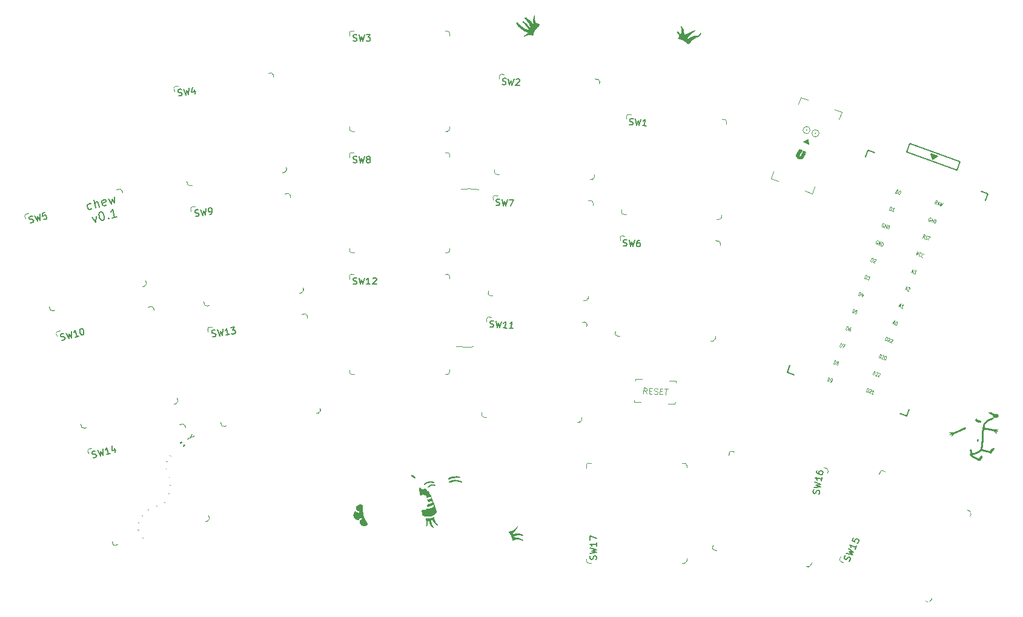
<source format=gbr>
%TF.GenerationSoftware,KiCad,Pcbnew,7.0.10*%
%TF.CreationDate,2024-03-18T13:53:59+01:00*%
%TF.ProjectId,chew_v1,63686577-5f76-4312-9e6b-696361645f70,rev?*%
%TF.SameCoordinates,Original*%
%TF.FileFunction,Legend,Top*%
%TF.FilePolarity,Positive*%
%FSLAX46Y46*%
G04 Gerber Fmt 4.6, Leading zero omitted, Abs format (unit mm)*
G04 Created by KiCad (PCBNEW 7.0.10) date 2024-03-18 13:53:59*
%MOMM*%
%LPD*%
G01*
G04 APERTURE LIST*
%ADD10C,0.010000*%
%ADD11C,0.120000*%
%ADD12C,0.050000*%
%ADD13C,0.150000*%
%ADD14C,0.160000*%
%ADD15C,0.100000*%
G04 APERTURE END LIST*
D10*
X156533732Y-73907338D02*
X156445216Y-73868295D01*
X155440405Y-74561701D02*
X155448586Y-74613966D01*
X156218687Y-74911025D02*
X156259361Y-74892432D01*
D11*
X157207225Y-72900000D02*
X156457225Y-72600000D01*
X157100000Y-72200000D01*
X157207225Y-72900000D01*
G36*
X157207225Y-72900000D02*
G01*
X156457225Y-72600000D01*
X157100000Y-72200000D01*
X157207225Y-72900000D01*
G37*
D10*
X155992477Y-73652362D02*
X156071030Y-73695130D01*
X156039971Y-74584589D02*
X156060656Y-74565299D01*
D12*
X68030904Y-120604298D02*
G75*
G03*
X67883341Y-120621063I-61804J-113802D01*
G01*
D10*
X155992477Y-73652362D02*
X156071030Y-73695130D01*
X156248827Y-73761377D01*
X156151089Y-73940900D01*
X156131460Y-73973876D01*
X156078456Y-74055609D01*
X156057420Y-74084893D01*
X156036385Y-74114177D01*
X156015000Y-74153454D01*
X155993724Y-74186267D01*
X155974093Y-74219241D01*
X155946807Y-74269363D01*
X155930963Y-74301094D01*
X155917409Y-74333870D01*
X155896693Y-74389469D01*
X155885303Y-74429097D01*
X155881020Y-74450006D01*
X155873215Y-74488710D01*
X155871120Y-74548673D01*
X155880068Y-74579004D01*
X155899358Y-74599689D01*
X155928989Y-74610732D01*
X155968967Y-74612128D01*
X156009290Y-74603529D01*
X156039971Y-74584589D01*
X156060656Y-74565299D01*
X156092384Y-74516377D01*
X156113767Y-74477099D01*
X156135499Y-74427828D01*
X156167924Y-74358917D01*
X156242766Y-74221444D01*
X156285184Y-74152884D01*
X156316912Y-74103961D01*
X156445216Y-73868295D01*
X156533732Y-73907338D01*
X156681928Y-73966615D01*
X156741362Y-73988199D01*
X156780821Y-74000088D01*
X156682089Y-74228526D01*
X156573797Y-74472974D01*
X156466446Y-74669037D01*
X156390976Y-74775760D01*
X156360256Y-74814354D01*
X156325882Y-74849737D01*
X156259361Y-74892432D01*
X156218687Y-74911025D01*
X156168020Y-74929267D01*
X156117240Y-74942574D01*
X156056708Y-74951643D01*
X155995523Y-74953262D01*
X155907130Y-74950175D01*
X155859213Y-74939474D01*
X155807890Y-74926699D01*
X155660074Y-74861499D01*
X155611154Y-74829772D01*
X155572223Y-74798394D01*
X155485421Y-74705309D01*
X155466478Y-74674631D01*
X155448586Y-74613966D01*
X155440405Y-74561701D01*
X155441731Y-74523672D01*
X155449076Y-74484840D01*
X155453819Y-74464059D01*
X155465209Y-74424432D01*
X155476252Y-74394800D01*
X155487641Y-74355173D01*
X155509723Y-74295909D01*
X155533158Y-74237252D01*
X155550242Y-74202774D01*
X155702875Y-73922421D01*
X155830130Y-73716736D01*
X155904275Y-73599253D01*
X155992477Y-73652362D01*
G36*
X155992477Y-73652362D02*
G01*
X156071030Y-73695130D01*
X156248827Y-73761377D01*
X156151089Y-73940900D01*
X156131460Y-73973876D01*
X156078456Y-74055609D01*
X156057420Y-74084893D01*
X156036385Y-74114177D01*
X156015000Y-74153454D01*
X155993724Y-74186267D01*
X155974093Y-74219241D01*
X155946807Y-74269363D01*
X155930963Y-74301094D01*
X155917409Y-74333870D01*
X155896693Y-74389469D01*
X155885303Y-74429097D01*
X155881020Y-74450006D01*
X155873215Y-74488710D01*
X155871120Y-74548673D01*
X155880068Y-74579004D01*
X155899358Y-74599689D01*
X155928989Y-74610732D01*
X155968967Y-74612128D01*
X156009290Y-74603529D01*
X156039971Y-74584589D01*
X156060656Y-74565299D01*
X156092384Y-74516377D01*
X156113767Y-74477099D01*
X156135499Y-74427828D01*
X156167924Y-74358917D01*
X156242766Y-74221444D01*
X156285184Y-74152884D01*
X156316912Y-74103961D01*
X156445216Y-73868295D01*
X156533732Y-73907338D01*
X156681928Y-73966615D01*
X156741362Y-73988199D01*
X156780821Y-74000088D01*
X156682089Y-74228526D01*
X156573797Y-74472974D01*
X156466446Y-74669037D01*
X156390976Y-74775760D01*
X156360256Y-74814354D01*
X156325882Y-74849737D01*
X156259361Y-74892432D01*
X156218687Y-74911025D01*
X156168020Y-74929267D01*
X156117240Y-74942574D01*
X156056708Y-74951643D01*
X155995523Y-74953262D01*
X155907130Y-74950175D01*
X155859213Y-74939474D01*
X155807890Y-74926699D01*
X155660074Y-74861499D01*
X155611154Y-74829772D01*
X155572223Y-74798394D01*
X155485421Y-74705309D01*
X155466478Y-74674631D01*
X155448586Y-74613966D01*
X155440405Y-74561701D01*
X155441731Y-74523672D01*
X155449076Y-74484840D01*
X155453819Y-74464059D01*
X155465209Y-74424432D01*
X155476252Y-74394800D01*
X155487641Y-74355173D01*
X155509723Y-74295909D01*
X155533158Y-74237252D01*
X155550242Y-74202774D01*
X155702875Y-73922421D01*
X155830130Y-73716736D01*
X155904275Y-73599253D01*
X155992477Y-73652362D01*
G37*
X155448586Y-74613966D02*
X155457532Y-74644299D01*
X156327604Y-74084322D02*
X156445216Y-73868295D01*
X155995523Y-74953264D02*
G75*
G03*
X156117240Y-74942573I17277J501564D01*
G01*
X156683594Y-74225082D02*
X156780821Y-74000088D01*
X156482151Y-74642213D02*
X156564241Y-74491429D01*
X155769055Y-74909582D02*
G75*
G03*
X155953394Y-74951791I201845J457882D01*
G01*
D12*
X67202403Y-123076256D02*
G75*
G03*
X67110000Y-122960000I-129203J-7844D01*
G01*
D10*
X155699483Y-73930261D02*
G75*
G03*
X155685548Y-73954249I421217J-260739D01*
G01*
X155457532Y-74644299D02*
X155466478Y-74674631D01*
D12*
X66108629Y-123604691D02*
G75*
G03*
X66037797Y-123474152I-128629J14691D01*
G01*
D10*
X155904275Y-73599253D02*
X155992477Y-73652362D01*
D12*
X67876054Y-121837074D02*
G75*
G03*
X67730000Y-121810000I-92354J-90726D01*
G01*
D10*
X155685548Y-73954249D02*
X155550242Y-74202774D01*
X156167924Y-74358917D02*
X156232076Y-74241083D01*
D11*
X157400000Y-70950000D02*
G75*
G03*
X156400000Y-70950000I-500000J0D01*
G01*
X156400000Y-70950000D02*
G75*
G03*
X157400000Y-70950000I500000J0D01*
G01*
D10*
X156719822Y-73980367D02*
G75*
G03*
X156763241Y-73995035I182478J468567D01*
G01*
D11*
X158650000Y-71400000D02*
G75*
G03*
X157650000Y-71400000I-500000J0D01*
G01*
X157650000Y-71400000D02*
G75*
G03*
X158650000Y-71400000I500000J0D01*
G01*
D10*
X156092384Y-74516377D02*
X156060656Y-74565299D01*
X155466478Y-74674631D02*
X155485421Y-74705309D01*
X155469504Y-74410239D02*
G75*
G03*
X155440405Y-74561701I470196J-168861D01*
G01*
X156117240Y-74942574D02*
X156168020Y-74929267D01*
X156113767Y-74477099D02*
X156092384Y-74516377D01*
D12*
X64941885Y-124123867D02*
G75*
G03*
X64860000Y-124000000I-129385J3467D01*
G01*
D10*
X155540829Y-74764689D02*
G75*
G03*
X155704704Y-74881183I365671J340889D01*
G01*
D12*
X64199997Y-127929954D02*
G75*
G03*
X64083745Y-128022425I7903J-129246D01*
G01*
D10*
X155902940Y-74372701D02*
X155917409Y-74333870D01*
X156325883Y-74849738D02*
G75*
G03*
X156390975Y-74775760I-340283J365038D01*
G01*
D12*
X63594536Y-125873562D02*
G75*
G03*
X63452148Y-125831339I-101336J-80538D01*
G01*
D10*
X156151089Y-73940900D02*
X156248827Y-73761377D01*
X155871120Y-74548673D02*
X155871780Y-74529823D01*
X155485421Y-74705309D02*
X155540810Y-74764707D01*
X155993724Y-74186267D02*
X156131460Y-73973876D01*
X156071030Y-73695130D02*
X156159930Y-73728254D01*
X155871120Y-74548673D02*
X155880068Y-74579004D01*
X155968967Y-74612128D02*
X156009290Y-74603529D01*
X155993725Y-74186267D02*
G75*
G03*
X155974093Y-74219241I419075J-271833D01*
G01*
D12*
X67827482Y-119519556D02*
G75*
G03*
X67683058Y-119554189I-47482J-120444D01*
G01*
D10*
X155880068Y-74579004D02*
X155899358Y-74599689D01*
X155946803Y-74269361D02*
G75*
G03*
X155917409Y-74333870I438897J-238939D01*
G01*
X156131460Y-73973876D02*
G75*
G03*
X156151089Y-73940900I-416560J270276D01*
G01*
X156719821Y-73980369D02*
X156553969Y-73915740D01*
D12*
X67500003Y-118289994D02*
G75*
G03*
X67353107Y-118311914I-57803J-115806D01*
G01*
D10*
X156390976Y-74775760D02*
X156449105Y-74694836D01*
X155704704Y-74881184D02*
X155769061Y-74909568D01*
X155904275Y-73599253D02*
X155699482Y-73930260D01*
X155946807Y-74269363D02*
X155974093Y-74219241D01*
X156168020Y-74929267D02*
X156218687Y-74911025D01*
D12*
X67559959Y-117349636D02*
G75*
G03*
X67420000Y-117300000I-107459J-80864D01*
G01*
D10*
X156564244Y-74491431D02*
G75*
G03*
X156582577Y-74454137I-439544J239231D01*
G01*
X156449106Y-74694837D02*
G75*
G03*
X156482150Y-74642213I-405706J291437D01*
G01*
D12*
X68059279Y-116553152D02*
G75*
G03*
X67930000Y-116480001I-119879J-61048D01*
G01*
X64095813Y-124902984D02*
G75*
G03*
X63976385Y-124814631I-122813J-41116D01*
G01*
X63590003Y-126849994D02*
G75*
G03*
X63443107Y-126871914I-57803J-115806D01*
G01*
D10*
X155928989Y-74610732D02*
X155968967Y-74612128D01*
D11*
X158220711Y-71400000D02*
G75*
G03*
X158079289Y-71400000I-70711J0D01*
G01*
X158079289Y-71400000D02*
G75*
G03*
X158220711Y-71400000I70711J0D01*
G01*
D10*
X155902929Y-74372697D02*
G75*
G03*
X155871781Y-74529823I466871J-174203D01*
G01*
X156682089Y-74228526D02*
G75*
G03*
X156683594Y-74225082I-600489J264426D01*
G01*
X156582578Y-74454137D02*
X156682089Y-74228526D01*
X155518778Y-74272936D02*
X155469497Y-74410236D01*
X156159930Y-73728254D02*
X156248827Y-73761377D01*
D11*
X156970711Y-70950000D02*
G75*
G03*
X156829289Y-70950000I-70711J0D01*
G01*
X156829289Y-70950000D02*
G75*
G03*
X156970711Y-70950000I70711J0D01*
G01*
D10*
X155899358Y-74599689D02*
X155928989Y-74610732D01*
X156009290Y-74603529D02*
X156039971Y-74584589D01*
X156167924Y-74358917D02*
X156135499Y-74427828D01*
X156232076Y-74241083D02*
X156327604Y-74084322D01*
X155953394Y-74951791D02*
X155995523Y-74953262D01*
X156780821Y-74000088D02*
X156763241Y-73995035D01*
X156135499Y-74427828D02*
X156113767Y-74477099D01*
X155550236Y-74202771D02*
G75*
G03*
X155518778Y-74272936I440064J-239429D01*
G01*
X156533733Y-73907335D02*
G75*
G03*
X156553969Y-73915740I203467J461335D01*
G01*
X156259361Y-74892432D02*
X156325882Y-74849737D01*
D13*
X57042848Y-81916594D02*
X56947247Y-82001369D01*
X56947247Y-82001369D02*
X56726464Y-82060528D01*
X56726464Y-82060528D02*
X56601282Y-82034911D01*
X56601282Y-82034911D02*
X56531297Y-81994505D01*
X56531297Y-81994505D02*
X56446522Y-81898903D01*
X56446522Y-81898903D02*
X56357784Y-81567729D01*
X56357784Y-81567729D02*
X56383400Y-81442547D01*
X56383400Y-81442547D02*
X56423806Y-81372562D01*
X56423806Y-81372562D02*
X56519408Y-81287787D01*
X56519408Y-81287787D02*
X56740191Y-81228628D01*
X56740191Y-81228628D02*
X56865373Y-81254245D01*
X57554400Y-81838683D02*
X57243817Y-80679572D01*
X58051161Y-81705576D02*
X57888475Y-81098422D01*
X57888475Y-81098422D02*
X57803700Y-81002821D01*
X57803700Y-81002821D02*
X57678519Y-80977204D01*
X57678519Y-80977204D02*
X57512932Y-81021573D01*
X57512932Y-81021573D02*
X57417330Y-81106348D01*
X57417330Y-81106348D02*
X57376924Y-81176334D01*
X59029895Y-81384166D02*
X58934293Y-81468941D01*
X58934293Y-81468941D02*
X58713510Y-81528100D01*
X58713510Y-81528100D02*
X58588329Y-81502484D01*
X58588329Y-81502484D02*
X58503554Y-81406882D01*
X58503554Y-81406882D02*
X58385237Y-80965316D01*
X58385237Y-80965316D02*
X58410853Y-80840134D01*
X58410853Y-80840134D02*
X58506455Y-80755359D01*
X58506455Y-80755359D02*
X58727238Y-80696201D01*
X58727238Y-80696201D02*
X58852419Y-80721817D01*
X58852419Y-80721817D02*
X58937194Y-80817419D01*
X58937194Y-80817419D02*
X58966774Y-80927810D01*
X58966774Y-80927810D02*
X58444395Y-81186099D01*
X59279195Y-80548304D02*
X59707034Y-81261886D01*
X59707034Y-81261886D02*
X59779920Y-80650770D01*
X59779920Y-80650770D02*
X60148600Y-81143569D01*
X60148600Y-81143569D02*
X60162327Y-80311670D01*
X57047043Y-83146561D02*
X57530078Y-83845354D01*
X57530078Y-83845354D02*
X57599001Y-82998665D01*
X58157823Y-82434818D02*
X58268214Y-82405239D01*
X58268214Y-82405239D02*
X58393396Y-82430855D01*
X58393396Y-82430855D02*
X58463381Y-82471262D01*
X58463381Y-82471262D02*
X58548156Y-82566863D01*
X58548156Y-82566863D02*
X58662511Y-82772857D01*
X58662511Y-82772857D02*
X58736459Y-83048836D01*
X58736459Y-83048836D02*
X58740422Y-83284408D01*
X58740422Y-83284408D02*
X58714805Y-83409589D01*
X58714805Y-83409589D02*
X58674399Y-83479575D01*
X58674399Y-83479575D02*
X58578797Y-83564350D01*
X58578797Y-83564350D02*
X58468406Y-83593929D01*
X58468406Y-83593929D02*
X58343225Y-83568313D01*
X58343225Y-83568313D02*
X58273239Y-83527907D01*
X58273239Y-83527907D02*
X58188464Y-83432305D01*
X58188464Y-83432305D02*
X58074110Y-83226312D01*
X58074110Y-83226312D02*
X58000161Y-82950333D01*
X58000161Y-82950333D02*
X57996198Y-82714760D01*
X57996198Y-82714760D02*
X58021815Y-82589579D01*
X58021815Y-82589579D02*
X58062221Y-82519593D01*
X58062221Y-82519593D02*
X58157823Y-82434818D01*
X59321958Y-83246903D02*
X59391944Y-83287309D01*
X59391944Y-83287309D02*
X59351538Y-83357295D01*
X59351538Y-83357295D02*
X59281552Y-83316889D01*
X59281552Y-83316889D02*
X59321958Y-83246903D01*
X59321958Y-83246903D02*
X59351538Y-83357295D01*
X60510649Y-83046712D02*
X59848300Y-83224188D01*
X60179475Y-83135450D02*
X59868892Y-81976339D01*
X59868892Y-81976339D02*
X59802869Y-82171505D01*
X59802869Y-82171505D02*
X59722057Y-82311476D01*
X59722057Y-82311476D02*
X59626455Y-82396251D01*
D14*
X93526691Y-92465180D02*
X93655263Y-92508037D01*
X93655263Y-92508037D02*
X93869548Y-92508037D01*
X93869548Y-92508037D02*
X93955263Y-92465180D01*
X93955263Y-92465180D02*
X93998120Y-92422322D01*
X93998120Y-92422322D02*
X94040977Y-92336608D01*
X94040977Y-92336608D02*
X94040977Y-92250894D01*
X94040977Y-92250894D02*
X93998120Y-92165180D01*
X93998120Y-92165180D02*
X93955263Y-92122322D01*
X93955263Y-92122322D02*
X93869548Y-92079465D01*
X93869548Y-92079465D02*
X93698120Y-92036608D01*
X93698120Y-92036608D02*
X93612405Y-91993751D01*
X93612405Y-91993751D02*
X93569548Y-91950894D01*
X93569548Y-91950894D02*
X93526691Y-91865180D01*
X93526691Y-91865180D02*
X93526691Y-91779465D01*
X93526691Y-91779465D02*
X93569548Y-91693751D01*
X93569548Y-91693751D02*
X93612405Y-91650894D01*
X93612405Y-91650894D02*
X93698120Y-91608037D01*
X93698120Y-91608037D02*
X93912405Y-91608037D01*
X93912405Y-91608037D02*
X94040977Y-91650894D01*
X94340977Y-91608037D02*
X94555263Y-92508037D01*
X94555263Y-92508037D02*
X94726691Y-91865180D01*
X94726691Y-91865180D02*
X94898120Y-92508037D01*
X94898120Y-92508037D02*
X95112406Y-91608037D01*
X95926691Y-92508037D02*
X95412405Y-92508037D01*
X95669548Y-92508037D02*
X95669548Y-91608037D01*
X95669548Y-91608037D02*
X95583834Y-91736608D01*
X95583834Y-91736608D02*
X95498119Y-91822322D01*
X95498119Y-91822322D02*
X95412405Y-91865180D01*
X96269548Y-91693751D02*
X96312405Y-91650894D01*
X96312405Y-91650894D02*
X96398120Y-91608037D01*
X96398120Y-91608037D02*
X96612405Y-91608037D01*
X96612405Y-91608037D02*
X96698120Y-91650894D01*
X96698120Y-91650894D02*
X96740977Y-91693751D01*
X96740977Y-91693751D02*
X96783834Y-91779465D01*
X96783834Y-91779465D02*
X96783834Y-91865180D01*
X96783834Y-91865180D02*
X96740977Y-91993751D01*
X96740977Y-91993751D02*
X96226691Y-92508037D01*
X96226691Y-92508037D02*
X96783834Y-92508037D01*
D15*
X166881956Y-86446753D02*
X166854301Y-86411351D01*
X166854301Y-86411351D02*
X166800604Y-86391807D01*
X166800604Y-86391807D02*
X166738764Y-86394636D01*
X166738764Y-86394636D02*
X166686680Y-86426354D01*
X166686680Y-86426354D02*
X166652494Y-86464587D01*
X166652494Y-86464587D02*
X166602022Y-86547567D01*
X166602022Y-86547567D02*
X166577592Y-86614687D01*
X166577592Y-86614687D02*
X166562918Y-86710697D01*
X166562918Y-86710697D02*
X166564530Y-86761959D01*
X166564530Y-86761959D02*
X166584041Y-86819735D01*
X166584041Y-86819735D02*
X166629594Y-86861653D01*
X166629594Y-86861653D02*
X166665392Y-86874682D01*
X166665392Y-86874682D02*
X166727232Y-86871853D01*
X166727232Y-86871853D02*
X166753274Y-86855994D01*
X166753274Y-86855994D02*
X166810278Y-86699378D01*
X166810278Y-86699378D02*
X166738682Y-86673319D01*
X166898078Y-86959373D02*
X167069088Y-86489527D01*
X167069088Y-86489527D02*
X167112865Y-87037549D01*
X167112865Y-87037549D02*
X167283875Y-86567703D01*
X167291854Y-87102696D02*
X167462864Y-86632849D01*
X167462864Y-86632849D02*
X167552359Y-86665423D01*
X167552359Y-86665423D02*
X167597912Y-86707340D01*
X167597912Y-86707340D02*
X167617423Y-86765117D01*
X167617423Y-86765117D02*
X167619036Y-86816379D01*
X167619036Y-86816379D02*
X167604361Y-86912388D01*
X167604361Y-86912388D02*
X167579931Y-86979509D01*
X167579931Y-86979509D02*
X167529459Y-87062489D01*
X167529459Y-87062489D02*
X167495273Y-87100722D01*
X167495273Y-87100722D02*
X167443189Y-87132439D01*
X167443189Y-87132439D02*
X167381349Y-87135269D01*
X167381349Y-87135269D02*
X167291854Y-87102696D01*
X166987774Y-102731209D02*
X167158784Y-102261363D01*
X167158784Y-102261363D02*
X167248278Y-102293936D01*
X167248278Y-102293936D02*
X167293832Y-102335854D01*
X167293832Y-102335854D02*
X167313343Y-102393630D01*
X167313343Y-102393630D02*
X167314955Y-102444892D01*
X167314955Y-102444892D02*
X167300281Y-102540901D01*
X167300281Y-102540901D02*
X167275851Y-102608022D01*
X167275851Y-102608022D02*
X167225378Y-102691002D01*
X167225378Y-102691002D02*
X167191193Y-102729235D01*
X167191193Y-102729235D02*
X167139108Y-102760953D01*
X167139108Y-102760953D02*
X167077268Y-102763782D01*
X167077268Y-102763782D02*
X166987774Y-102731209D01*
X167500475Y-102436403D02*
X167526517Y-102420544D01*
X167526517Y-102420544D02*
X167570459Y-102411200D01*
X167570459Y-102411200D02*
X167659953Y-102443773D01*
X167659953Y-102443773D02*
X167687608Y-102479176D01*
X167687608Y-102479176D02*
X167697363Y-102508065D01*
X167697363Y-102508065D02*
X167698975Y-102559327D01*
X167698975Y-102559327D02*
X167682689Y-102604074D01*
X167682689Y-102604074D02*
X167640360Y-102664680D01*
X167640360Y-102664680D02*
X167327853Y-102854988D01*
X167327853Y-102854988D02*
X167560539Y-102939678D01*
X167964234Y-102554523D02*
X168000032Y-102567552D01*
X168000032Y-102567552D02*
X168027687Y-102602955D01*
X168027687Y-102602955D02*
X168037442Y-102631843D01*
X168037442Y-102631843D02*
X168039054Y-102683105D01*
X168039054Y-102683105D02*
X168024380Y-102779114D01*
X168024380Y-102779114D02*
X167983663Y-102890983D01*
X167983663Y-102890983D02*
X167933191Y-102973962D01*
X167933191Y-102973962D02*
X167899005Y-103012195D01*
X167899005Y-103012195D02*
X167872963Y-103028054D01*
X167872963Y-103028054D02*
X167829022Y-103037398D01*
X167829022Y-103037398D02*
X167793224Y-103024369D01*
X167793224Y-103024369D02*
X167765570Y-102988966D01*
X167765570Y-102988966D02*
X167755814Y-102960078D01*
X167755814Y-102960078D02*
X167754202Y-102908816D01*
X167754202Y-102908816D02*
X167768876Y-102812807D01*
X167768876Y-102812807D02*
X167809593Y-102700938D01*
X167809593Y-102700938D02*
X167860065Y-102617959D01*
X167860065Y-102617959D02*
X167894251Y-102579726D01*
X167894251Y-102579726D02*
X167920293Y-102563867D01*
X167920293Y-102563867D02*
X167964234Y-102554523D01*
X164989551Y-91673942D02*
X165160561Y-91204095D01*
X165160561Y-91204095D02*
X165250055Y-91236669D01*
X165250055Y-91236669D02*
X165295609Y-91278586D01*
X165295609Y-91278586D02*
X165315120Y-91336363D01*
X165315120Y-91336363D02*
X165316732Y-91387625D01*
X165316732Y-91387625D02*
X165302058Y-91483634D01*
X165302058Y-91483634D02*
X165277628Y-91550755D01*
X165277628Y-91550755D02*
X165227155Y-91633735D01*
X165227155Y-91633735D02*
X165192970Y-91671967D01*
X165192970Y-91671967D02*
X165140885Y-91703685D01*
X165140885Y-91703685D02*
X165079045Y-91706515D01*
X165079045Y-91706515D02*
X164989551Y-91673942D01*
X165500640Y-91327874D02*
X165733326Y-91412565D01*
X165733326Y-91412565D02*
X165542887Y-91545951D01*
X165542887Y-91545951D02*
X165596583Y-91565495D01*
X165596583Y-91565495D02*
X165624238Y-91600898D01*
X165624238Y-91600898D02*
X165633993Y-91629786D01*
X165633993Y-91629786D02*
X165635606Y-91681048D01*
X165635606Y-91681048D02*
X165594889Y-91792917D01*
X165594889Y-91792917D02*
X165560703Y-91831149D01*
X165560703Y-91831149D02*
X165534661Y-91847008D01*
X165534661Y-91847008D02*
X165490720Y-91856352D01*
X165490720Y-91856352D02*
X165383327Y-91817264D01*
X165383327Y-91817264D02*
X165355672Y-91781861D01*
X165355672Y-91781861D02*
X165345917Y-91752973D01*
X165859308Y-89284303D02*
X166030318Y-88814456D01*
X166030318Y-88814456D02*
X166119812Y-88847030D01*
X166119812Y-88847030D02*
X166165366Y-88888947D01*
X166165366Y-88888947D02*
X166184877Y-88946724D01*
X166184877Y-88946724D02*
X166186489Y-88997986D01*
X166186489Y-88997986D02*
X166171815Y-89093995D01*
X166171815Y-89093995D02*
X166147385Y-89161116D01*
X166147385Y-89161116D02*
X166096912Y-89244096D01*
X166096912Y-89244096D02*
X166062727Y-89282328D01*
X166062727Y-89282328D02*
X166010642Y-89314046D01*
X166010642Y-89314046D02*
X165948802Y-89316876D01*
X165948802Y-89316876D02*
X165859308Y-89284303D01*
X166372009Y-88989497D02*
X166398051Y-88973638D01*
X166398051Y-88973638D02*
X166441993Y-88964294D01*
X166441993Y-88964294D02*
X166531487Y-88996867D01*
X166531487Y-88996867D02*
X166559142Y-89032270D01*
X166559142Y-89032270D02*
X166568897Y-89061158D01*
X166568897Y-89061158D02*
X166570509Y-89112420D01*
X166570509Y-89112420D02*
X166554223Y-89157168D01*
X166554223Y-89157168D02*
X166511894Y-89217774D01*
X166511894Y-89217774D02*
X166199387Y-89408081D01*
X166199387Y-89408081D02*
X166432073Y-89492772D01*
X174270529Y-83251071D02*
X174242874Y-83215669D01*
X174242874Y-83215669D02*
X174189177Y-83196125D01*
X174189177Y-83196125D02*
X174127337Y-83198954D01*
X174127337Y-83198954D02*
X174075253Y-83230672D01*
X174075253Y-83230672D02*
X174041067Y-83268905D01*
X174041067Y-83268905D02*
X173990595Y-83351885D01*
X173990595Y-83351885D02*
X173966165Y-83419005D01*
X173966165Y-83419005D02*
X173951491Y-83515015D01*
X173951491Y-83515015D02*
X173953103Y-83566277D01*
X173953103Y-83566277D02*
X173972614Y-83624053D01*
X173972614Y-83624053D02*
X174018167Y-83665971D01*
X174018167Y-83665971D02*
X174053965Y-83679000D01*
X174053965Y-83679000D02*
X174115805Y-83676171D01*
X174115805Y-83676171D02*
X174141847Y-83660312D01*
X174141847Y-83660312D02*
X174198851Y-83503696D01*
X174198851Y-83503696D02*
X174127255Y-83477637D01*
X174286651Y-83763691D02*
X174457661Y-83293845D01*
X174457661Y-83293845D02*
X174501438Y-83841867D01*
X174501438Y-83841867D02*
X174672448Y-83372021D01*
X174680427Y-83907014D02*
X174851437Y-83437167D01*
X174851437Y-83437167D02*
X174940932Y-83469741D01*
X174940932Y-83469741D02*
X174986485Y-83511658D01*
X174986485Y-83511658D02*
X175005996Y-83569435D01*
X175005996Y-83569435D02*
X175007609Y-83620697D01*
X175007609Y-83620697D02*
X174992934Y-83716706D01*
X174992934Y-83716706D02*
X174968504Y-83783827D01*
X174968504Y-83783827D02*
X174918032Y-83866807D01*
X174918032Y-83866807D02*
X174883846Y-83905040D01*
X174883846Y-83905040D02*
X174831762Y-83936757D01*
X174831762Y-83936757D02*
X174769922Y-83939587D01*
X174769922Y-83939587D02*
X174680427Y-83907014D01*
X160646921Y-103605219D02*
X160817931Y-103135372D01*
X160817931Y-103135372D02*
X160907425Y-103167946D01*
X160907425Y-103167946D02*
X160952979Y-103209863D01*
X160952979Y-103209863D02*
X160972490Y-103267640D01*
X160972490Y-103267640D02*
X160974102Y-103318902D01*
X160974102Y-103318902D02*
X160959428Y-103414911D01*
X160959428Y-103414911D02*
X160934998Y-103482032D01*
X160934998Y-103482032D02*
X160884525Y-103565012D01*
X160884525Y-103565012D02*
X160850340Y-103603244D01*
X160850340Y-103603244D02*
X160798255Y-103634962D01*
X160798255Y-103634962D02*
X160736415Y-103637792D01*
X160736415Y-103637792D02*
X160646921Y-103605219D01*
X161174214Y-103493087D02*
X161146560Y-103457684D01*
X161146560Y-103457684D02*
X161136804Y-103428796D01*
X161136804Y-103428796D02*
X161135192Y-103377534D01*
X161135192Y-103377534D02*
X161143335Y-103355160D01*
X161143335Y-103355160D02*
X161177521Y-103316928D01*
X161177521Y-103316928D02*
X161203563Y-103301069D01*
X161203563Y-103301069D02*
X161247504Y-103291724D01*
X161247504Y-103291724D02*
X161319100Y-103317783D01*
X161319100Y-103317783D02*
X161346755Y-103353186D01*
X161346755Y-103353186D02*
X161356510Y-103382074D01*
X161356510Y-103382074D02*
X161358122Y-103433336D01*
X161358122Y-103433336D02*
X161349979Y-103455710D01*
X161349979Y-103455710D02*
X161315793Y-103493943D01*
X161315793Y-103493943D02*
X161289751Y-103509801D01*
X161289751Y-103509801D02*
X161245810Y-103519146D01*
X161245810Y-103519146D02*
X161174214Y-103493087D01*
X161174214Y-103493087D02*
X161130273Y-103502431D01*
X161130273Y-103502431D02*
X161104231Y-103518290D01*
X161104231Y-103518290D02*
X161070045Y-103556523D01*
X161070045Y-103556523D02*
X161037472Y-103646017D01*
X161037472Y-103646017D02*
X161039084Y-103697279D01*
X161039084Y-103697279D02*
X161048840Y-103726168D01*
X161048840Y-103726168D02*
X161076494Y-103761571D01*
X161076494Y-103761571D02*
X161148090Y-103787629D01*
X161148090Y-103787629D02*
X161192031Y-103778285D01*
X161192031Y-103778285D02*
X161218073Y-103762426D01*
X161218073Y-103762426D02*
X161252259Y-103724194D01*
X161252259Y-103724194D02*
X161284832Y-103634699D01*
X161284832Y-103634699D02*
X161283220Y-103583437D01*
X161283220Y-103583437D02*
X161273465Y-103554549D01*
X161273465Y-103554549D02*
X161245810Y-103519146D01*
X164121846Y-94057942D02*
X164292856Y-93588095D01*
X164292856Y-93588095D02*
X164382350Y-93620669D01*
X164382350Y-93620669D02*
X164427904Y-93662586D01*
X164427904Y-93662586D02*
X164447415Y-93720363D01*
X164447415Y-93720363D02*
X164449027Y-93771625D01*
X164449027Y-93771625D02*
X164434353Y-93867634D01*
X164434353Y-93867634D02*
X164409923Y-93934755D01*
X164409923Y-93934755D02*
X164359450Y-94017735D01*
X164359450Y-94017735D02*
X164325265Y-94055967D01*
X164325265Y-94055967D02*
X164273180Y-94087685D01*
X164273180Y-94087685D02*
X164211340Y-94090515D01*
X164211340Y-94090515D02*
X164121846Y-94057942D01*
X164772820Y-93940151D02*
X164658813Y-94253382D01*
X164748472Y-93728588D02*
X164536827Y-94031620D01*
X164536827Y-94031620D02*
X164769513Y-94116310D01*
X170698472Y-93120913D02*
X170877461Y-93186060D01*
X170613814Y-93242126D02*
X170910116Y-92817882D01*
X170910116Y-92817882D02*
X170864398Y-93333331D01*
X171126515Y-92947320D02*
X171152557Y-92931461D01*
X171152557Y-92931461D02*
X171196499Y-92922117D01*
X171196499Y-92922117D02*
X171285993Y-92954690D01*
X171285993Y-92954690D02*
X171313648Y-92990093D01*
X171313648Y-92990093D02*
X171323403Y-93018981D01*
X171323403Y-93018981D02*
X171325015Y-93070243D01*
X171325015Y-93070243D02*
X171308729Y-93114991D01*
X171308729Y-93114991D02*
X171266400Y-93175597D01*
X171266400Y-93175597D02*
X170953893Y-93365905D01*
X170953893Y-93365905D02*
X171186579Y-93450595D01*
X175003241Y-81321497D02*
X174959382Y-81052158D01*
X174788454Y-81243321D02*
X174959465Y-80773475D01*
X174959465Y-80773475D02*
X175102656Y-80825592D01*
X175102656Y-80825592D02*
X175130310Y-80860995D01*
X175130310Y-80860995D02*
X175140066Y-80889884D01*
X175140066Y-80889884D02*
X175141678Y-80941145D01*
X175141678Y-80941145D02*
X175117248Y-81008266D01*
X175117248Y-81008266D02*
X175083062Y-81046499D01*
X175083062Y-81046499D02*
X175057020Y-81062358D01*
X175057020Y-81062358D02*
X175013079Y-81071702D01*
X175013079Y-81071702D02*
X174869888Y-81019585D01*
X175195293Y-81239373D02*
X175374282Y-81304519D01*
X175110635Y-81360585D02*
X175406937Y-80936342D01*
X175406937Y-80936342D02*
X175361219Y-81451791D01*
X175621724Y-81014518D02*
X175540208Y-81516937D01*
X175540208Y-81516937D02*
X175733954Y-81207391D01*
X175733954Y-81207391D02*
X175683400Y-81569055D01*
X175683400Y-81569055D02*
X175943904Y-81131782D01*
X167750687Y-84059934D02*
X167723032Y-84024532D01*
X167723032Y-84024532D02*
X167669335Y-84004988D01*
X167669335Y-84004988D02*
X167607495Y-84007817D01*
X167607495Y-84007817D02*
X167555411Y-84039535D01*
X167555411Y-84039535D02*
X167521225Y-84077768D01*
X167521225Y-84077768D02*
X167470753Y-84160748D01*
X167470753Y-84160748D02*
X167446323Y-84227868D01*
X167446323Y-84227868D02*
X167431649Y-84323878D01*
X167431649Y-84323878D02*
X167433261Y-84375140D01*
X167433261Y-84375140D02*
X167452772Y-84432916D01*
X167452772Y-84432916D02*
X167498325Y-84474834D01*
X167498325Y-84474834D02*
X167534123Y-84487863D01*
X167534123Y-84487863D02*
X167595963Y-84485034D01*
X167595963Y-84485034D02*
X167622005Y-84469175D01*
X167622005Y-84469175D02*
X167679009Y-84312559D01*
X167679009Y-84312559D02*
X167607413Y-84286500D01*
X167766809Y-84572554D02*
X167937819Y-84102708D01*
X167937819Y-84102708D02*
X167981596Y-84650730D01*
X167981596Y-84650730D02*
X168152606Y-84180884D01*
X168160585Y-84715877D02*
X168331595Y-84246030D01*
X168331595Y-84246030D02*
X168421090Y-84278604D01*
X168421090Y-84278604D02*
X168466643Y-84320521D01*
X168466643Y-84320521D02*
X168486154Y-84378298D01*
X168486154Y-84378298D02*
X168487767Y-84429560D01*
X168487767Y-84429560D02*
X168473092Y-84525569D01*
X168473092Y-84525569D02*
X168448662Y-84592690D01*
X168448662Y-84592690D02*
X168398190Y-84675670D01*
X168398190Y-84675670D02*
X168364004Y-84713903D01*
X168364004Y-84713903D02*
X168311920Y-84745620D01*
X168311920Y-84745620D02*
X168250080Y-84748450D01*
X168250080Y-84748450D02*
X168160585Y-84715877D01*
X165250312Y-107504847D02*
X165421322Y-107035001D01*
X165421322Y-107035001D02*
X165510816Y-107067574D01*
X165510816Y-107067574D02*
X165556370Y-107109492D01*
X165556370Y-107109492D02*
X165575881Y-107167268D01*
X165575881Y-107167268D02*
X165577493Y-107218530D01*
X165577493Y-107218530D02*
X165562819Y-107314539D01*
X165562819Y-107314539D02*
X165538389Y-107381660D01*
X165538389Y-107381660D02*
X165487916Y-107464640D01*
X165487916Y-107464640D02*
X165453731Y-107502873D01*
X165453731Y-107502873D02*
X165401646Y-107534591D01*
X165401646Y-107534591D02*
X165339806Y-107537420D01*
X165339806Y-107537420D02*
X165250312Y-107504847D01*
X165763013Y-107210041D02*
X165789055Y-107194182D01*
X165789055Y-107194182D02*
X165832997Y-107184838D01*
X165832997Y-107184838D02*
X165922491Y-107217411D01*
X165922491Y-107217411D02*
X165950146Y-107252814D01*
X165950146Y-107252814D02*
X165959901Y-107281703D01*
X165959901Y-107281703D02*
X165961513Y-107332965D01*
X165961513Y-107332965D02*
X165945227Y-107377712D01*
X165945227Y-107377712D02*
X165902898Y-107438318D01*
X165902898Y-107438318D02*
X165590391Y-107628626D01*
X165590391Y-107628626D02*
X165823077Y-107713316D01*
X166181055Y-107843610D02*
X165966268Y-107765434D01*
X166073661Y-107804522D02*
X166244671Y-107334675D01*
X166244671Y-107334675D02*
X166184443Y-107388767D01*
X166184443Y-107388767D02*
X166132359Y-107420485D01*
X166132359Y-107420485D02*
X166088418Y-107429829D01*
X172326424Y-87924160D02*
X172280706Y-88439609D01*
X172280706Y-88439609D02*
X172577008Y-88015365D01*
X172762364Y-88564243D02*
X172736322Y-88580102D01*
X172736322Y-88580102D02*
X172674482Y-88582932D01*
X172674482Y-88582932D02*
X172638684Y-88569902D01*
X172638684Y-88569902D02*
X172593131Y-88527985D01*
X172593131Y-88527985D02*
X172573619Y-88470208D01*
X172573619Y-88470208D02*
X172572007Y-88418946D01*
X172572007Y-88418946D02*
X172586682Y-88322937D01*
X172586682Y-88322937D02*
X172611112Y-88255816D01*
X172611112Y-88255816D02*
X172661584Y-88172836D01*
X172661584Y-88172836D02*
X172695770Y-88134604D01*
X172695770Y-88134604D02*
X172747854Y-88102886D01*
X172747854Y-88102886D02*
X172809694Y-88100056D01*
X172809694Y-88100056D02*
X172845492Y-88113085D01*
X172845492Y-88113085D02*
X172891045Y-88155003D01*
X172891045Y-88155003D02*
X172900801Y-88183891D01*
X173138241Y-88701051D02*
X173112199Y-88716910D01*
X173112199Y-88716910D02*
X173050359Y-88719740D01*
X173050359Y-88719740D02*
X173014561Y-88706710D01*
X173014561Y-88706710D02*
X172969008Y-88664793D01*
X172969008Y-88664793D02*
X172949497Y-88607016D01*
X172949497Y-88607016D02*
X172947884Y-88555754D01*
X172947884Y-88555754D02*
X172962559Y-88459745D01*
X172962559Y-88459745D02*
X172986989Y-88392624D01*
X172986989Y-88392624D02*
X173037461Y-88309644D01*
X173037461Y-88309644D02*
X173071647Y-88271412D01*
X173071647Y-88271412D02*
X173123731Y-88239694D01*
X173123731Y-88239694D02*
X173185571Y-88236864D01*
X173185571Y-88236864D02*
X173221369Y-88249894D01*
X173221369Y-88249894D02*
X173266922Y-88291811D01*
X173266922Y-88291811D02*
X173276678Y-88320699D01*
X171568229Y-90731275D02*
X171747218Y-90796422D01*
X171483571Y-90852488D02*
X171779873Y-90428244D01*
X171779873Y-90428244D02*
X171734155Y-90943693D01*
X171994660Y-90506420D02*
X172227346Y-90591111D01*
X172227346Y-90591111D02*
X172036907Y-90724497D01*
X172036907Y-90724497D02*
X172090603Y-90744041D01*
X172090603Y-90744041D02*
X172118258Y-90779444D01*
X172118258Y-90779444D02*
X172128013Y-90808333D01*
X172128013Y-90808333D02*
X172129626Y-90859594D01*
X172129626Y-90859594D02*
X172088909Y-90971463D01*
X172088909Y-90971463D02*
X172054723Y-91009695D01*
X172054723Y-91009695D02*
X172028681Y-91025554D01*
X172028681Y-91025554D02*
X171984740Y-91034899D01*
X171984740Y-91034899D02*
X171877347Y-90995811D01*
X171877347Y-90995811D02*
X171849692Y-90960408D01*
X171849692Y-90960408D02*
X171839937Y-90931519D01*
X161515652Y-101218400D02*
X161686662Y-100748553D01*
X161686662Y-100748553D02*
X161776156Y-100781127D01*
X161776156Y-100781127D02*
X161821710Y-100823044D01*
X161821710Y-100823044D02*
X161841221Y-100880821D01*
X161841221Y-100880821D02*
X161842833Y-100932083D01*
X161842833Y-100932083D02*
X161828159Y-101028092D01*
X161828159Y-101028092D02*
X161803729Y-101095213D01*
X161803729Y-101095213D02*
X161753256Y-101178193D01*
X161753256Y-101178193D02*
X161719071Y-101216425D01*
X161719071Y-101216425D02*
X161666986Y-101248143D01*
X161666986Y-101248143D02*
X161605146Y-101250973D01*
X161605146Y-101250973D02*
X161515652Y-101218400D01*
X162026741Y-100872332D02*
X162277326Y-100963537D01*
X162277326Y-100963537D02*
X161945225Y-101374752D01*
X166119043Y-105118028D02*
X166290053Y-104648182D01*
X166290053Y-104648182D02*
X166379547Y-104680755D01*
X166379547Y-104680755D02*
X166425101Y-104722673D01*
X166425101Y-104722673D02*
X166444612Y-104780449D01*
X166444612Y-104780449D02*
X166446224Y-104831711D01*
X166446224Y-104831711D02*
X166431550Y-104927720D01*
X166431550Y-104927720D02*
X166407120Y-104994841D01*
X166407120Y-104994841D02*
X166356647Y-105077821D01*
X166356647Y-105077821D02*
X166322462Y-105116054D01*
X166322462Y-105116054D02*
X166270377Y-105147772D01*
X166270377Y-105147772D02*
X166208537Y-105150601D01*
X166208537Y-105150601D02*
X166119043Y-105118028D01*
X166631744Y-104823222D02*
X166657786Y-104807363D01*
X166657786Y-104807363D02*
X166701728Y-104798019D01*
X166701728Y-104798019D02*
X166791222Y-104830592D01*
X166791222Y-104830592D02*
X166818877Y-104865995D01*
X166818877Y-104865995D02*
X166828632Y-104894884D01*
X166828632Y-104894884D02*
X166830244Y-104946146D01*
X166830244Y-104946146D02*
X166813958Y-104990893D01*
X166813958Y-104990893D02*
X166771629Y-105051499D01*
X166771629Y-105051499D02*
X166459122Y-105241807D01*
X166459122Y-105241807D02*
X166691808Y-105326497D01*
X166989722Y-104953516D02*
X167015764Y-104937657D01*
X167015764Y-104937657D02*
X167059705Y-104928312D01*
X167059705Y-104928312D02*
X167149200Y-104960886D01*
X167149200Y-104960886D02*
X167176854Y-104996289D01*
X167176854Y-104996289D02*
X167186610Y-105025177D01*
X167186610Y-105025177D02*
X167188222Y-105076439D01*
X167188222Y-105076439D02*
X167171936Y-105121186D01*
X167171936Y-105121186D02*
X167129607Y-105181792D01*
X167129607Y-105181792D02*
X166817100Y-105372100D01*
X166817100Y-105372100D02*
X167049786Y-105456791D01*
X159778190Y-105992038D02*
X159949200Y-105522191D01*
X159949200Y-105522191D02*
X160038694Y-105554765D01*
X160038694Y-105554765D02*
X160084248Y-105596682D01*
X160084248Y-105596682D02*
X160103759Y-105654459D01*
X160103759Y-105654459D02*
X160105371Y-105705721D01*
X160105371Y-105705721D02*
X160090697Y-105801730D01*
X160090697Y-105801730D02*
X160066267Y-105868851D01*
X160066267Y-105868851D02*
X160015794Y-105951831D01*
X160015794Y-105951831D02*
X159981609Y-105990063D01*
X159981609Y-105990063D02*
X159929524Y-106021781D01*
X159929524Y-106021781D02*
X159867684Y-106024611D01*
X159867684Y-106024611D02*
X159778190Y-105992038D01*
X160171966Y-106135360D02*
X160243561Y-106161419D01*
X160243561Y-106161419D02*
X160287502Y-106152075D01*
X160287502Y-106152075D02*
X160313545Y-106136216D01*
X160313545Y-106136216D02*
X160373772Y-106082124D01*
X160373772Y-106082124D02*
X160424245Y-105999144D01*
X160424245Y-105999144D02*
X160489391Y-105820155D01*
X160489391Y-105820155D02*
X160487779Y-105768893D01*
X160487779Y-105768893D02*
X160478024Y-105740005D01*
X160478024Y-105740005D02*
X160450369Y-105704602D01*
X160450369Y-105704602D02*
X160378773Y-105678543D01*
X160378773Y-105678543D02*
X160334832Y-105687888D01*
X160334832Y-105687888D02*
X160308790Y-105703747D01*
X160308790Y-105703747D02*
X160274604Y-105741979D01*
X160274604Y-105741979D02*
X160233888Y-105853847D01*
X160233888Y-105853847D02*
X160235500Y-105905109D01*
X160235500Y-105905109D02*
X160245256Y-105933998D01*
X160245256Y-105933998D02*
X160272910Y-105969401D01*
X160272910Y-105969401D02*
X160344506Y-105995459D01*
X160344506Y-105995459D02*
X160388447Y-105986115D01*
X160388447Y-105986115D02*
X160414489Y-105970256D01*
X160414489Y-105970256D02*
X160448675Y-105932023D01*
X162384383Y-98831581D02*
X162555393Y-98361734D01*
X162555393Y-98361734D02*
X162644887Y-98394308D01*
X162644887Y-98394308D02*
X162690441Y-98436225D01*
X162690441Y-98436225D02*
X162709952Y-98494002D01*
X162709952Y-98494002D02*
X162711564Y-98545264D01*
X162711564Y-98545264D02*
X162696890Y-98641273D01*
X162696890Y-98641273D02*
X162672460Y-98708394D01*
X162672460Y-98708394D02*
X162621987Y-98791374D01*
X162621987Y-98791374D02*
X162587802Y-98829606D01*
X162587802Y-98829606D02*
X162535717Y-98861324D01*
X162535717Y-98861324D02*
X162473877Y-98864154D01*
X162473877Y-98864154D02*
X162384383Y-98831581D01*
X163092360Y-98557174D02*
X163020764Y-98531116D01*
X163020764Y-98531116D02*
X162976823Y-98540460D01*
X162976823Y-98540460D02*
X162950781Y-98556319D01*
X162950781Y-98556319D02*
X162890553Y-98610411D01*
X162890553Y-98610411D02*
X162840081Y-98693390D01*
X162840081Y-98693390D02*
X162774934Y-98872379D01*
X162774934Y-98872379D02*
X162776546Y-98923641D01*
X162776546Y-98923641D02*
X162786302Y-98952530D01*
X162786302Y-98952530D02*
X162813956Y-98987933D01*
X162813956Y-98987933D02*
X162885552Y-99013991D01*
X162885552Y-99013991D02*
X162929493Y-99004647D01*
X162929493Y-99004647D02*
X162955535Y-98988788D01*
X162955535Y-98988788D02*
X162989721Y-98950556D01*
X162989721Y-98950556D02*
X163030438Y-98838687D01*
X163030438Y-98838687D02*
X163028825Y-98787425D01*
X163028825Y-98787425D02*
X163019070Y-98758537D01*
X163019070Y-98758537D02*
X162991415Y-98723134D01*
X162991415Y-98723134D02*
X162919820Y-98697075D01*
X162919820Y-98697075D02*
X162875879Y-98706420D01*
X162875879Y-98706420D02*
X162849836Y-98722279D01*
X162849836Y-98722279D02*
X162815651Y-98760511D01*
X167856505Y-100344390D02*
X168027515Y-99874544D01*
X168027515Y-99874544D02*
X168117009Y-99907117D01*
X168117009Y-99907117D02*
X168162563Y-99949035D01*
X168162563Y-99949035D02*
X168182074Y-100006811D01*
X168182074Y-100006811D02*
X168183686Y-100058073D01*
X168183686Y-100058073D02*
X168169012Y-100154082D01*
X168169012Y-100154082D02*
X168144582Y-100221203D01*
X168144582Y-100221203D02*
X168094109Y-100304183D01*
X168094109Y-100304183D02*
X168059924Y-100342416D01*
X168059924Y-100342416D02*
X168007839Y-100374134D01*
X168007839Y-100374134D02*
X167945999Y-100376963D01*
X167945999Y-100376963D02*
X167856505Y-100344390D01*
X168369206Y-100049584D02*
X168395248Y-100033725D01*
X168395248Y-100033725D02*
X168439190Y-100024381D01*
X168439190Y-100024381D02*
X168528684Y-100056954D01*
X168528684Y-100056954D02*
X168556339Y-100092357D01*
X168556339Y-100092357D02*
X168566094Y-100121246D01*
X168566094Y-100121246D02*
X168567706Y-100172508D01*
X168567706Y-100172508D02*
X168551420Y-100217255D01*
X168551420Y-100217255D02*
X168509091Y-100277861D01*
X168509091Y-100277861D02*
X168196584Y-100468169D01*
X168196584Y-100468169D02*
X168429270Y-100552859D01*
X168727184Y-100179878D02*
X168753226Y-100164019D01*
X168753226Y-100164019D02*
X168797167Y-100154674D01*
X168797167Y-100154674D02*
X168886662Y-100187248D01*
X168886662Y-100187248D02*
X168914316Y-100222651D01*
X168914316Y-100222651D02*
X168924072Y-100251539D01*
X168924072Y-100251539D02*
X168925684Y-100302801D01*
X168925684Y-100302801D02*
X168909398Y-100347548D01*
X168909398Y-100347548D02*
X168867069Y-100408154D01*
X168867069Y-100408154D02*
X168554562Y-100598462D01*
X168554562Y-100598462D02*
X168787248Y-100683153D01*
X168962035Y-97891732D02*
X169141024Y-97956879D01*
X168877377Y-98012945D02*
X169173679Y-97588701D01*
X169173679Y-97588701D02*
X169127961Y-98104150D01*
X169495859Y-97705965D02*
X169531657Y-97718995D01*
X169531657Y-97718995D02*
X169559312Y-97754398D01*
X169559312Y-97754398D02*
X169569067Y-97783286D01*
X169569067Y-97783286D02*
X169570679Y-97834548D01*
X169570679Y-97834548D02*
X169556005Y-97930557D01*
X169556005Y-97930557D02*
X169515288Y-98042425D01*
X169515288Y-98042425D02*
X169464816Y-98125405D01*
X169464816Y-98125405D02*
X169430631Y-98163638D01*
X169430631Y-98163638D02*
X169404588Y-98179497D01*
X169404588Y-98179497D02*
X169360647Y-98188841D01*
X169360647Y-98188841D02*
X169324849Y-98175812D01*
X169324849Y-98175812D02*
X169297195Y-98140409D01*
X169297195Y-98140409D02*
X169287439Y-98111520D01*
X169287439Y-98111520D02*
X169285827Y-98060258D01*
X169285827Y-98060258D02*
X169300501Y-97964249D01*
X169300501Y-97964249D02*
X169341218Y-97852381D01*
X169341218Y-97852381D02*
X169391690Y-97769401D01*
X169391690Y-97769401D02*
X169425876Y-97731168D01*
X169425876Y-97731168D02*
X169451918Y-97715310D01*
X169451918Y-97715310D02*
X169495859Y-97705965D01*
X169334233Y-79737026D02*
X169505243Y-79267179D01*
X169505243Y-79267179D02*
X169594737Y-79299753D01*
X169594737Y-79299753D02*
X169640291Y-79341670D01*
X169640291Y-79341670D02*
X169659802Y-79399447D01*
X169659802Y-79399447D02*
X169661414Y-79450709D01*
X169661414Y-79450709D02*
X169646740Y-79546718D01*
X169646740Y-79546718D02*
X169622310Y-79613839D01*
X169622310Y-79613839D02*
X169571837Y-79696819D01*
X169571837Y-79696819D02*
X169537652Y-79735051D01*
X169537652Y-79735051D02*
X169485567Y-79766769D01*
X169485567Y-79766769D02*
X169423727Y-79769599D01*
X169423727Y-79769599D02*
X169334233Y-79737026D01*
X169952715Y-79430046D02*
X169988513Y-79443075D01*
X169988513Y-79443075D02*
X170016168Y-79478478D01*
X170016168Y-79478478D02*
X170025923Y-79507367D01*
X170025923Y-79507367D02*
X170027535Y-79558629D01*
X170027535Y-79558629D02*
X170012861Y-79654638D01*
X170012861Y-79654638D02*
X169972144Y-79766506D01*
X169972144Y-79766506D02*
X169921672Y-79849486D01*
X169921672Y-79849486D02*
X169887486Y-79887718D01*
X169887486Y-79887718D02*
X169861444Y-79903577D01*
X169861444Y-79903577D02*
X169817503Y-79912922D01*
X169817503Y-79912922D02*
X169781705Y-79899892D01*
X169781705Y-79899892D02*
X169754051Y-79864489D01*
X169754051Y-79864489D02*
X169744295Y-79835601D01*
X169744295Y-79835601D02*
X169742683Y-79784339D01*
X169742683Y-79784339D02*
X169757357Y-79688330D01*
X169757357Y-79688330D02*
X169798074Y-79576462D01*
X169798074Y-79576462D02*
X169848546Y-79493482D01*
X169848546Y-79493482D02*
X169882732Y-79455249D01*
X169882732Y-79455249D02*
X169908774Y-79439390D01*
X169908774Y-79439390D02*
X169952715Y-79430046D01*
X163253114Y-96444761D02*
X163424124Y-95974914D01*
X163424124Y-95974914D02*
X163513618Y-96007488D01*
X163513618Y-96007488D02*
X163559172Y-96049405D01*
X163559172Y-96049405D02*
X163578683Y-96107182D01*
X163578683Y-96107182D02*
X163580295Y-96158444D01*
X163580295Y-96158444D02*
X163565621Y-96254453D01*
X163565621Y-96254453D02*
X163541191Y-96321574D01*
X163541191Y-96321574D02*
X163490718Y-96404554D01*
X163490718Y-96404554D02*
X163456533Y-96442786D01*
X163456533Y-96442786D02*
X163404448Y-96474504D01*
X163404448Y-96474504D02*
X163342608Y-96477334D01*
X163342608Y-96477334D02*
X163253114Y-96444761D01*
X163978990Y-96176869D02*
X163800001Y-96111722D01*
X163800001Y-96111722D02*
X163700668Y-96328944D01*
X163700668Y-96328944D02*
X163726711Y-96313085D01*
X163726711Y-96313085D02*
X163770652Y-96303741D01*
X163770652Y-96303741D02*
X163860146Y-96336314D01*
X163860146Y-96336314D02*
X163887801Y-96371717D01*
X163887801Y-96371717D02*
X163897556Y-96400605D01*
X163897556Y-96400605D02*
X163899169Y-96451867D01*
X163899169Y-96451867D02*
X163858452Y-96563736D01*
X163858452Y-96563736D02*
X163824266Y-96601968D01*
X163824266Y-96601968D02*
X163798224Y-96617827D01*
X163798224Y-96617827D02*
X163754283Y-96627171D01*
X163754283Y-96627171D02*
X163664788Y-96594598D01*
X163664788Y-96594598D02*
X163637134Y-96559195D01*
X163637134Y-96559195D02*
X163627378Y-96530307D01*
X168465501Y-82123846D02*
X168636511Y-81653999D01*
X168636511Y-81653999D02*
X168726005Y-81686573D01*
X168726005Y-81686573D02*
X168771559Y-81728490D01*
X168771559Y-81728490D02*
X168791070Y-81786267D01*
X168791070Y-81786267D02*
X168792682Y-81837529D01*
X168792682Y-81837529D02*
X168778008Y-81933538D01*
X168778008Y-81933538D02*
X168753578Y-82000659D01*
X168753578Y-82000659D02*
X168703105Y-82083639D01*
X168703105Y-82083639D02*
X168668920Y-82121871D01*
X168668920Y-82121871D02*
X168616835Y-82153589D01*
X168616835Y-82153589D02*
X168554995Y-82156419D01*
X168554995Y-82156419D02*
X168465501Y-82123846D01*
X169038266Y-82332315D02*
X168823479Y-82254139D01*
X168930872Y-82293227D02*
X169101882Y-81823381D01*
X169101882Y-81823381D02*
X169041654Y-81877472D01*
X169041654Y-81877472D02*
X168989570Y-81909190D01*
X168989570Y-81909190D02*
X168945629Y-81918535D01*
X169830766Y-95504913D02*
X170009755Y-95570060D01*
X169746108Y-95626126D02*
X170042410Y-95201882D01*
X170042410Y-95201882D02*
X169996692Y-95717331D01*
X170318873Y-95834595D02*
X170104086Y-95756419D01*
X170211479Y-95795507D02*
X170382489Y-95325661D01*
X170382489Y-95325661D02*
X170322261Y-95379752D01*
X170322261Y-95379752D02*
X170270177Y-95411470D01*
X170270177Y-95411470D02*
X170226236Y-95420815D01*
X173319476Y-86114679D02*
X173275617Y-85845340D01*
X173104689Y-86036503D02*
X173275699Y-85566657D01*
X173275699Y-85566657D02*
X173418891Y-85618774D01*
X173418891Y-85618774D02*
X173446545Y-85654177D01*
X173446545Y-85654177D02*
X173456301Y-85683066D01*
X173456301Y-85683066D02*
X173457913Y-85734328D01*
X173457913Y-85734328D02*
X173433483Y-85801448D01*
X173433483Y-85801448D02*
X173399297Y-85839681D01*
X173399297Y-85839681D02*
X173373255Y-85855540D01*
X173373255Y-85855540D02*
X173329314Y-85864884D01*
X173329314Y-85864884D02*
X173186123Y-85812767D01*
X173470811Y-86144423D02*
X173516364Y-86186341D01*
X173516364Y-86186341D02*
X173605859Y-86218914D01*
X173605859Y-86218914D02*
X173649800Y-86209570D01*
X173649800Y-86209570D02*
X173675842Y-86193711D01*
X173675842Y-86193711D02*
X173710028Y-86155478D01*
X173710028Y-86155478D02*
X173726314Y-86110731D01*
X173726314Y-86110731D02*
X173724702Y-86059469D01*
X173724702Y-86059469D02*
X173714947Y-86030581D01*
X173714947Y-86030581D02*
X173687292Y-85995178D01*
X173687292Y-85995178D02*
X173623840Y-85946745D01*
X173623840Y-85946745D02*
X173596185Y-85911342D01*
X173596185Y-85911342D02*
X173586430Y-85882454D01*
X173586430Y-85882454D02*
X173584817Y-85831192D01*
X173584817Y-85831192D02*
X173601104Y-85786445D01*
X173601104Y-85786445D02*
X173635290Y-85748212D01*
X173635290Y-85748212D02*
X173661332Y-85732353D01*
X173661332Y-85732353D02*
X173705273Y-85723009D01*
X173705273Y-85723009D02*
X173794768Y-85755582D01*
X173794768Y-85755582D02*
X173840321Y-85797500D01*
X173955857Y-85814214D02*
X174170644Y-85892390D01*
X173892241Y-86323149D02*
X174063251Y-85853302D01*
D14*
X131249334Y-87098315D02*
X131375487Y-87147842D01*
X131375487Y-87147842D02*
X131589479Y-87159057D01*
X131589479Y-87159057D02*
X131677318Y-87120745D01*
X131677318Y-87120745D02*
X131722360Y-87080189D01*
X131722360Y-87080189D02*
X131769644Y-86996835D01*
X131769644Y-86996835D02*
X131774130Y-86911238D01*
X131774130Y-86911238D02*
X131735818Y-86823399D01*
X131735818Y-86823399D02*
X131695262Y-86778357D01*
X131695262Y-86778357D02*
X131611908Y-86731073D01*
X131611908Y-86731073D02*
X131442958Y-86679303D01*
X131442958Y-86679303D02*
X131359604Y-86632018D01*
X131359604Y-86632018D02*
X131319048Y-86586977D01*
X131319048Y-86586977D02*
X131280736Y-86499137D01*
X131280736Y-86499137D02*
X131285222Y-86413540D01*
X131285222Y-86413540D02*
X131332506Y-86330186D01*
X131332506Y-86330186D02*
X131377548Y-86289631D01*
X131377548Y-86289631D02*
X131465387Y-86251319D01*
X131465387Y-86251319D02*
X131679379Y-86262533D01*
X131679379Y-86262533D02*
X131805532Y-86312061D01*
X132107364Y-86284963D02*
X132274253Y-87194945D01*
X132274253Y-87194945D02*
X132479091Y-86561940D01*
X132479091Y-86561940D02*
X132616641Y-87212888D01*
X132616641Y-87212888D02*
X132877735Y-86325337D01*
X133605308Y-86363467D02*
X133434114Y-86354495D01*
X133434114Y-86354495D02*
X133346274Y-86392808D01*
X133346274Y-86392808D02*
X133301233Y-86433363D01*
X133301233Y-86433363D02*
X133208907Y-86557272D01*
X133208907Y-86557272D02*
X133157137Y-86726223D01*
X133157137Y-86726223D02*
X133139193Y-87068610D01*
X133139193Y-87068610D02*
X133177505Y-87156450D01*
X133177505Y-87156450D02*
X133218061Y-87201491D01*
X133218061Y-87201491D02*
X133301415Y-87248776D01*
X133301415Y-87248776D02*
X133472608Y-87257748D01*
X133472608Y-87257748D02*
X133560448Y-87219435D01*
X133560448Y-87219435D02*
X133605489Y-87178880D01*
X133605489Y-87178880D02*
X133652774Y-87095526D01*
X133652774Y-87095526D02*
X133663989Y-86881534D01*
X133663989Y-86881534D02*
X133625676Y-86793694D01*
X133625676Y-86793694D02*
X133585121Y-86748653D01*
X133585121Y-86748653D02*
X133501767Y-86701368D01*
X133501767Y-86701368D02*
X133330573Y-86692396D01*
X133330573Y-86692396D02*
X133242734Y-86730709D01*
X133242734Y-86730709D02*
X133197692Y-86771264D01*
X133197692Y-86771264D02*
X133150408Y-86854618D01*
X158624176Y-121847887D02*
X158688708Y-121728711D01*
X158688708Y-121728711D02*
X158725918Y-121517681D01*
X158725918Y-121517681D02*
X158698596Y-121425826D01*
X158698596Y-121425826D02*
X158663832Y-121376178D01*
X158663832Y-121376178D02*
X158586862Y-121319088D01*
X158586862Y-121319088D02*
X158502450Y-121304204D01*
X158502450Y-121304204D02*
X158410596Y-121331526D01*
X158410596Y-121331526D02*
X158360948Y-121366290D01*
X158360948Y-121366290D02*
X158303858Y-121443260D01*
X158303858Y-121443260D02*
X158231883Y-121604642D01*
X158231883Y-121604642D02*
X158174793Y-121681612D01*
X158174793Y-121681612D02*
X158125145Y-121716376D01*
X158125145Y-121716376D02*
X158033291Y-121743698D01*
X158033291Y-121743698D02*
X157948879Y-121728814D01*
X157948879Y-121728814D02*
X157871909Y-121671724D01*
X157871909Y-121671724D02*
X157837145Y-121622076D01*
X157837145Y-121622076D02*
X157809823Y-121530221D01*
X157809823Y-121530221D02*
X157847033Y-121319191D01*
X157847033Y-121319191D02*
X157911566Y-121200015D01*
X157921454Y-120897131D02*
X158844991Y-120842384D01*
X158844991Y-120842384D02*
X158241669Y-120561929D01*
X158241669Y-120561929D02*
X158904528Y-120504735D01*
X158904528Y-120504735D02*
X158055411Y-120137422D01*
X159083137Y-119491791D02*
X158993833Y-119998263D01*
X159038485Y-119745027D02*
X158152158Y-119588744D01*
X158152158Y-119588744D02*
X158263892Y-119695482D01*
X158263892Y-119695482D02*
X158333420Y-119794778D01*
X158333420Y-119794778D02*
X158360742Y-119886632D01*
X158330768Y-118575798D02*
X158300999Y-118744622D01*
X158300999Y-118744622D02*
X158328321Y-118836477D01*
X158328321Y-118836477D02*
X158363085Y-118886125D01*
X158363085Y-118886125D02*
X158474819Y-118992863D01*
X158474819Y-118992863D02*
X158636201Y-119064837D01*
X158636201Y-119064837D02*
X158973850Y-119124374D01*
X158973850Y-119124374D02*
X159065704Y-119097052D01*
X159065704Y-119097052D02*
X159115352Y-119062288D01*
X159115352Y-119062288D02*
X159172442Y-118985318D01*
X159172442Y-118985318D02*
X159202210Y-118816494D01*
X159202210Y-118816494D02*
X159174888Y-118724640D01*
X159174888Y-118724640D02*
X159140124Y-118674991D01*
X159140124Y-118674991D02*
X159063154Y-118617901D01*
X159063154Y-118617901D02*
X158852124Y-118580691D01*
X158852124Y-118580691D02*
X158760270Y-118608013D01*
X158760270Y-118608013D02*
X158710622Y-118642777D01*
X158710622Y-118642777D02*
X158653532Y-118719747D01*
X158653532Y-118719747D02*
X158623764Y-118888571D01*
X158623764Y-118888571D02*
X158651085Y-118980425D01*
X158651085Y-118980425D02*
X158685849Y-119030073D01*
X158685849Y-119030073D02*
X158762819Y-119087164D01*
X69118410Y-66143789D02*
X69251694Y-66168335D01*
X69251694Y-66168335D02*
X69463895Y-66138512D01*
X69463895Y-66138512D02*
X69542810Y-66084143D01*
X69542810Y-66084143D02*
X69579286Y-66035738D01*
X69579286Y-66035738D02*
X69609797Y-65944894D01*
X69609797Y-65944894D02*
X69597867Y-65860014D01*
X69597867Y-65860014D02*
X69543498Y-65781098D01*
X69543498Y-65781098D02*
X69495094Y-65744622D01*
X69495094Y-65744622D02*
X69404249Y-65714112D01*
X69404249Y-65714112D02*
X69228524Y-65695530D01*
X69228524Y-65695530D02*
X69137680Y-65665019D01*
X69137680Y-65665019D02*
X69089275Y-65628543D01*
X69089275Y-65628543D02*
X69034906Y-65549628D01*
X69034906Y-65549628D02*
X69022977Y-65464748D01*
X69022977Y-65464748D02*
X69053488Y-65373903D01*
X69053488Y-65373903D02*
X69089963Y-65325498D01*
X69089963Y-65325498D02*
X69168879Y-65271129D01*
X69168879Y-65271129D02*
X69381079Y-65241306D01*
X69381079Y-65241306D02*
X69514364Y-65265853D01*
X69805480Y-65181661D02*
X70142936Y-66043079D01*
X70142936Y-66043079D02*
X70223228Y-65382620D01*
X70223228Y-65382620D02*
X70482456Y-65995363D01*
X70482456Y-65995363D02*
X70569401Y-65074299D01*
X71332633Y-65269982D02*
X71416137Y-65864142D01*
X71072716Y-64960284D02*
X70949985Y-65626708D01*
X70949985Y-65626708D02*
X71501705Y-65549168D01*
X57201757Y-116744374D02*
X57337039Y-116752494D01*
X57337039Y-116752494D02*
X57544023Y-116697033D01*
X57544023Y-116697033D02*
X57615725Y-116633452D01*
X57615725Y-116633452D02*
X57646029Y-116580963D01*
X57646029Y-116580963D02*
X57665242Y-116487077D01*
X57665242Y-116487077D02*
X57643057Y-116404283D01*
X57643057Y-116404283D02*
X57579476Y-116332582D01*
X57579476Y-116332582D02*
X57526987Y-116302277D01*
X57526987Y-116302277D02*
X57433101Y-116283065D01*
X57433101Y-116283065D02*
X57256421Y-116286037D01*
X57256421Y-116286037D02*
X57162536Y-116266825D01*
X57162536Y-116266825D02*
X57110046Y-116236520D01*
X57110046Y-116236520D02*
X57046465Y-116164819D01*
X57046465Y-116164819D02*
X57024281Y-116082025D01*
X57024281Y-116082025D02*
X57043493Y-115988139D01*
X57043493Y-115988139D02*
X57073798Y-115935650D01*
X57073798Y-115935650D02*
X57145499Y-115872069D01*
X57145499Y-115872069D02*
X57352483Y-115816608D01*
X57352483Y-115816608D02*
X57487766Y-115824728D01*
X57766451Y-115705685D02*
X58206373Y-116519557D01*
X58206373Y-116519557D02*
X58205576Y-115854236D01*
X58205576Y-115854236D02*
X58537547Y-116430819D01*
X58537547Y-116430819D02*
X58511594Y-115506025D01*
X59531071Y-116164605D02*
X59034309Y-116297712D01*
X59282690Y-116231159D02*
X59049752Y-115361826D01*
X59049752Y-115361826D02*
X59000236Y-115508201D01*
X59000236Y-115508201D02*
X58939626Y-115613179D01*
X58939626Y-115613179D02*
X58867925Y-115676760D01*
X60120922Y-115385389D02*
X60276213Y-115964945D01*
X59825200Y-115109676D02*
X59784600Y-115786090D01*
X59784600Y-115786090D02*
X60322758Y-115641891D01*
X71484353Y-82978346D02*
X71617637Y-83002892D01*
X71617637Y-83002892D02*
X71829838Y-82973069D01*
X71829838Y-82973069D02*
X71908753Y-82918700D01*
X71908753Y-82918700D02*
X71945229Y-82870295D01*
X71945229Y-82870295D02*
X71975740Y-82779451D01*
X71975740Y-82779451D02*
X71963810Y-82694571D01*
X71963810Y-82694571D02*
X71909441Y-82615655D01*
X71909441Y-82615655D02*
X71861037Y-82579179D01*
X71861037Y-82579179D02*
X71770192Y-82548669D01*
X71770192Y-82548669D02*
X71594467Y-82530087D01*
X71594467Y-82530087D02*
X71503623Y-82499576D01*
X71503623Y-82499576D02*
X71455218Y-82463100D01*
X71455218Y-82463100D02*
X71400849Y-82384185D01*
X71400849Y-82384185D02*
X71388920Y-82299305D01*
X71388920Y-82299305D02*
X71419431Y-82208460D01*
X71419431Y-82208460D02*
X71455906Y-82160055D01*
X71455906Y-82160055D02*
X71534822Y-82105686D01*
X71534822Y-82105686D02*
X71747022Y-82075863D01*
X71747022Y-82075863D02*
X71880307Y-82100410D01*
X72171423Y-82016218D02*
X72508879Y-82877636D01*
X72508879Y-82877636D02*
X72589171Y-82217177D01*
X72589171Y-82217177D02*
X72848399Y-82829920D01*
X72848399Y-82829920D02*
X72935344Y-81908856D01*
X73442560Y-82746416D02*
X73612320Y-82722558D01*
X73612320Y-82722558D02*
X73691235Y-82668188D01*
X73691235Y-82668188D02*
X73727711Y-82619784D01*
X73727711Y-82619784D02*
X73794697Y-82480534D01*
X73794697Y-82480534D02*
X73813279Y-82304810D01*
X73813279Y-82304810D02*
X73765563Y-81965289D01*
X73765563Y-81965289D02*
X73711193Y-81886374D01*
X73711193Y-81886374D02*
X73662789Y-81849898D01*
X73662789Y-81849898D02*
X73571944Y-81819387D01*
X73571944Y-81819387D02*
X73402184Y-81843245D01*
X73402184Y-81843245D02*
X73323268Y-81897615D01*
X73323268Y-81897615D02*
X73286793Y-81946019D01*
X73286793Y-81946019D02*
X73256282Y-82036864D01*
X73256282Y-82036864D02*
X73286105Y-82249064D01*
X73286105Y-82249064D02*
X73340474Y-82327980D01*
X73340474Y-82327980D02*
X73388879Y-82364455D01*
X73388879Y-82364455D02*
X73479723Y-82394966D01*
X73479723Y-82394966D02*
X73649483Y-82371108D01*
X73649483Y-82371108D02*
X73728399Y-82316739D01*
X73728399Y-82316739D02*
X73764875Y-82268334D01*
X73764875Y-82268334D02*
X73795385Y-82177490D01*
X114369980Y-64548079D02*
X114496133Y-64597606D01*
X114496133Y-64597606D02*
X114710125Y-64608821D01*
X114710125Y-64608821D02*
X114797964Y-64570509D01*
X114797964Y-64570509D02*
X114843006Y-64529953D01*
X114843006Y-64529953D02*
X114890290Y-64446599D01*
X114890290Y-64446599D02*
X114894776Y-64361002D01*
X114894776Y-64361002D02*
X114856464Y-64273163D01*
X114856464Y-64273163D02*
X114815908Y-64228121D01*
X114815908Y-64228121D02*
X114732554Y-64180837D01*
X114732554Y-64180837D02*
X114563604Y-64129067D01*
X114563604Y-64129067D02*
X114480250Y-64081782D01*
X114480250Y-64081782D02*
X114439694Y-64036741D01*
X114439694Y-64036741D02*
X114401382Y-63948901D01*
X114401382Y-63948901D02*
X114405868Y-63863304D01*
X114405868Y-63863304D02*
X114453152Y-63779950D01*
X114453152Y-63779950D02*
X114498194Y-63739395D01*
X114498194Y-63739395D02*
X114586033Y-63701083D01*
X114586033Y-63701083D02*
X114800025Y-63712297D01*
X114800025Y-63712297D02*
X114926178Y-63761825D01*
X115228010Y-63734727D02*
X115394899Y-64644709D01*
X115394899Y-64644709D02*
X115599737Y-64011704D01*
X115599737Y-64011704D02*
X115737287Y-64662652D01*
X115737287Y-64662652D02*
X115998381Y-63775101D01*
X116293483Y-63876398D02*
X116338525Y-63835843D01*
X116338525Y-63835843D02*
X116426365Y-63797530D01*
X116426365Y-63797530D02*
X116640357Y-63808745D01*
X116640357Y-63808745D02*
X116723711Y-63856029D01*
X116723711Y-63856029D02*
X116764266Y-63901071D01*
X116764266Y-63901071D02*
X116802578Y-63988911D01*
X116802578Y-63988911D02*
X116798093Y-64074507D01*
X116798093Y-64074507D02*
X116748565Y-64200660D01*
X116748565Y-64200660D02*
X116208069Y-64687325D01*
X116208069Y-64687325D02*
X116764448Y-64716484D01*
X73850296Y-99812903D02*
X73983580Y-99837449D01*
X73983580Y-99837449D02*
X74195781Y-99807626D01*
X74195781Y-99807626D02*
X74274696Y-99753257D01*
X74274696Y-99753257D02*
X74311172Y-99704852D01*
X74311172Y-99704852D02*
X74341683Y-99614008D01*
X74341683Y-99614008D02*
X74329753Y-99529128D01*
X74329753Y-99529128D02*
X74275384Y-99450212D01*
X74275384Y-99450212D02*
X74226980Y-99413736D01*
X74226980Y-99413736D02*
X74136135Y-99383226D01*
X74136135Y-99383226D02*
X73960410Y-99364644D01*
X73960410Y-99364644D02*
X73869566Y-99334133D01*
X73869566Y-99334133D02*
X73821161Y-99297657D01*
X73821161Y-99297657D02*
X73766792Y-99218742D01*
X73766792Y-99218742D02*
X73754863Y-99133862D01*
X73754863Y-99133862D02*
X73785374Y-99043017D01*
X73785374Y-99043017D02*
X73821849Y-98994612D01*
X73821849Y-98994612D02*
X73900765Y-98940243D01*
X73900765Y-98940243D02*
X74112965Y-98910420D01*
X74112965Y-98910420D02*
X74246250Y-98934967D01*
X74537366Y-98850775D02*
X74874822Y-99712193D01*
X74874822Y-99712193D02*
X74955114Y-99051734D01*
X74955114Y-99051734D02*
X75214342Y-99664477D01*
X75214342Y-99664477D02*
X75301287Y-98743413D01*
X76232903Y-99521327D02*
X75723622Y-99592902D01*
X75978263Y-99557115D02*
X75853007Y-98665873D01*
X75853007Y-98665873D02*
X75786021Y-98805123D01*
X75786021Y-98805123D02*
X75713070Y-98901932D01*
X75713070Y-98901932D02*
X75634154Y-98956301D01*
X76404728Y-98588334D02*
X76956449Y-98510795D01*
X76956449Y-98510795D02*
X76707085Y-98892067D01*
X76707085Y-98892067D02*
X76834405Y-98874173D01*
X76834405Y-98874173D02*
X76925250Y-98904684D01*
X76925250Y-98904684D02*
X76973654Y-98941160D01*
X76973654Y-98941160D02*
X77028023Y-99020075D01*
X77028023Y-99020075D02*
X77057846Y-99232276D01*
X77057846Y-99232276D02*
X77027335Y-99323120D01*
X77027335Y-99323120D02*
X76990860Y-99371525D01*
X76990860Y-99371525D02*
X76911944Y-99425894D01*
X76911944Y-99425894D02*
X76657304Y-99461682D01*
X76657304Y-99461682D02*
X76566459Y-99431171D01*
X76566459Y-99431171D02*
X76518055Y-99394695D01*
D15*
X134570590Y-107803585D02*
X134324226Y-107409199D01*
X134114073Y-107779660D02*
X134155942Y-106980757D01*
X134155942Y-106980757D02*
X134460286Y-106996707D01*
X134460286Y-106996707D02*
X134534379Y-107038737D01*
X134534379Y-107038737D02*
X134570428Y-107078774D01*
X134570428Y-107078774D02*
X134604484Y-107156854D01*
X134604484Y-107156854D02*
X134598502Y-107270983D01*
X134598502Y-107270983D02*
X134556472Y-107345075D01*
X134556472Y-107345075D02*
X134516435Y-107381124D01*
X134516435Y-107381124D02*
X134438355Y-107415180D01*
X134438355Y-107415180D02*
X134134011Y-107399230D01*
X134934908Y-107403056D02*
X135201209Y-107417012D01*
X135293407Y-107841467D02*
X134912977Y-107821529D01*
X134912977Y-107821529D02*
X134954846Y-107022625D01*
X134954846Y-107022625D02*
X135335276Y-107042563D01*
X135599746Y-107819374D02*
X135711881Y-107863398D01*
X135711881Y-107863398D02*
X135902096Y-107873367D01*
X135902096Y-107873367D02*
X135980176Y-107839311D01*
X135980176Y-107839311D02*
X136020213Y-107803262D01*
X136020213Y-107803262D02*
X136062243Y-107729169D01*
X136062243Y-107729169D02*
X136066231Y-107653083D01*
X136066231Y-107653083D02*
X136032175Y-107575004D01*
X136032175Y-107575004D02*
X135996126Y-107534967D01*
X135996126Y-107534967D02*
X135922034Y-107492936D01*
X135922034Y-107492936D02*
X135771855Y-107446918D01*
X135771855Y-107446918D02*
X135697763Y-107404888D01*
X135697763Y-107404888D02*
X135661714Y-107364851D01*
X135661714Y-107364851D02*
X135627658Y-107286771D01*
X135627658Y-107286771D02*
X135631646Y-107210685D01*
X135631646Y-107210685D02*
X135673676Y-107136593D01*
X135673676Y-107136593D02*
X135713713Y-107100543D01*
X135713713Y-107100543D02*
X135791793Y-107066488D01*
X135791793Y-107066488D02*
X135982008Y-107076457D01*
X135982008Y-107076457D02*
X136094143Y-107120481D01*
X136418587Y-107480812D02*
X136684888Y-107494768D01*
X136777086Y-107919223D02*
X136396656Y-107899285D01*
X136396656Y-107899285D02*
X136438525Y-107100382D01*
X136438525Y-107100382D02*
X136818955Y-107120319D01*
X137047214Y-107132282D02*
X137503730Y-107156207D01*
X137233603Y-107943148D02*
X137275472Y-107144244D01*
D14*
X162854596Y-131228880D02*
X162947774Y-131130466D01*
X162947774Y-131130466D02*
X163038335Y-130936258D01*
X163038335Y-130936258D02*
X163035718Y-130840462D01*
X163035718Y-130840462D02*
X163014988Y-130783508D01*
X163014988Y-130783508D02*
X162955417Y-130708442D01*
X162955417Y-130708442D02*
X162877734Y-130672217D01*
X162877734Y-130672217D02*
X162781938Y-130674835D01*
X162781938Y-130674835D02*
X162724984Y-130695564D01*
X162724984Y-130695564D02*
X162649918Y-130755136D01*
X162649918Y-130755136D02*
X162538627Y-130892390D01*
X162538627Y-130892390D02*
X162463561Y-130951962D01*
X162463561Y-130951962D02*
X162406607Y-130972691D01*
X162406607Y-130972691D02*
X162310811Y-130975309D01*
X162310811Y-130975309D02*
X162233128Y-130939084D01*
X162233128Y-130939084D02*
X162173556Y-130864018D01*
X162173556Y-130864018D02*
X162152827Y-130807064D01*
X162152827Y-130807064D02*
X162150209Y-130711268D01*
X162150209Y-130711268D02*
X162240771Y-130517059D01*
X162240771Y-130517059D02*
X162333949Y-130418646D01*
X162421893Y-130128642D02*
X163328131Y-130314789D01*
X163328131Y-130314789D02*
X162817953Y-129887739D01*
X162817953Y-129887739D02*
X163473028Y-130004055D01*
X163473028Y-130004055D02*
X162747913Y-129429490D01*
X163907721Y-129071853D02*
X163690375Y-129537954D01*
X163799048Y-129304904D02*
X162983371Y-128924547D01*
X162983371Y-128924547D02*
X163063672Y-129056568D01*
X163063672Y-129056568D02*
X163105131Y-129170476D01*
X163105131Y-129170476D02*
X163107748Y-129266271D01*
X163436176Y-127953503D02*
X163255054Y-128341921D01*
X163255054Y-128341921D02*
X163625360Y-128561885D01*
X163625360Y-128561885D02*
X163604630Y-128504931D01*
X163604630Y-128504931D02*
X163602013Y-128409135D01*
X163602013Y-128409135D02*
X163692574Y-128214926D01*
X163692574Y-128214926D02*
X163767640Y-128155355D01*
X163767640Y-128155355D02*
X163824594Y-128134625D01*
X163824594Y-128134625D02*
X163920390Y-128132008D01*
X163920390Y-128132008D02*
X164114599Y-128222569D01*
X164114599Y-128222569D02*
X164174170Y-128297635D01*
X164174170Y-128297635D02*
X164194899Y-128354589D01*
X164194899Y-128354589D02*
X164197517Y-128450385D01*
X164197517Y-128450385D02*
X164106956Y-128644594D01*
X164106956Y-128644594D02*
X164031890Y-128704165D01*
X164031890Y-128704165D02*
X163974936Y-128724895D01*
X48401909Y-83902896D02*
X48537191Y-83911016D01*
X48537191Y-83911016D02*
X48744175Y-83855555D01*
X48744175Y-83855555D02*
X48815877Y-83791974D01*
X48815877Y-83791974D02*
X48846181Y-83739485D01*
X48846181Y-83739485D02*
X48865394Y-83645599D01*
X48865394Y-83645599D02*
X48843209Y-83562805D01*
X48843209Y-83562805D02*
X48779628Y-83491104D01*
X48779628Y-83491104D02*
X48727139Y-83460799D01*
X48727139Y-83460799D02*
X48633253Y-83441587D01*
X48633253Y-83441587D02*
X48456573Y-83444559D01*
X48456573Y-83444559D02*
X48362688Y-83425347D01*
X48362688Y-83425347D02*
X48310198Y-83395042D01*
X48310198Y-83395042D02*
X48246617Y-83323341D01*
X48246617Y-83323341D02*
X48224433Y-83240547D01*
X48224433Y-83240547D02*
X48243645Y-83146661D01*
X48243645Y-83146661D02*
X48273950Y-83094172D01*
X48273950Y-83094172D02*
X48345651Y-83030591D01*
X48345651Y-83030591D02*
X48552635Y-82975130D01*
X48552635Y-82975130D02*
X48687918Y-82983250D01*
X48966603Y-82864207D02*
X49406525Y-83678079D01*
X49406525Y-83678079D02*
X49405728Y-83012758D01*
X49405728Y-83012758D02*
X49737699Y-83589341D01*
X49737699Y-83589341D02*
X49711746Y-82664547D01*
X50456889Y-82464886D02*
X50042920Y-82575809D01*
X50042920Y-82575809D02*
X50112446Y-83000869D01*
X50112446Y-83000869D02*
X50142751Y-82948380D01*
X50142751Y-82948380D02*
X50214452Y-82884799D01*
X50214452Y-82884799D02*
X50421436Y-82829338D01*
X50421436Y-82829338D02*
X50515322Y-82848550D01*
X50515322Y-82848550D02*
X50567811Y-82878855D01*
X50567811Y-82878855D02*
X50631392Y-82950556D01*
X50631392Y-82950556D02*
X50686854Y-83157540D01*
X50686854Y-83157540D02*
X50667641Y-83251426D01*
X50667641Y-83251426D02*
X50637337Y-83303915D01*
X50637337Y-83303915D02*
X50565635Y-83367496D01*
X50565635Y-83367496D02*
X50358651Y-83422958D01*
X50358651Y-83422958D02*
X50264765Y-83403745D01*
X50264765Y-83403745D02*
X50212276Y-83373441D01*
X113485418Y-81426512D02*
X113611571Y-81476039D01*
X113611571Y-81476039D02*
X113825563Y-81487254D01*
X113825563Y-81487254D02*
X113913402Y-81448942D01*
X113913402Y-81448942D02*
X113958444Y-81408386D01*
X113958444Y-81408386D02*
X114005728Y-81325032D01*
X114005728Y-81325032D02*
X114010214Y-81239435D01*
X114010214Y-81239435D02*
X113971902Y-81151596D01*
X113971902Y-81151596D02*
X113931346Y-81106554D01*
X113931346Y-81106554D02*
X113847992Y-81059270D01*
X113847992Y-81059270D02*
X113679042Y-81007500D01*
X113679042Y-81007500D02*
X113595688Y-80960215D01*
X113595688Y-80960215D02*
X113555132Y-80915174D01*
X113555132Y-80915174D02*
X113516820Y-80827334D01*
X113516820Y-80827334D02*
X113521306Y-80741737D01*
X113521306Y-80741737D02*
X113568590Y-80658383D01*
X113568590Y-80658383D02*
X113613632Y-80617828D01*
X113613632Y-80617828D02*
X113701471Y-80579516D01*
X113701471Y-80579516D02*
X113915463Y-80590730D01*
X113915463Y-80590730D02*
X114041616Y-80640258D01*
X114343448Y-80613160D02*
X114510337Y-81523142D01*
X114510337Y-81523142D02*
X114715175Y-80890137D01*
X114715175Y-80890137D02*
X114852725Y-81541085D01*
X114852725Y-81541085D02*
X115113819Y-80653534D01*
X115370609Y-80666991D02*
X115969787Y-80698393D01*
X115969787Y-80698393D02*
X115537499Y-81576973D01*
X93526691Y-75465180D02*
X93655263Y-75508037D01*
X93655263Y-75508037D02*
X93869548Y-75508037D01*
X93869548Y-75508037D02*
X93955263Y-75465180D01*
X93955263Y-75465180D02*
X93998120Y-75422322D01*
X93998120Y-75422322D02*
X94040977Y-75336608D01*
X94040977Y-75336608D02*
X94040977Y-75250894D01*
X94040977Y-75250894D02*
X93998120Y-75165180D01*
X93998120Y-75165180D02*
X93955263Y-75122322D01*
X93955263Y-75122322D02*
X93869548Y-75079465D01*
X93869548Y-75079465D02*
X93698120Y-75036608D01*
X93698120Y-75036608D02*
X93612405Y-74993751D01*
X93612405Y-74993751D02*
X93569548Y-74950894D01*
X93569548Y-74950894D02*
X93526691Y-74865180D01*
X93526691Y-74865180D02*
X93526691Y-74779465D01*
X93526691Y-74779465D02*
X93569548Y-74693751D01*
X93569548Y-74693751D02*
X93612405Y-74650894D01*
X93612405Y-74650894D02*
X93698120Y-74608037D01*
X93698120Y-74608037D02*
X93912405Y-74608037D01*
X93912405Y-74608037D02*
X94040977Y-74650894D01*
X94340977Y-74608037D02*
X94555263Y-75508037D01*
X94555263Y-75508037D02*
X94726691Y-74865180D01*
X94726691Y-74865180D02*
X94898120Y-75508037D01*
X94898120Y-75508037D02*
X95112406Y-74608037D01*
X95583834Y-74993751D02*
X95498119Y-74950894D01*
X95498119Y-74950894D02*
X95455262Y-74908037D01*
X95455262Y-74908037D02*
X95412405Y-74822322D01*
X95412405Y-74822322D02*
X95412405Y-74779465D01*
X95412405Y-74779465D02*
X95455262Y-74693751D01*
X95455262Y-74693751D02*
X95498119Y-74650894D01*
X95498119Y-74650894D02*
X95583834Y-74608037D01*
X95583834Y-74608037D02*
X95755262Y-74608037D01*
X95755262Y-74608037D02*
X95840977Y-74650894D01*
X95840977Y-74650894D02*
X95883834Y-74693751D01*
X95883834Y-74693751D02*
X95926691Y-74779465D01*
X95926691Y-74779465D02*
X95926691Y-74822322D01*
X95926691Y-74822322D02*
X95883834Y-74908037D01*
X95883834Y-74908037D02*
X95840977Y-74950894D01*
X95840977Y-74950894D02*
X95755262Y-74993751D01*
X95755262Y-74993751D02*
X95583834Y-74993751D01*
X95583834Y-74993751D02*
X95498119Y-75036608D01*
X95498119Y-75036608D02*
X95455262Y-75079465D01*
X95455262Y-75079465D02*
X95412405Y-75165180D01*
X95412405Y-75165180D02*
X95412405Y-75336608D01*
X95412405Y-75336608D02*
X95455262Y-75422322D01*
X95455262Y-75422322D02*
X95498119Y-75465180D01*
X95498119Y-75465180D02*
X95583834Y-75508037D01*
X95583834Y-75508037D02*
X95755262Y-75508037D01*
X95755262Y-75508037D02*
X95840977Y-75465180D01*
X95840977Y-75465180D02*
X95883834Y-75422322D01*
X95883834Y-75422322D02*
X95926691Y-75336608D01*
X95926691Y-75336608D02*
X95926691Y-75165180D01*
X95926691Y-75165180D02*
X95883834Y-75079465D01*
X95883834Y-75079465D02*
X95840977Y-75036608D01*
X95840977Y-75036608D02*
X95755262Y-74993751D01*
X132136428Y-70171545D02*
X132262581Y-70221072D01*
X132262581Y-70221072D02*
X132476573Y-70232287D01*
X132476573Y-70232287D02*
X132564412Y-70193975D01*
X132564412Y-70193975D02*
X132609454Y-70153419D01*
X132609454Y-70153419D02*
X132656738Y-70070065D01*
X132656738Y-70070065D02*
X132661224Y-69984468D01*
X132661224Y-69984468D02*
X132622912Y-69896629D01*
X132622912Y-69896629D02*
X132582356Y-69851587D01*
X132582356Y-69851587D02*
X132499002Y-69804303D01*
X132499002Y-69804303D02*
X132330052Y-69752533D01*
X132330052Y-69752533D02*
X132246698Y-69705248D01*
X132246698Y-69705248D02*
X132206142Y-69660207D01*
X132206142Y-69660207D02*
X132167830Y-69572367D01*
X132167830Y-69572367D02*
X132172316Y-69486770D01*
X132172316Y-69486770D02*
X132219600Y-69403416D01*
X132219600Y-69403416D02*
X132264642Y-69362861D01*
X132264642Y-69362861D02*
X132352481Y-69324549D01*
X132352481Y-69324549D02*
X132566473Y-69335763D01*
X132566473Y-69335763D02*
X132692626Y-69385291D01*
X132994458Y-69358193D02*
X133161347Y-70268175D01*
X133161347Y-70268175D02*
X133366185Y-69635170D01*
X133366185Y-69635170D02*
X133503735Y-70286118D01*
X133503735Y-70286118D02*
X133764829Y-69398567D01*
X134530896Y-70339950D02*
X134017315Y-70313034D01*
X134274106Y-70326492D02*
X134321208Y-69427725D01*
X134321208Y-69427725D02*
X134228882Y-69551634D01*
X134228882Y-69551634D02*
X134138799Y-69632745D01*
X134138799Y-69632745D02*
X134050960Y-69671058D01*
X93526691Y-58465180D02*
X93655263Y-58508037D01*
X93655263Y-58508037D02*
X93869548Y-58508037D01*
X93869548Y-58508037D02*
X93955263Y-58465180D01*
X93955263Y-58465180D02*
X93998120Y-58422322D01*
X93998120Y-58422322D02*
X94040977Y-58336608D01*
X94040977Y-58336608D02*
X94040977Y-58250894D01*
X94040977Y-58250894D02*
X93998120Y-58165180D01*
X93998120Y-58165180D02*
X93955263Y-58122322D01*
X93955263Y-58122322D02*
X93869548Y-58079465D01*
X93869548Y-58079465D02*
X93698120Y-58036608D01*
X93698120Y-58036608D02*
X93612405Y-57993751D01*
X93612405Y-57993751D02*
X93569548Y-57950894D01*
X93569548Y-57950894D02*
X93526691Y-57865180D01*
X93526691Y-57865180D02*
X93526691Y-57779465D01*
X93526691Y-57779465D02*
X93569548Y-57693751D01*
X93569548Y-57693751D02*
X93612405Y-57650894D01*
X93612405Y-57650894D02*
X93698120Y-57608037D01*
X93698120Y-57608037D02*
X93912405Y-57608037D01*
X93912405Y-57608037D02*
X94040977Y-57650894D01*
X94340977Y-57608037D02*
X94555263Y-58508037D01*
X94555263Y-58508037D02*
X94726691Y-57865180D01*
X94726691Y-57865180D02*
X94898120Y-58508037D01*
X94898120Y-58508037D02*
X95112406Y-57608037D01*
X95369548Y-57608037D02*
X95926691Y-57608037D01*
X95926691Y-57608037D02*
X95626691Y-57950894D01*
X95626691Y-57950894D02*
X95755262Y-57950894D01*
X95755262Y-57950894D02*
X95840977Y-57993751D01*
X95840977Y-57993751D02*
X95883834Y-58036608D01*
X95883834Y-58036608D02*
X95926691Y-58122322D01*
X95926691Y-58122322D02*
X95926691Y-58336608D01*
X95926691Y-58336608D02*
X95883834Y-58422322D01*
X95883834Y-58422322D02*
X95840977Y-58465180D01*
X95840977Y-58465180D02*
X95755262Y-58508037D01*
X95755262Y-58508037D02*
X95498119Y-58508037D01*
X95498119Y-58508037D02*
X95412405Y-58465180D01*
X95412405Y-58465180D02*
X95369548Y-58422322D01*
X52801833Y-100323635D02*
X52937115Y-100331755D01*
X52937115Y-100331755D02*
X53144099Y-100276294D01*
X53144099Y-100276294D02*
X53215801Y-100212713D01*
X53215801Y-100212713D02*
X53246105Y-100160224D01*
X53246105Y-100160224D02*
X53265318Y-100066338D01*
X53265318Y-100066338D02*
X53243133Y-99983544D01*
X53243133Y-99983544D02*
X53179552Y-99911843D01*
X53179552Y-99911843D02*
X53127063Y-99881538D01*
X53127063Y-99881538D02*
X53033177Y-99862326D01*
X53033177Y-99862326D02*
X52856497Y-99865298D01*
X52856497Y-99865298D02*
X52762612Y-99846086D01*
X52762612Y-99846086D02*
X52710122Y-99815781D01*
X52710122Y-99815781D02*
X52646541Y-99744080D01*
X52646541Y-99744080D02*
X52624357Y-99661286D01*
X52624357Y-99661286D02*
X52643569Y-99567400D01*
X52643569Y-99567400D02*
X52673874Y-99514911D01*
X52673874Y-99514911D02*
X52745575Y-99451330D01*
X52745575Y-99451330D02*
X52952559Y-99395869D01*
X52952559Y-99395869D02*
X53087842Y-99403989D01*
X53366527Y-99284946D02*
X53806449Y-100098818D01*
X53806449Y-100098818D02*
X53805652Y-99433497D01*
X53805652Y-99433497D02*
X54137623Y-100010080D01*
X54137623Y-100010080D02*
X54111670Y-99085286D01*
X55131147Y-99743866D02*
X54634385Y-99876973D01*
X54882766Y-99810420D02*
X54649828Y-98941087D01*
X54649828Y-98941087D02*
X54600312Y-99087462D01*
X54600312Y-99087462D02*
X54539702Y-99192440D01*
X54539702Y-99192440D02*
X54468001Y-99256021D01*
X55436368Y-98730334D02*
X55519162Y-98708149D01*
X55519162Y-98708149D02*
X55613048Y-98727362D01*
X55613048Y-98727362D02*
X55665537Y-98757666D01*
X55665537Y-98757666D02*
X55729118Y-98829368D01*
X55729118Y-98829368D02*
X55814884Y-98983863D01*
X55814884Y-98983863D02*
X55870345Y-99190847D01*
X55870345Y-99190847D02*
X55873317Y-99367526D01*
X55873317Y-99367526D02*
X55854105Y-99461412D01*
X55854105Y-99461412D02*
X55823800Y-99513901D01*
X55823800Y-99513901D02*
X55752099Y-99577483D01*
X55752099Y-99577483D02*
X55669305Y-99599667D01*
X55669305Y-99599667D02*
X55575419Y-99580455D01*
X55575419Y-99580455D02*
X55522930Y-99550150D01*
X55522930Y-99550150D02*
X55459349Y-99478449D01*
X55459349Y-99478449D02*
X55373583Y-99323954D01*
X55373583Y-99323954D02*
X55318122Y-99116970D01*
X55318122Y-99116970D02*
X55315150Y-98940290D01*
X55315150Y-98940290D02*
X55334362Y-98846404D01*
X55334362Y-98846404D02*
X55364667Y-98793915D01*
X55364667Y-98793915D02*
X55436368Y-98730334D01*
X127491490Y-130984216D02*
X127534347Y-130855645D01*
X127534347Y-130855645D02*
X127534347Y-130641359D01*
X127534347Y-130641359D02*
X127491490Y-130555645D01*
X127491490Y-130555645D02*
X127448632Y-130512787D01*
X127448632Y-130512787D02*
X127362918Y-130469930D01*
X127362918Y-130469930D02*
X127277204Y-130469930D01*
X127277204Y-130469930D02*
X127191490Y-130512787D01*
X127191490Y-130512787D02*
X127148632Y-130555645D01*
X127148632Y-130555645D02*
X127105775Y-130641359D01*
X127105775Y-130641359D02*
X127062918Y-130812787D01*
X127062918Y-130812787D02*
X127020061Y-130898502D01*
X127020061Y-130898502D02*
X126977204Y-130941359D01*
X126977204Y-130941359D02*
X126891490Y-130984216D01*
X126891490Y-130984216D02*
X126805775Y-130984216D01*
X126805775Y-130984216D02*
X126720061Y-130941359D01*
X126720061Y-130941359D02*
X126677204Y-130898502D01*
X126677204Y-130898502D02*
X126634347Y-130812787D01*
X126634347Y-130812787D02*
X126634347Y-130598502D01*
X126634347Y-130598502D02*
X126677204Y-130469930D01*
X126634347Y-130169930D02*
X127534347Y-129955644D01*
X127534347Y-129955644D02*
X126891490Y-129784216D01*
X126891490Y-129784216D02*
X127534347Y-129612787D01*
X127534347Y-129612787D02*
X126634347Y-129398502D01*
X127534347Y-128584216D02*
X127534347Y-129098502D01*
X127534347Y-128841359D02*
X126634347Y-128841359D01*
X126634347Y-128841359D02*
X126762918Y-128927073D01*
X126762918Y-128927073D02*
X126848632Y-129012788D01*
X126848632Y-129012788D02*
X126891490Y-129098502D01*
X126634347Y-128284216D02*
X126634347Y-127684216D01*
X126634347Y-127684216D02*
X127534347Y-128069930D01*
X112635973Y-98453794D02*
X112762125Y-98503322D01*
X112762125Y-98503322D02*
X112976117Y-98514537D01*
X112976117Y-98514537D02*
X113063957Y-98476224D01*
X113063957Y-98476224D02*
X113108998Y-98435669D01*
X113108998Y-98435669D02*
X113156283Y-98352315D01*
X113156283Y-98352315D02*
X113160769Y-98266718D01*
X113160769Y-98266718D02*
X113122456Y-98178878D01*
X113122456Y-98178878D02*
X113081901Y-98133837D01*
X113081901Y-98133837D02*
X112998547Y-98086553D01*
X112998547Y-98086553D02*
X112829596Y-98034782D01*
X112829596Y-98034782D02*
X112746243Y-97987498D01*
X112746243Y-97987498D02*
X112705687Y-97942456D01*
X112705687Y-97942456D02*
X112667375Y-97854617D01*
X112667375Y-97854617D02*
X112671861Y-97769020D01*
X112671861Y-97769020D02*
X112719145Y-97685666D01*
X112719145Y-97685666D02*
X112764186Y-97645111D01*
X112764186Y-97645111D02*
X112852026Y-97606798D01*
X112852026Y-97606798D02*
X113066018Y-97618013D01*
X113066018Y-97618013D02*
X113192170Y-97667540D01*
X113494002Y-97640443D02*
X113660892Y-98550424D01*
X113660892Y-98550424D02*
X113865730Y-97917420D01*
X113865730Y-97917420D02*
X114003279Y-98568368D01*
X114003279Y-98568368D02*
X114264374Y-97680816D01*
X115030441Y-98622199D02*
X114516860Y-98595283D01*
X114773650Y-98608741D02*
X114820753Y-97709975D01*
X114820753Y-97709975D02*
X114728427Y-97833884D01*
X114728427Y-97833884D02*
X114638344Y-97914995D01*
X114638344Y-97914995D02*
X114550504Y-97953307D01*
X115886409Y-98667059D02*
X115372828Y-98640143D01*
X115629619Y-98653601D02*
X115676721Y-97754834D01*
X115676721Y-97754834D02*
X115584395Y-97878743D01*
X115584395Y-97878743D02*
X115494312Y-97959854D01*
X115494312Y-97959854D02*
X115406473Y-97998167D01*
D15*
%TO.C,REF\u002A\u002A*%
X107899011Y-101185370D02*
G75*
G03*
X110370177Y-101268580I1605824J10953765D01*
G01*
X111110657Y-79277894D02*
G75*
G03*
X108639491Y-79194683I-1605822J-10953711D01*
G01*
%TO.C,J2*%
X155715836Y-67343516D02*
X156074958Y-66356839D01*
X151936514Y-77727119D02*
X152295635Y-76740442D01*
X157061635Y-66715960D02*
X156074958Y-66356839D01*
X152923191Y-78086240D02*
X151936514Y-77727119D01*
X161807082Y-68443161D02*
X160820405Y-68084040D01*
X161447961Y-69429839D02*
X161807082Y-68443161D01*
X157668639Y-79813442D02*
X156681962Y-79454321D01*
X157668639Y-79813442D02*
X158027760Y-78826765D01*
D11*
%TO.C,SW12*%
X92999999Y-91425001D02*
X92999998Y-91755000D01*
X92999999Y-104799999D02*
X93000000Y-104470000D01*
X93300000Y-91100000D02*
X93629999Y-91100001D01*
X93325000Y-105100000D02*
X93654999Y-105100001D01*
X106674999Y-91099999D02*
X106345000Y-91099998D01*
X106700000Y-105100000D02*
X106370001Y-105099999D01*
X107000000Y-91400000D02*
X106999999Y-91729999D01*
X107000001Y-104774999D02*
X107000002Y-104445000D01*
X93300000Y-91100000D02*
G75*
G03*
X92999998Y-91420002I9997J-309999D01*
G01*
X92999999Y-104799999D02*
G75*
G03*
X93320001Y-105100001I310000J9998D01*
G01*
X107000002Y-91400000D02*
G75*
G03*
X106679998Y-91099998I-310002J-10000D01*
G01*
X106700000Y-105100002D02*
G75*
G03*
X107000002Y-104779998I-10000J310002D01*
G01*
D13*
%TO.C,U1*%
X165491561Y-73761263D02*
X165149540Y-74700956D01*
X165491561Y-73761263D02*
X166431253Y-74103283D01*
X154546916Y-103831427D02*
X154187795Y-104818104D01*
X154187795Y-104818104D02*
X155127487Y-105160124D01*
X171322836Y-72797558D02*
X170878210Y-74019159D01*
X170878210Y-74019159D02*
X177925904Y-76584310D01*
X174257130Y-74238016D02*
X175196823Y-74580036D01*
X174346781Y-74430273D02*
X175004566Y-74669687D01*
X174389447Y-74605429D02*
X174859293Y-74776439D01*
X174432113Y-74780585D02*
X174714021Y-74883191D01*
X174504663Y-75019826D02*
X174257130Y-74238016D01*
X175196823Y-74580036D02*
X174504663Y-75019826D01*
X178370531Y-75362709D02*
X171322836Y-72797558D01*
X177925904Y-76584310D02*
X178370531Y-75362709D01*
X182218089Y-79849222D02*
X181325381Y-79524303D01*
X182218089Y-79849222D02*
X181876069Y-80788914D01*
X171256344Y-109966370D02*
X170914323Y-110906063D01*
X170914323Y-110906063D02*
X169965234Y-110560622D01*
%TO.C,G\u002A\u002A\u002A*%
G36*
X139379691Y-56380983D02*
G01*
X139421525Y-56413484D01*
X139430098Y-56420602D01*
X139511816Y-56506371D01*
X139584511Y-56619799D01*
X139648183Y-56760882D01*
X139702829Y-56929617D01*
X139748450Y-57126004D01*
X139785043Y-57350038D01*
X139787822Y-57371003D01*
X139797733Y-57448639D01*
X139803989Y-57503985D01*
X139806906Y-57543573D01*
X139806803Y-57573937D01*
X139803994Y-57601607D01*
X139800160Y-57625350D01*
X139789131Y-57688831D01*
X139834036Y-57648739D01*
X139865114Y-57624176D01*
X139888195Y-57611516D01*
X139892375Y-57611018D01*
X139910913Y-57604865D01*
X139945105Y-57586497D01*
X139977605Y-57566296D01*
X140034852Y-57532576D01*
X140099785Y-57499720D01*
X140130606Y-57486178D01*
X140179188Y-57465086D01*
X140243489Y-57435351D01*
X140313395Y-57401709D01*
X140353010Y-57382029D01*
X140488799Y-57313909D01*
X140602983Y-57257492D01*
X140699764Y-57211060D01*
X140783352Y-57172892D01*
X140857950Y-57141267D01*
X140927764Y-57114466D01*
X140997003Y-57090770D01*
X141069870Y-57068458D01*
X141150572Y-57045809D01*
X141221666Y-57026803D01*
X141278622Y-57012781D01*
X141313662Y-57007805D01*
X141332630Y-57012205D01*
X141341371Y-57026309D01*
X141343103Y-57033640D01*
X141333536Y-57054292D01*
X141301034Y-57087563D01*
X141247896Y-57131588D01*
X141176417Y-57184497D01*
X141088897Y-57244425D01*
X141062332Y-57261880D01*
X141006089Y-57303807D01*
X140935113Y-57365265D01*
X140852844Y-57443068D01*
X140762724Y-57534029D01*
X140721270Y-57577615D01*
X140674962Y-57626517D01*
X140634092Y-57668553D01*
X140591823Y-57710524D01*
X140541318Y-57759228D01*
X140481890Y-57815650D01*
X140439071Y-57857382D01*
X140405431Y-57892508D01*
X140385926Y-57915744D01*
X140383046Y-57921075D01*
X140371555Y-57938887D01*
X140345553Y-57966992D01*
X140332064Y-57979825D01*
X140300713Y-58013630D01*
X140265742Y-58059013D01*
X140231604Y-58109075D01*
X140202753Y-58156919D01*
X140183639Y-58195647D01*
X140178545Y-58217652D01*
X140191654Y-58216778D01*
X140226233Y-58202444D01*
X140278898Y-58176321D01*
X140346267Y-58140073D01*
X140415222Y-58101013D01*
X140496793Y-58055283D01*
X140577056Y-58012850D01*
X140649806Y-57976811D01*
X140708833Y-57950265D01*
X140741984Y-57937949D01*
X140806685Y-57915836D01*
X140879342Y-57887198D01*
X140932334Y-57863731D01*
X141001818Y-57833106D01*
X141068295Y-57809883D01*
X141138089Y-57792853D01*
X141217520Y-57780802D01*
X141312910Y-57772522D01*
X141430581Y-57766801D01*
X141440292Y-57766449D01*
X141506953Y-57762617D01*
X141568179Y-57756552D01*
X141614203Y-57749315D01*
X141626702Y-57746165D01*
X141699329Y-57714330D01*
X141768893Y-57668127D01*
X141823114Y-57615868D01*
X141827455Y-57610317D01*
X141856141Y-57575721D01*
X141881758Y-57550166D01*
X141886095Y-57546798D01*
X141907797Y-57527124D01*
X141939522Y-57493466D01*
X141963022Y-57466496D01*
X141996629Y-57428311D01*
X142025700Y-57398177D01*
X142038942Y-57386503D01*
X142058845Y-57366031D01*
X142063187Y-57356545D01*
X142074998Y-57350331D01*
X142099306Y-57359714D01*
X142127654Y-57380116D01*
X142148725Y-57402863D01*
X142159692Y-57423246D01*
X142161777Y-57448239D01*
X142154650Y-57486267D01*
X142143907Y-57525484D01*
X142123207Y-57583946D01*
X142094878Y-57638477D01*
X142056717Y-57690741D01*
X142006529Y-57742396D01*
X141942113Y-57795108D01*
X141861273Y-57850536D01*
X141761808Y-57910345D01*
X141641521Y-57976194D01*
X141498213Y-58049748D01*
X141360585Y-58117654D01*
X141271241Y-58161348D01*
X141203557Y-58195276D01*
X141152969Y-58222273D01*
X141114911Y-58245174D01*
X141084819Y-58266815D01*
X141058129Y-58290031D01*
X141030275Y-58317658D01*
X141017780Y-58330584D01*
X140969015Y-58378741D01*
X140916724Y-58426482D01*
X140876550Y-58460005D01*
X140843703Y-58488442D01*
X140796454Y-58533298D01*
X140739983Y-58589469D01*
X140679468Y-58651851D01*
X140647663Y-58685541D01*
X140575801Y-58762410D01*
X140520758Y-58820571D01*
X140479364Y-58862450D01*
X140448447Y-58890477D01*
X140424835Y-58907082D01*
X140405357Y-58914692D01*
X140386839Y-58915736D01*
X140366110Y-58912642D01*
X140354085Y-58910333D01*
X140321985Y-58901498D01*
X140289805Y-58885247D01*
X140251882Y-58857730D01*
X140202554Y-58815090D01*
X140169511Y-58784727D01*
X140068346Y-58699098D01*
X139948688Y-58611711D01*
X139816833Y-58526185D01*
X139679078Y-58446141D01*
X139541720Y-58375199D01*
X139411055Y-58316976D01*
X139293380Y-58275096D01*
X139272847Y-58269240D01*
X139161986Y-58239046D01*
X139076553Y-58215090D01*
X139013937Y-58195834D01*
X138971530Y-58179744D01*
X138946720Y-58165283D01*
X138936900Y-58150914D01*
X138939458Y-58135101D01*
X138951784Y-58116308D01*
X138971269Y-58092999D01*
X138971999Y-58092141D01*
X138998737Y-58056184D01*
X139016645Y-58017866D01*
X139029978Y-57966588D01*
X139036477Y-57931504D01*
X139045090Y-57802014D01*
X139026062Y-57672450D01*
X138979037Y-57541511D01*
X138903658Y-57407898D01*
X138884976Y-57380493D01*
X138849131Y-57327873D01*
X138828450Y-57292130D01*
X138820429Y-57267025D01*
X138822572Y-57246313D01*
X138826823Y-57235314D01*
X138849446Y-57194659D01*
X138875544Y-57176167D01*
X138913221Y-57176768D01*
X138952906Y-57187565D01*
X139002186Y-57206338D01*
X139045098Y-57227719D01*
X139058665Y-57236580D01*
X139102517Y-57281359D01*
X139147083Y-57347205D01*
X139187701Y-57426591D01*
X139208729Y-57478954D01*
X139231581Y-57533912D01*
X139252773Y-57564616D01*
X139272229Y-57575090D01*
X139296336Y-57572726D01*
X139317838Y-57554169D01*
X139337724Y-57516928D01*
X139356978Y-57458513D01*
X139376589Y-57376433D01*
X139397542Y-57268199D01*
X139400602Y-57251023D01*
X139416571Y-57157101D01*
X139427077Y-57084427D01*
X139432698Y-57025791D01*
X139434020Y-56973980D01*
X139431626Y-56921783D01*
X139429376Y-56894996D01*
X139417996Y-56813017D01*
X139399008Y-56719611D01*
X139374858Y-56624172D01*
X139347990Y-56536097D01*
X139320851Y-56464782D01*
X139313088Y-56448195D01*
X139298320Y-56412732D01*
X139299421Y-56391429D01*
X139310208Y-56378929D01*
X139330475Y-56365945D01*
X139351489Y-56365883D01*
X139379691Y-56380983D01*
G37*
G36*
X116516869Y-126352530D02*
G01*
X116532831Y-126369985D01*
X116561385Y-126404015D01*
X116501840Y-126496462D01*
X116468584Y-126547087D01*
X116434862Y-126596774D01*
X116407107Y-126636076D01*
X116403208Y-126641363D01*
X116380013Y-126673465D01*
X116347311Y-126719990D01*
X116309790Y-126774222D01*
X116278684Y-126819779D01*
X116238532Y-126876718D01*
X116196611Y-126932416D01*
X116158539Y-126979595D01*
X116135382Y-127005529D01*
X116067873Y-127077470D01*
X116004124Y-127149506D01*
X115946678Y-127218413D01*
X115898081Y-127280966D01*
X115860875Y-127333941D01*
X115837604Y-127374115D01*
X115831346Y-127390914D01*
X115835874Y-127419638D01*
X115857000Y-127442407D01*
X115886105Y-127453877D01*
X115914567Y-127448708D01*
X115919228Y-127445373D01*
X115937683Y-127436960D01*
X115973603Y-127425237D01*
X116019559Y-127412239D01*
X116068119Y-127399999D01*
X116111854Y-127390553D01*
X116131571Y-127387227D01*
X116260559Y-127372065D01*
X116392534Y-127362007D01*
X116522425Y-127357095D01*
X116645159Y-127357372D01*
X116755663Y-127362878D01*
X116848869Y-127373657D01*
X116887263Y-127381005D01*
X116997630Y-127412740D01*
X117097100Y-127454621D01*
X117171815Y-127498909D01*
X117234663Y-127547969D01*
X117273579Y-127588503D01*
X117288698Y-127620302D01*
X117280154Y-127643157D01*
X117248085Y-127656860D01*
X117192622Y-127661201D01*
X117113902Y-127655973D01*
X117073569Y-127650821D01*
X116944593Y-127634809D01*
X116825745Y-127625635D01*
X116705768Y-127622765D01*
X116573408Y-127625668D01*
X116556930Y-127626345D01*
X116409045Y-127639209D01*
X116278995Y-127665129D01*
X116162018Y-127705435D01*
X116053349Y-127761455D01*
X116038036Y-127770937D01*
X115998440Y-127793915D01*
X115961437Y-127812112D01*
X115949147Y-127816942D01*
X115918446Y-127831624D01*
X115900304Y-127846201D01*
X115897874Y-127856271D01*
X115914596Y-127859809D01*
X115949472Y-127857914D01*
X115982672Y-127858267D01*
X116035406Y-127862883D01*
X116102225Y-127871107D01*
X116177679Y-127882279D01*
X116243817Y-127893474D01*
X116324529Y-127907737D01*
X116403183Y-127921251D01*
X116473699Y-127932996D01*
X116529995Y-127941957D01*
X116560125Y-127946360D01*
X116620509Y-127956195D01*
X116685308Y-127969347D01*
X116723537Y-127978579D01*
X116778325Y-127996604D01*
X116847634Y-128024436D01*
X116924192Y-128058714D01*
X117000725Y-128096077D01*
X117069958Y-128133165D01*
X117110701Y-128157490D01*
X117147165Y-128179670D01*
X117176197Y-128195557D01*
X117188065Y-128200606D01*
X117205194Y-128210071D01*
X117235301Y-128231303D01*
X117271755Y-128259616D01*
X117308227Y-128290117D01*
X117328517Y-128310816D01*
X117336858Y-128327127D01*
X117337543Y-128343803D01*
X117328559Y-128369106D01*
X117317199Y-128378838D01*
X117299070Y-128377077D01*
X117262134Y-128367901D01*
X117211462Y-128352742D01*
X117152125Y-128333028D01*
X117140991Y-128329134D01*
X117013018Y-128286532D01*
X116899091Y-128254582D01*
X116791076Y-128231420D01*
X116680843Y-128215185D01*
X116613300Y-128208262D01*
X116476660Y-128202590D01*
X116344000Y-128209395D01*
X116222917Y-128228106D01*
X116169598Y-128241598D01*
X116120312Y-128257758D01*
X116058314Y-128280473D01*
X115992160Y-128306365D01*
X115930406Y-128332053D01*
X115881608Y-128354159D01*
X115870425Y-128359769D01*
X115831364Y-128367251D01*
X115798926Y-128356693D01*
X115767153Y-128333792D01*
X115748795Y-128301758D01*
X115741991Y-128255324D01*
X115743893Y-128200747D01*
X115745899Y-128158379D01*
X115743900Y-128118495D01*
X115736779Y-128075277D01*
X115723421Y-128022903D01*
X115702713Y-127955552D01*
X115688770Y-127912984D01*
X115620238Y-127724739D01*
X115547609Y-127561181D01*
X115470635Y-127421824D01*
X115389076Y-127306185D01*
X115369885Y-127283174D01*
X115330381Y-127236862D01*
X115304859Y-127204676D01*
X115290498Y-127181612D01*
X115284472Y-127162665D01*
X115283962Y-127142832D01*
X115284779Y-127132289D01*
X115288979Y-127085033D01*
X115363360Y-127070282D01*
X115472997Y-127047679D01*
X115565481Y-127026828D01*
X115638912Y-127008220D01*
X115691391Y-126992343D01*
X115721021Y-126979686D01*
X115724339Y-126977336D01*
X115748164Y-126962696D01*
X115786983Y-126944050D01*
X115825748Y-126928053D01*
X115858051Y-126914609D01*
X115888741Y-126898682D01*
X115922093Y-126877339D01*
X115962383Y-126847643D01*
X116013886Y-126806662D01*
X116070615Y-126759981D01*
X116134034Y-126706118D01*
X116200672Y-126647345D01*
X116267376Y-126586663D01*
X116330997Y-126527080D01*
X116388382Y-126471596D01*
X116436380Y-126423217D01*
X116471842Y-126384946D01*
X116491614Y-126359786D01*
X116493069Y-126357261D01*
X116503168Y-126345960D01*
X116516869Y-126352530D01*
G37*
D11*
%TO.C,SW6*%
X130831113Y-86034791D02*
X130813841Y-86364338D01*
X130131119Y-99391459D02*
X130148391Y-99061912D01*
X131147712Y-85725936D02*
X131477259Y-85743208D01*
X130439974Y-99708058D02*
X130769521Y-99725330D01*
X144504381Y-86425929D02*
X144174834Y-86408657D01*
X143796644Y-100408052D02*
X143467097Y-100390780D01*
X144813236Y-86742528D02*
X144795964Y-87072075D01*
X144113243Y-100099197D02*
X144130515Y-99769650D01*
X131147712Y-85725937D02*
G75*
G03*
X130831374Y-86029799I-6241J-310097D01*
G01*
X130131120Y-99391459D02*
G75*
G03*
X130434982Y-99707797I310098J-6240D01*
G01*
X144813237Y-86742528D02*
G75*
G03*
X144509373Y-86426190I-310100J6238D01*
G01*
X143796644Y-100408053D02*
G75*
G03*
X144112982Y-100104189I6238J310100D01*
G01*
%TO.C,SW16*%
X159586344Y-118175336D02*
X159261359Y-118118031D01*
X146414542Y-115852792D02*
X146739528Y-115910097D01*
X159854313Y-118527215D02*
X159797008Y-118852201D01*
X146062663Y-116120761D02*
X146005359Y-116445746D01*
X157531770Y-131699018D02*
X157589075Y-131374033D01*
X143740119Y-129292565D02*
X143797424Y-128967579D01*
X157179891Y-131966987D02*
X156854905Y-131909682D01*
X144008088Y-129644444D02*
X144333073Y-129701749D01*
X159854313Y-118527215D02*
G75*
G03*
X159591267Y-118176204I-307025J43985D01*
G01*
X146414542Y-115852792D02*
G75*
G03*
X146063530Y-116115838I-43984J-307027D01*
G01*
X157179891Y-131966989D02*
G75*
G03*
X157530903Y-131703941I43983J307029D01*
G01*
X143740117Y-129292565D02*
G75*
G03*
X144003165Y-129643577I307029J-43983D01*
G01*
%TO.C,SW4*%
X68452078Y-65187034D02*
X68498004Y-65513822D01*
X70313518Y-78431868D02*
X70267592Y-78105080D01*
X68703928Y-64823444D02*
X69030716Y-64777518D01*
X70677108Y-78683718D02*
X71003896Y-78637792D01*
X81948763Y-62962003D02*
X81621975Y-63007929D01*
X83921944Y-76822278D02*
X83595156Y-76868204D01*
X82312353Y-63213853D02*
X82358279Y-63540641D01*
X84173794Y-76458688D02*
X84127868Y-76131900D01*
X68703928Y-64823445D02*
G75*
G03*
X68451382Y-65182084I53043J-305590D01*
G01*
X70313518Y-78431868D02*
G75*
G03*
X70672158Y-78684415I305592J53044D01*
G01*
X82312354Y-63213853D02*
G75*
G03*
X81953713Y-62961307I-305593J-53047D01*
G01*
X83921944Y-76822279D02*
G75*
G03*
X84174490Y-76463638I-53047J305593D01*
G01*
%TO.C,SW14*%
X56423793Y-115875957D02*
X56509202Y-116194711D01*
X59885498Y-128795213D02*
X59800089Y-128476458D01*
X56629456Y-115484384D02*
X56948210Y-115398975D01*
X60277070Y-129000875D02*
X60595825Y-128915466D01*
X69548712Y-112022678D02*
X69229958Y-112108087D01*
X73196328Y-125539170D02*
X72877574Y-125624579D01*
X69940285Y-112228341D02*
X70025694Y-112547095D01*
X73401991Y-125147597D02*
X73316582Y-124828843D01*
X56629456Y-115484384D02*
G75*
G03*
X56422499Y-115871128I89890J-296848D01*
G01*
X59885498Y-128795213D02*
G75*
G03*
X60272242Y-129002169I296849J89892D01*
G01*
X69940286Y-112228341D02*
G75*
G03*
X69553541Y-112021385I-296850J-89893D01*
G01*
X73196328Y-125539171D02*
G75*
G03*
X73403284Y-125152426I-89893J296850D01*
G01*
%TO.C,G\u002A\u002A\u002A*%
G36*
X118936036Y-54833404D02*
G01*
X118945934Y-54867339D01*
X118947996Y-54895232D01*
X118942293Y-54950826D01*
X118928091Y-55010881D01*
X118908212Y-55091064D01*
X118892636Y-55240639D01*
X118899897Y-55396330D01*
X118929216Y-55547980D01*
X118979816Y-55685433D01*
X119036171Y-55790193D01*
X119107793Y-55889102D01*
X119186816Y-55962025D01*
X119276569Y-56012635D01*
X119326699Y-56031629D01*
X119392854Y-56051540D01*
X119446032Y-56062083D01*
X119501377Y-56075159D01*
X119570127Y-56118797D01*
X119581241Y-56129340D01*
X119613928Y-56173671D01*
X119618929Y-56217521D01*
X119595613Y-56265720D01*
X119543346Y-56323096D01*
X119483815Y-56380008D01*
X119401935Y-56460434D01*
X119335973Y-56529003D01*
X119280460Y-56591721D01*
X119229934Y-56654593D01*
X119178929Y-56723627D01*
X119172417Y-56732677D01*
X119128963Y-56791171D01*
X119087964Y-56843587D01*
X119057525Y-56879517D01*
X119046224Y-56892277D01*
X119007456Y-56941242D01*
X118970913Y-56993374D01*
X118954026Y-57019215D01*
X118913477Y-57080037D01*
X118873618Y-57138589D01*
X118853471Y-57170364D01*
X118823116Y-57228547D01*
X118804640Y-57277782D01*
X118798592Y-57302104D01*
X118784377Y-57359402D01*
X118766404Y-57431950D01*
X118747156Y-57509728D01*
X118740662Y-57535848D01*
X118722866Y-57603585D01*
X118708180Y-57648022D01*
X118693381Y-57675760D01*
X118675244Y-57693406D01*
X118650544Y-57707560D01*
X118606434Y-57722296D01*
X118554889Y-57716840D01*
X118527739Y-57706621D01*
X118452567Y-57686812D01*
X118361151Y-57670146D01*
X118264610Y-57658153D01*
X118174058Y-57652364D01*
X118100617Y-57654308D01*
X117979797Y-57673627D01*
X117823499Y-57719877D01*
X117685212Y-57786299D01*
X117643791Y-57810051D01*
X117573933Y-57846970D01*
X117512392Y-57876248D01*
X117457353Y-57895469D01*
X117419978Y-57894425D01*
X117401459Y-57869416D01*
X117398433Y-57818745D01*
X117398554Y-57816710D01*
X117403523Y-57787575D01*
X117417921Y-57761110D01*
X117447316Y-57729857D01*
X117497278Y-57686358D01*
X117541024Y-57650796D01*
X117616304Y-57593397D01*
X117695967Y-57536281D01*
X117774010Y-57483465D01*
X117844435Y-57438967D01*
X117901239Y-57406805D01*
X117938423Y-57390995D01*
X117965715Y-57383221D01*
X117977820Y-57373017D01*
X117968239Y-57356510D01*
X117939925Y-57337584D01*
X117897603Y-57323251D01*
X117855319Y-57308540D01*
X117825059Y-57287719D01*
X117809831Y-57274833D01*
X117774723Y-57263182D01*
X117773523Y-57263168D01*
X117738186Y-57254998D01*
X117695440Y-57236295D01*
X117669022Y-57222541D01*
X117616279Y-57196110D01*
X117549076Y-57163084D01*
X117475746Y-57127589D01*
X117425067Y-57102573D01*
X117339207Y-57055058D01*
X117268622Y-57006821D01*
X117202553Y-56950905D01*
X117196324Y-56945170D01*
X117141666Y-56895051D01*
X117072216Y-56831607D01*
X116996246Y-56762381D01*
X116922023Y-56694919D01*
X116864546Y-56642599D01*
X116749331Y-56536353D01*
X116654996Y-56446898D01*
X116578659Y-56371227D01*
X116517436Y-56306335D01*
X116468444Y-56249220D01*
X116428801Y-56196875D01*
X116395622Y-56146297D01*
X116363019Y-56089280D01*
X116335519Y-56026616D01*
X116328026Y-55980919D01*
X116333930Y-55948609D01*
X116366060Y-55902039D01*
X116427102Y-55869265D01*
X116428536Y-55868770D01*
X116445448Y-55864609D01*
X116461999Y-55867174D01*
X116482685Y-55879945D01*
X116512003Y-55906402D01*
X116554449Y-55950024D01*
X116614521Y-56014291D01*
X116635028Y-56036046D01*
X116710098Y-56111570D01*
X116791107Y-56187891D01*
X116872381Y-56260081D01*
X116948252Y-56323207D01*
X117013049Y-56372341D01*
X117061101Y-56402551D01*
X117083386Y-56416984D01*
X117126460Y-56449084D01*
X117182027Y-56492968D01*
X117243510Y-56543548D01*
X117318183Y-56603011D01*
X117415012Y-56670446D01*
X117499651Y-56717930D01*
X117572082Y-56751826D01*
X117660106Y-56792251D01*
X117726540Y-56821437D01*
X117776059Y-56841333D01*
X117813337Y-56853886D01*
X117843047Y-56861042D01*
X117845613Y-56861551D01*
X117888744Y-56874220D01*
X117948245Y-56896274D01*
X118012046Y-56923269D01*
X118127889Y-56975616D01*
X118065166Y-56868014D01*
X118031740Y-56811203D01*
X117934413Y-56653301D01*
X117842933Y-56518300D01*
X117752704Y-56400466D01*
X117659133Y-56294070D01*
X117557624Y-56193379D01*
X117443581Y-56092661D01*
X117423785Y-56075943D01*
X117358260Y-56019429D01*
X117312016Y-55976510D01*
X117279947Y-55941786D01*
X117256947Y-55909864D01*
X117237907Y-55875345D01*
X117220003Y-55837880D01*
X117211289Y-55807408D01*
X117218928Y-55786104D01*
X117243464Y-55762906D01*
X117244823Y-55761775D01*
X117284428Y-55734722D01*
X117319262Y-55719661D01*
X117349730Y-55720408D01*
X117408895Y-55743450D01*
X117484128Y-55791463D01*
X117574021Y-55863215D01*
X117677170Y-55957471D01*
X117792168Y-56072999D01*
X117917612Y-56208563D01*
X118052095Y-56362931D01*
X118052783Y-56363743D01*
X118157851Y-56485182D01*
X118251543Y-56588559D01*
X118332221Y-56672241D01*
X118398242Y-56734593D01*
X118447965Y-56773981D01*
X118479752Y-56788773D01*
X118480396Y-56787231D01*
X118470412Y-56767379D01*
X118446183Y-56729386D01*
X118411475Y-56679287D01*
X118403147Y-56667503D01*
X118348127Y-56583639D01*
X118293479Y-56491181D01*
X118242162Y-56396106D01*
X118197132Y-56304389D01*
X118161346Y-56222007D01*
X118137762Y-56154935D01*
X118129337Y-56109148D01*
X118129073Y-56102521D01*
X118113344Y-56047795D01*
X118075163Y-55976459D01*
X118017103Y-55892001D01*
X117941742Y-55797904D01*
X117851651Y-55697655D01*
X117749407Y-55594740D01*
X117682505Y-55530434D01*
X117604766Y-55454595D01*
X117547498Y-55395924D01*
X117508773Y-55351253D01*
X117486664Y-55317410D01*
X117479242Y-55291221D01*
X117484581Y-55269517D01*
X117500753Y-55249125D01*
X117525830Y-55226873D01*
X117527318Y-55225633D01*
X117576010Y-55198156D01*
X117632769Y-55195891D01*
X117632888Y-55195908D01*
X117696969Y-55213459D01*
X117774255Y-55248494D01*
X117854516Y-55295675D01*
X117927523Y-55349667D01*
X117971860Y-55386285D01*
X118030453Y-55433617D01*
X118089382Y-55480381D01*
X118135466Y-55519865D01*
X118202479Y-55583035D01*
X118282665Y-55662740D01*
X118371828Y-55754583D01*
X118465768Y-55854171D01*
X118560286Y-55957109D01*
X118651186Y-56059000D01*
X118734266Y-56155451D01*
X118866892Y-56312790D01*
X118833760Y-56212405D01*
X118829218Y-56199142D01*
X118803010Y-56131136D01*
X118769229Y-56052178D01*
X118734012Y-55976769D01*
X118726944Y-55962255D01*
X118691036Y-55879198D01*
X118670612Y-55808467D01*
X118662051Y-55738051D01*
X118659911Y-55692305D01*
X118658201Y-55611032D01*
X118661185Y-55547666D01*
X118669596Y-55492162D01*
X118684167Y-55434477D01*
X118692174Y-55402993D01*
X118706501Y-55327061D01*
X118714929Y-55254721D01*
X118719231Y-55208281D01*
X118737975Y-55103589D01*
X118766962Y-55007918D01*
X118803714Y-54927197D01*
X118845757Y-54867351D01*
X118890610Y-54834309D01*
X118920752Y-54824892D01*
X118936036Y-54833404D01*
G37*
%TO.C,SW9*%
X70818021Y-82021591D02*
X70863947Y-82348379D01*
X72679461Y-95266425D02*
X72633535Y-94939637D01*
X71069871Y-81658001D02*
X71396659Y-81612075D01*
X73043051Y-95518275D02*
X73369839Y-95472349D01*
X84314706Y-79796560D02*
X83987918Y-79842486D01*
X86287887Y-93656835D02*
X85961099Y-93702761D01*
X84678296Y-80048410D02*
X84724222Y-80375198D01*
X86539737Y-93293245D02*
X86493811Y-92966457D01*
X71069871Y-81658002D02*
G75*
G03*
X70817325Y-82016641I53043J-305590D01*
G01*
X72679461Y-95266425D02*
G75*
G03*
X73038101Y-95518972I305592J53044D01*
G01*
X84678297Y-80048410D02*
G75*
G03*
X84319656Y-79795864I-305593J-53047D01*
G01*
X86287887Y-93656836D02*
G75*
G03*
X86540433Y-93298195I-53047J305593D01*
G01*
%TO.C,SW2*%
X113954376Y-63434623D02*
X113937104Y-63764170D01*
X113254382Y-76791291D02*
X113271654Y-76461744D01*
X114270975Y-63125768D02*
X114600522Y-63143040D01*
X113563237Y-77107890D02*
X113892784Y-77125162D01*
X127627644Y-63825761D02*
X127298097Y-63808489D01*
X126919907Y-77807884D02*
X126590360Y-77790612D01*
X127936499Y-64142360D02*
X127919227Y-64471907D01*
X127236506Y-77499029D02*
X127253778Y-77169482D01*
X114270975Y-63125769D02*
G75*
G03*
X113954637Y-63429631I-6241J-310097D01*
G01*
X113254383Y-76791291D02*
G75*
G03*
X113558245Y-77107629I310098J-6240D01*
G01*
X127936500Y-64142360D02*
G75*
G03*
X127632636Y-63826022I-310100J6238D01*
G01*
X126919907Y-77807885D02*
G75*
G03*
X127236245Y-77504021I6238J310100D01*
G01*
%TO.C,SW13*%
X73183964Y-98856148D02*
X73229890Y-99182936D01*
X75045404Y-112100982D02*
X74999478Y-111774194D01*
X73435814Y-98492558D02*
X73762602Y-98446632D01*
X75408994Y-112352832D02*
X75735782Y-112306906D01*
X86680649Y-96631117D02*
X86353861Y-96677043D01*
X88653830Y-110491392D02*
X88327042Y-110537318D01*
X87044239Y-96882967D02*
X87090165Y-97209755D01*
X88905680Y-110127802D02*
X88859754Y-109801014D01*
X73435814Y-98492559D02*
G75*
G03*
X73183268Y-98851198I53043J-305590D01*
G01*
X75045404Y-112100982D02*
G75*
G03*
X75404044Y-112353529I305592J53044D01*
G01*
X87044240Y-96882967D02*
G75*
G03*
X86685599Y-96630421I-305593J-53047D01*
G01*
X88653830Y-110491393D02*
G75*
G03*
X88906376Y-110132752I-53047J305593D01*
G01*
D15*
%TO.C,RSW2*%
X132987643Y-105753035D02*
X132974559Y-106002693D01*
X132987643Y-105753035D02*
X133936341Y-105802754D01*
X132820168Y-108948650D02*
X132833252Y-108698992D01*
X132820168Y-108948650D02*
X133768866Y-108998369D01*
X138679832Y-106051350D02*
X137731134Y-106001631D01*
X138679832Y-106051350D02*
X138666748Y-106301008D01*
X138512357Y-109246965D02*
X137563659Y-109197246D01*
X138512357Y-109246965D02*
X138525441Y-108997307D01*
%TO.C,G\u002A\u002A\u002A*%
G36*
X69924730Y-114908193D02*
G01*
X69946433Y-114914797D01*
X69968841Y-114923938D01*
X69987689Y-114933993D01*
X69994072Y-114938544D01*
X70009523Y-114953877D01*
X70017011Y-114969174D01*
X70018475Y-114977854D01*
X70020073Y-114991386D01*
X70022527Y-115008755D01*
X70022969Y-115011630D01*
X70022999Y-115035284D01*
X70015732Y-115061739D01*
X70000707Y-115092074D01*
X69977462Y-115127366D01*
X69967956Y-115140221D01*
X69941156Y-115174495D01*
X69918411Y-115200441D01*
X69898192Y-115219097D01*
X69878972Y-115231497D01*
X69859220Y-115238677D01*
X69837411Y-115241674D01*
X69818133Y-115241779D01*
X69783324Y-115236563D01*
X69755864Y-115223365D01*
X69735620Y-115202054D01*
X69722459Y-115172497D01*
X69716753Y-115140896D01*
X69716464Y-115114992D01*
X69721331Y-115090983D01*
X69732255Y-115067108D01*
X69750140Y-115041612D01*
X69775889Y-115012735D01*
X69789857Y-114998590D01*
X69806446Y-114981771D01*
X69820680Y-114966627D01*
X69830251Y-114955639D01*
X69832173Y-114953088D01*
X69843381Y-114941225D01*
X69860182Y-114928384D01*
X69879079Y-114916744D01*
X69896583Y-114908488D01*
X69908000Y-114905752D01*
X69924730Y-114908193D01*
G37*
G36*
X180896327Y-114184206D02*
G01*
X180915257Y-114201197D01*
X180924717Y-114214126D01*
X180931362Y-114230930D01*
X180936188Y-114255699D01*
X180940190Y-114292528D01*
X180941628Y-114309612D01*
X180944444Y-114352867D01*
X180944502Y-114381780D01*
X180941633Y-114399458D01*
X180936305Y-114408432D01*
X180926275Y-114425982D01*
X180925056Y-114435612D01*
X180919651Y-114449009D01*
X180904396Y-114470052D01*
X180882442Y-114494463D01*
X180879534Y-114497389D01*
X180855268Y-114521700D01*
X180835022Y-114542277D01*
X180822880Y-114554964D01*
X180822346Y-114555553D01*
X180811283Y-114565769D01*
X180807570Y-114567638D01*
X180800959Y-114561022D01*
X180787770Y-114543441D01*
X180771857Y-114520192D01*
X180734154Y-114453480D01*
X180712690Y-114392315D01*
X180707473Y-114336978D01*
X180718507Y-114287752D01*
X180745800Y-114244922D01*
X180765596Y-114225951D01*
X180807627Y-114194516D01*
X180841964Y-114177323D01*
X180870798Y-114174007D01*
X180896327Y-114184206D01*
G37*
G36*
X180701402Y-111310957D02*
G01*
X180718909Y-111323161D01*
X180742603Y-111345625D01*
X180744076Y-111347095D01*
X180793360Y-111394473D01*
X180836055Y-111430722D01*
X180876225Y-111458769D01*
X180917941Y-111481541D01*
X180951828Y-111496565D01*
X180986796Y-111510374D01*
X181016348Y-111520987D01*
X181036224Y-111526927D01*
X181041399Y-111527672D01*
X181054250Y-111530532D01*
X181079178Y-111538904D01*
X181112056Y-111551337D01*
X181134595Y-111560438D01*
X181173862Y-111575516D01*
X181211352Y-111587919D01*
X181241347Y-111595837D01*
X181251847Y-111597558D01*
X181292838Y-111610139D01*
X181318644Y-111627868D01*
X181339279Y-111649056D01*
X181349094Y-111670700D01*
X181352209Y-111693942D01*
X181348819Y-111735009D01*
X181338924Y-111756827D01*
X181327887Y-111777919D01*
X181323933Y-111795315D01*
X181319077Y-111810456D01*
X181305585Y-111831741D01*
X181297153Y-111842209D01*
X181269332Y-111874213D01*
X181173844Y-111880459D01*
X181125721Y-111882859D01*
X181088487Y-111882418D01*
X181055543Y-111878616D01*
X181020295Y-111870932D01*
X181006267Y-111867250D01*
X180932862Y-111845560D01*
X180859873Y-111820600D01*
X180794019Y-111794752D01*
X180764219Y-111781466D01*
X180737741Y-111766653D01*
X180703576Y-111744217D01*
X180665099Y-111716758D01*
X180625683Y-111686884D01*
X180588703Y-111657198D01*
X180557534Y-111630304D01*
X180535548Y-111608806D01*
X180527802Y-111598995D01*
X180507075Y-111550225D01*
X180500759Y-111499086D01*
X180507494Y-111448512D01*
X180525918Y-111401437D01*
X180554668Y-111360797D01*
X180592384Y-111329525D01*
X180637703Y-111310556D01*
X180663529Y-111306547D01*
X180684727Y-111306318D01*
X180701402Y-111310957D01*
G37*
G36*
X182665275Y-110388596D02*
G01*
X182685065Y-110395636D01*
X182712709Y-110410505D01*
X182717048Y-110412994D01*
X182744125Y-110428121D01*
X182764989Y-110438944D01*
X182775185Y-110443154D01*
X182775235Y-110443156D01*
X182785077Y-110446982D01*
X182806739Y-110457257D01*
X182836461Y-110472161D01*
X182854376Y-110481411D01*
X182891879Y-110500515D01*
X182939241Y-110523994D01*
X182990309Y-110548828D01*
X183037482Y-110571313D01*
X183079853Y-110591502D01*
X183118263Y-110610253D01*
X183148952Y-110625700D01*
X183168154Y-110635972D01*
X183170287Y-110637242D01*
X183181747Y-110643223D01*
X183194619Y-110646282D01*
X183212615Y-110646343D01*
X183239449Y-110643334D01*
X183278834Y-110637179D01*
X183293100Y-110634801D01*
X183348123Y-110626570D01*
X183391505Y-110622663D01*
X183428614Y-110622732D01*
X183450455Y-110624576D01*
X183528265Y-110640031D01*
X183596234Y-110667050D01*
X183653024Y-110704486D01*
X183697304Y-110751189D01*
X183727736Y-110806011D01*
X183742987Y-110867800D01*
X183743853Y-110877196D01*
X183744801Y-110914243D01*
X183740111Y-110944315D01*
X183727777Y-110972227D01*
X183705786Y-111002792D01*
X183678331Y-111034094D01*
X183640555Y-111073739D01*
X183608576Y-111102628D01*
X183577583Y-111124096D01*
X183542763Y-111141476D01*
X183499499Y-111158037D01*
X183440501Y-111174316D01*
X183371239Y-111186326D01*
X183297714Y-111193569D01*
X183225925Y-111195547D01*
X183161873Y-111191761D01*
X183137470Y-111188100D01*
X183076851Y-111170370D01*
X183027983Y-111142978D01*
X182992073Y-111107405D01*
X182970329Y-111065133D01*
X182963961Y-111017642D01*
X182969323Y-110981995D01*
X182975841Y-110940827D01*
X182970755Y-110906010D01*
X182952686Y-110875437D01*
X182920258Y-110846999D01*
X182872093Y-110818590D01*
X182857916Y-110811482D01*
X182827271Y-110795175D01*
X182790494Y-110773738D01*
X182758483Y-110753693D01*
X182726089Y-110733602D01*
X182684471Y-110709323D01*
X182640152Y-110684611D01*
X182615702Y-110671518D01*
X182564357Y-110644205D01*
X182523696Y-110621495D01*
X182488600Y-110600165D01*
X182453944Y-110576993D01*
X182414608Y-110548755D01*
X182380979Y-110523826D01*
X182345290Y-110496512D01*
X182322544Y-110477196D01*
X182310994Y-110464106D01*
X182308898Y-110455468D01*
X182310706Y-110452417D01*
X182325600Y-110444360D01*
X182354109Y-110435336D01*
X182392302Y-110426199D01*
X182436250Y-110417800D01*
X182482022Y-110410989D01*
X182520209Y-110407024D01*
X182559201Y-110403022D01*
X182597684Y-110397533D01*
X182624099Y-110392444D01*
X182647049Y-110387995D01*
X182665275Y-110388596D01*
G37*
G36*
X179129868Y-112509161D02*
G01*
X179131292Y-112509513D01*
X179170640Y-112527710D01*
X179199905Y-112557464D01*
X179217828Y-112595060D01*
X179223150Y-112636782D01*
X179214612Y-112678918D01*
X179198625Y-112708184D01*
X179191000Y-112717726D01*
X179181762Y-112726530D01*
X179169109Y-112735412D01*
X179151241Y-112745189D01*
X179126352Y-112756675D01*
X179092642Y-112770685D01*
X179048310Y-112788036D01*
X178991552Y-112809544D01*
X178920567Y-112836022D01*
X178896006Y-112845139D01*
X178858244Y-112860726D01*
X178813214Y-112881639D01*
X178768793Y-112904159D01*
X178754790Y-112911765D01*
X178712897Y-112934971D01*
X178668437Y-112959505D01*
X178629065Y-112981147D01*
X178617950Y-112987230D01*
X178585921Y-113004967D01*
X178557363Y-113021188D01*
X178538046Y-113032610D01*
X178536973Y-113033282D01*
X178519868Y-113041914D01*
X178488921Y-113055397D01*
X178446894Y-113072630D01*
X178396550Y-113092513D01*
X178340652Y-113113945D01*
X178281960Y-113135824D01*
X178253249Y-113146293D01*
X178218543Y-113159654D01*
X178175626Y-113177324D01*
X178132241Y-113196089D01*
X178120077Y-113201549D01*
X178076419Y-113220895D01*
X178029298Y-113241052D01*
X177987338Y-113258348D01*
X177978502Y-113261858D01*
X177947103Y-113274800D01*
X177904533Y-113293189D01*
X177855561Y-113314923D01*
X177804958Y-113337899D01*
X177785524Y-113346877D01*
X177739755Y-113367877D01*
X177697746Y-113386676D01*
X177662925Y-113401774D01*
X177638719Y-113411674D01*
X177631107Y-113414381D01*
X177602647Y-113427944D01*
X177565797Y-113452847D01*
X177523142Y-113486621D01*
X177477267Y-113526793D01*
X177430752Y-113570895D01*
X177386183Y-113616454D01*
X177346143Y-113661002D01*
X177313216Y-113702066D01*
X177289983Y-113737177D01*
X177286303Y-113744110D01*
X177263039Y-113779738D01*
X177237566Y-113798898D01*
X177210820Y-113801202D01*
X177184144Y-113786618D01*
X177168576Y-113763540D01*
X177163359Y-113741657D01*
X177165384Y-113717461D01*
X177172805Y-113682066D01*
X177184162Y-113640524D01*
X177197994Y-113597886D01*
X177212842Y-113559205D01*
X177221621Y-113540016D01*
X177238736Y-113505752D01*
X177217625Y-113513375D01*
X177197074Y-113519962D01*
X177167581Y-113528479D01*
X177148768Y-113533578D01*
X177097816Y-113549019D01*
X177053056Y-113566414D01*
X177019058Y-113583880D01*
X177008292Y-113591420D01*
X176980323Y-113605014D01*
X176951029Y-113605267D01*
X176925170Y-113593887D01*
X176907504Y-113572586D01*
X176902611Y-113553463D01*
X176906574Y-113532149D01*
X176922151Y-113508976D01*
X176950522Y-113482879D01*
X176992873Y-113452794D01*
X177050382Y-113417658D01*
X177058938Y-113412718D01*
X177096632Y-113390724D01*
X177127751Y-113371890D01*
X177149633Y-113357880D01*
X177159614Y-113350362D01*
X177159888Y-113349619D01*
X177149700Y-113347547D01*
X177123887Y-113344445D01*
X177084418Y-113340502D01*
X177033264Y-113335906D01*
X176972394Y-113330850D01*
X176931852Y-113327659D01*
X176893514Y-113319410D01*
X176867646Y-113302937D01*
X176855619Y-113280435D01*
X176858805Y-113254101D01*
X176872523Y-113232551D01*
X176880469Y-113224456D01*
X176889947Y-113218766D01*
X176904142Y-113214940D01*
X176926238Y-113212436D01*
X176959417Y-113210714D01*
X177006863Y-113209229D01*
X177010131Y-113209139D01*
X177060107Y-113208588D01*
X177109072Y-113209495D01*
X177151623Y-113211673D01*
X177182353Y-113214933D01*
X177183972Y-113215204D01*
X177207113Y-113218569D01*
X177229810Y-113219897D01*
X177255833Y-113218943D01*
X177288958Y-113215460D01*
X177332957Y-113209205D01*
X177373192Y-113202893D01*
X177435756Y-113192561D01*
X177484686Y-113183440D01*
X177523830Y-113174413D01*
X177557039Y-113164357D01*
X177588160Y-113152155D01*
X177621046Y-113136687D01*
X177647643Y-113123073D01*
X177689932Y-113102125D01*
X177738746Y-113079597D01*
X177784086Y-113060090D01*
X177787477Y-113058712D01*
X177824859Y-113043463D01*
X177872343Y-113023887D01*
X177923787Y-113002527D01*
X177972213Y-112982275D01*
X178022760Y-112961276D01*
X178076575Y-112939305D01*
X178127039Y-112919047D01*
X178165655Y-112903902D01*
X178203851Y-112889048D01*
X178238549Y-112875277D01*
X178264612Y-112864638D01*
X178273165Y-112860973D01*
X178296184Y-112851126D01*
X178327051Y-112838421D01*
X178346199Y-112830733D01*
X178370994Y-112819536D01*
X178406836Y-112801588D01*
X178449555Y-112779057D01*
X178494977Y-112754112D01*
X178511432Y-112744819D01*
X178552498Y-112721616D01*
X178588095Y-112701835D01*
X178615448Y-112686991D01*
X178631780Y-112678601D01*
X178635035Y-112677290D01*
X178645407Y-112672734D01*
X178664537Y-112661806D01*
X178672201Y-112657074D01*
X178693663Y-112645835D01*
X178726786Y-112631120D01*
X178766511Y-112615092D01*
X178796545Y-112603888D01*
X178843340Y-112586813D01*
X178892585Y-112568419D01*
X178936813Y-112551512D01*
X178956499Y-112543783D01*
X179014734Y-112522427D01*
X179061052Y-112509928D01*
X179098435Y-112505701D01*
X179129868Y-112509161D01*
G37*
G36*
X182972728Y-111173384D02*
G01*
X183000951Y-111182242D01*
X183022574Y-111198022D01*
X183041198Y-111222056D01*
X183047460Y-111232299D01*
X183059053Y-111253581D01*
X183062099Y-111268351D01*
X183057214Y-111285170D01*
X183052095Y-111296789D01*
X183043907Y-111313196D01*
X183034122Y-111328065D01*
X183021300Y-111342129D01*
X183004006Y-111356119D01*
X182980802Y-111370765D01*
X182950250Y-111386800D01*
X182910915Y-111404957D01*
X182861358Y-111425966D01*
X182800142Y-111450559D01*
X182725831Y-111479469D01*
X182636987Y-111513425D01*
X182596091Y-111528951D01*
X182549089Y-111547355D01*
X182506549Y-111565086D01*
X182471860Y-111580654D01*
X182448406Y-111592565D01*
X182441293Y-111597202D01*
X182421251Y-111612041D01*
X182393788Y-111630309D01*
X182377987Y-111640118D01*
X182351235Y-111658910D01*
X182318876Y-111685494D01*
X182287211Y-111714644D01*
X182282301Y-111719528D01*
X182254939Y-111746455D01*
X182229728Y-111770119D01*
X182211090Y-111786399D01*
X182207598Y-111789114D01*
X182191547Y-111802505D01*
X182167598Y-111824335D01*
X182140237Y-111850480D01*
X182132830Y-111857762D01*
X182105311Y-111884404D01*
X182079996Y-111907892D01*
X182061374Y-111924087D01*
X182058079Y-111926670D01*
X182036532Y-111945410D01*
X182008260Y-111973647D01*
X181976132Y-112008093D01*
X181943014Y-112045457D01*
X181911776Y-112082452D01*
X181885285Y-112115789D01*
X181866409Y-112142179D01*
X181859346Y-112154569D01*
X181850573Y-112174954D01*
X181843679Y-112193557D01*
X181837603Y-112214372D01*
X181831286Y-112241394D01*
X181823667Y-112278617D01*
X181816041Y-112317817D01*
X181808722Y-112354915D01*
X181802198Y-112386434D01*
X181797464Y-112407622D01*
X181796132Y-112412689D01*
X181799775Y-112427474D01*
X181815655Y-112451684D01*
X181837689Y-112478039D01*
X181864178Y-112508088D01*
X181889792Y-112538057D01*
X181909058Y-112561542D01*
X181909313Y-112561866D01*
X181921978Y-112576267D01*
X181936471Y-112588194D01*
X181954813Y-112598134D01*
X181979026Y-112606570D01*
X182011132Y-112613987D01*
X182053149Y-112620873D01*
X182107098Y-112627710D01*
X182175002Y-112634986D01*
X182240675Y-112641444D01*
X182371774Y-112656565D01*
X182500991Y-112676893D01*
X182635747Y-112703653D01*
X182687889Y-112715290D01*
X182744334Y-112728215D01*
X182799193Y-112740770D01*
X182848467Y-112752040D01*
X182888162Y-112761113D01*
X182912506Y-112766668D01*
X182989945Y-112783659D01*
X183058345Y-112797357D01*
X183116007Y-112807481D01*
X183161235Y-112813754D01*
X183192330Y-112815895D01*
X183204847Y-112814768D01*
X183225339Y-112809127D01*
X183256366Y-112800453D01*
X183291498Y-112790545D01*
X183294283Y-112789756D01*
X183338552Y-112779779D01*
X183394471Y-112771107D01*
X183456056Y-112764631D01*
X183470247Y-112763557D01*
X183516856Y-112760512D01*
X183549762Y-112759268D01*
X183572843Y-112760156D01*
X183589972Y-112763509D01*
X183605026Y-112769660D01*
X183617004Y-112776149D01*
X183641416Y-112791403D01*
X183660410Y-112805654D01*
X183664800Y-112809860D01*
X183676881Y-112835244D01*
X183674325Y-112863694D01*
X183663259Y-112882664D01*
X183654303Y-112890966D01*
X183642027Y-112896940D01*
X183622974Y-112901346D01*
X183593691Y-112904946D01*
X183550721Y-112908502D01*
X183543540Y-112909030D01*
X183488134Y-112914110D01*
X183448903Y-112920175D01*
X183424397Y-112927476D01*
X183419048Y-112930359D01*
X183405082Y-112940396D01*
X183405455Y-112945414D01*
X183415909Y-112948700D01*
X183431260Y-112953257D01*
X183459145Y-112962139D01*
X183495396Y-112973999D01*
X183530101Y-112985559D01*
X183569187Y-112998340D01*
X183602537Y-113008600D01*
X183626380Y-113015220D01*
X183636592Y-113017144D01*
X183653546Y-113023201D01*
X183672489Y-113039513D01*
X183688014Y-113060325D01*
X183694670Y-113078988D01*
X183688847Y-113105650D01*
X183671129Y-113128033D01*
X183646749Y-113139969D01*
X183642438Y-113140509D01*
X183625451Y-113138503D01*
X183596356Y-113131919D01*
X183559736Y-113121883D01*
X183532244Y-113113459D01*
X183491319Y-113101560D01*
X183448236Y-113091023D01*
X183406673Y-113082505D01*
X183370306Y-113076671D01*
X183342813Y-113074180D01*
X183327874Y-113075690D01*
X183326706Y-113076542D01*
X183327379Y-113087190D01*
X183334620Y-113107761D01*
X183345984Y-113133016D01*
X183359031Y-113157714D01*
X183371317Y-113176614D01*
X183375637Y-113181539D01*
X183391334Y-113192312D01*
X183418696Y-113207036D01*
X183452963Y-113223236D01*
X183469898Y-113230572D01*
X183504063Y-113245992D01*
X183531855Y-113260534D01*
X183549282Y-113272011D01*
X183552928Y-113276053D01*
X183559256Y-113307240D01*
X183550431Y-113334846D01*
X183528931Y-113354728D01*
X183501174Y-113362571D01*
X183468261Y-113358703D01*
X183425988Y-113344679D01*
X183377726Y-113322548D01*
X183326844Y-113294364D01*
X183276713Y-113262177D01*
X183230704Y-113228037D01*
X183192187Y-113193998D01*
X183164534Y-113162110D01*
X183159738Y-113154757D01*
X183133002Y-113120207D01*
X183098663Y-113089538D01*
X183062361Y-113067225D01*
X183039041Y-113059023D01*
X183019795Y-113054955D01*
X182987020Y-113048049D01*
X182944447Y-113039089D01*
X182895810Y-113028862D01*
X182864635Y-113022310D01*
X182813134Y-113011396D01*
X182764474Y-113000911D01*
X182722689Y-112991740D01*
X182691818Y-112984762D01*
X182680582Y-112982087D01*
X182603597Y-112963255D01*
X182540191Y-112948425D01*
X182486939Y-112936922D01*
X182440412Y-112928069D01*
X182397185Y-112921192D01*
X182353830Y-112915613D01*
X182330395Y-112913033D01*
X182248232Y-112904270D01*
X182160590Y-112894704D01*
X182078139Y-112885505D01*
X182066245Y-112884157D01*
X182022161Y-112877734D01*
X181970843Y-112868161D01*
X181921974Y-112857279D01*
X181912600Y-112854915D01*
X181858131Y-112842487D01*
X181815630Y-112837146D01*
X181780970Y-112838766D01*
X181750024Y-112847217D01*
X181744034Y-112849667D01*
X181724980Y-112861461D01*
X181716511Y-112879450D01*
X181714664Y-112893715D01*
X181711276Y-112919797D01*
X181705087Y-112954664D01*
X181698783Y-112984669D01*
X181683691Y-113057971D01*
X181673832Y-113124960D01*
X181668369Y-113193263D01*
X181666469Y-113270507D01*
X181666441Y-113280293D01*
X181666299Y-113338246D01*
X181666008Y-113403277D01*
X181665616Y-113466485D01*
X181665269Y-113508632D01*
X181665072Y-113555466D01*
X181665202Y-113614244D01*
X181665625Y-113679269D01*
X181666308Y-113744849D01*
X181666905Y-113787008D01*
X181667682Y-113867168D01*
X181667538Y-113948190D01*
X181666548Y-114026962D01*
X181664785Y-114100370D01*
X181662323Y-114165301D01*
X181659237Y-114218642D01*
X181655827Y-114255459D01*
X181651741Y-114290108D01*
X181647133Y-114331413D01*
X181644213Y-114358837D01*
X181632582Y-114455891D01*
X181616764Y-114564249D01*
X181608762Y-114613571D01*
X181603276Y-114649348D01*
X181599447Y-114680086D01*
X181597932Y-114700310D01*
X181597993Y-114703086D01*
X181597082Y-114721159D01*
X181593444Y-114749412D01*
X181589478Y-114772846D01*
X181584082Y-114806575D01*
X181578406Y-114849899D01*
X181573474Y-114894824D01*
X181572392Y-114906303D01*
X181558904Y-115044818D01*
X181544704Y-115169413D01*
X181529900Y-115279414D01*
X181514594Y-115374146D01*
X181498890Y-115452937D01*
X181482892Y-115515112D01*
X181474512Y-115540599D01*
X181465316Y-115568468D01*
X181460223Y-115589152D01*
X181460200Y-115597700D01*
X181470592Y-115600078D01*
X181494445Y-115602949D01*
X181527602Y-115605858D01*
X181547868Y-115607283D01*
X181591121Y-115611986D01*
X181646136Y-115620877D01*
X181707795Y-115633028D01*
X181770979Y-115647512D01*
X181774608Y-115648410D01*
X181848162Y-115666665D01*
X181907310Y-115681245D01*
X181954754Y-115692770D01*
X181993194Y-115701861D01*
X182025334Y-115709145D01*
X182053873Y-115715241D01*
X182081512Y-115720774D01*
X182110955Y-115726364D01*
X182120562Y-115728151D01*
X182190729Y-115742322D01*
X182270663Y-115760394D01*
X182353395Y-115780684D01*
X182431959Y-115801513D01*
X182471273Y-115812709D01*
X182515923Y-115825651D01*
X182546344Y-115833867D01*
X182565166Y-115837828D01*
X182575018Y-115838003D01*
X182578527Y-115834860D01*
X182578706Y-115831891D01*
X182581468Y-115819719D01*
X182589443Y-115795492D01*
X182601180Y-115763481D01*
X182607541Y-115747067D01*
X182626978Y-115703279D01*
X182650469Y-115662365D01*
X182681472Y-115618738D01*
X182706154Y-115587664D01*
X182739844Y-115548533D01*
X182770882Y-115516356D01*
X182796389Y-115493994D01*
X182807973Y-115486411D01*
X182832633Y-115473816D01*
X182865837Y-115456893D01*
X182900407Y-115439301D01*
X182900470Y-115439268D01*
X182965291Y-115411771D01*
X183024075Y-115397706D01*
X183075583Y-115396864D01*
X183118578Y-115409039D01*
X183151821Y-115434022D01*
X183174075Y-115471605D01*
X183178598Y-115485973D01*
X183183758Y-115520041D01*
X183179275Y-115551444D01*
X183163730Y-115583299D01*
X183135706Y-115618716D01*
X183102862Y-115652175D01*
X183065267Y-115689983D01*
X183025175Y-115733189D01*
X182984329Y-115779598D01*
X182944477Y-115827018D01*
X182907364Y-115873256D01*
X182874736Y-115916120D01*
X182848338Y-115953416D01*
X182829917Y-115982952D01*
X182821217Y-116002535D01*
X182820781Y-116006483D01*
X182815659Y-116018281D01*
X182801110Y-116039719D01*
X182779581Y-116067393D01*
X182761595Y-116088739D01*
X182719536Y-116132322D01*
X182681376Y-116159898D01*
X182644331Y-116171786D01*
X182605620Y-116168304D01*
X182562461Y-116149769D01*
X182512988Y-116117177D01*
X182492288Y-116102427D01*
X182473200Y-116090550D01*
X182452707Y-116080428D01*
X182427795Y-116070945D01*
X182395447Y-116060985D01*
X182352647Y-116049431D01*
X182296382Y-116035165D01*
X182281549Y-116031465D01*
X182228099Y-116018360D01*
X182179993Y-116006959D01*
X182140033Y-115997892D01*
X182111021Y-115991794D01*
X182095757Y-115989294D01*
X182094623Y-115989280D01*
X182080674Y-115987685D01*
X182050953Y-115981853D01*
X182005232Y-115971730D01*
X181943278Y-115957262D01*
X181864861Y-115938397D01*
X181769750Y-115915079D01*
X181712699Y-115900950D01*
X181641900Y-115884907D01*
X181572693Y-115872053D01*
X181511075Y-115863436D01*
X181484461Y-115861008D01*
X181442768Y-115857557D01*
X181405128Y-115853398D01*
X181376632Y-115849146D01*
X181365276Y-115846579D01*
X181348797Y-115843391D01*
X181332200Y-115846107D01*
X181310108Y-115856255D01*
X181289193Y-115868186D01*
X181258242Y-115887961D01*
X181229710Y-115908703D01*
X181213760Y-115922260D01*
X181195582Y-115938022D01*
X181181834Y-115946761D01*
X181179672Y-115947334D01*
X181168457Y-115952684D01*
X181148204Y-115965970D01*
X181127462Y-115981180D01*
X181093746Y-116005281D01*
X181056015Y-116029785D01*
X181037310Y-116040914D01*
X181009933Y-116057058D01*
X180973326Y-116079501D01*
X180932990Y-116104839D01*
X180905956Y-116122169D01*
X180818064Y-116174072D01*
X180730861Y-116214563D01*
X180640555Y-116246140D01*
X180598717Y-116259928D01*
X180552359Y-116276789D01*
X180519825Y-116289673D01*
X180487060Y-116301693D01*
X180442941Y-116315597D01*
X180393371Y-116329621D01*
X180346626Y-116341442D01*
X180278547Y-116357986D01*
X180220431Y-116373106D01*
X180173830Y-116386341D01*
X180140301Y-116397232D01*
X180121392Y-116405322D01*
X180117691Y-116409097D01*
X180125082Y-116416929D01*
X180143916Y-116432202D01*
X180170939Y-116452593D01*
X180202901Y-116475781D01*
X180236552Y-116499445D01*
X180268641Y-116521263D01*
X180295917Y-116538914D01*
X180315071Y-116550047D01*
X180355661Y-116570918D01*
X180402333Y-116595336D01*
X180451252Y-116621249D01*
X180498583Y-116646608D01*
X180540494Y-116669363D01*
X180573151Y-116687464D01*
X180588024Y-116696013D01*
X180616742Y-116712722D01*
X180653359Y-116733616D01*
X180690316Y-116754382D01*
X180692993Y-116755872D01*
X180726270Y-116774679D01*
X180756512Y-116792311D01*
X180778018Y-116805437D01*
X180780565Y-116807092D01*
X180824665Y-116835440D01*
X180864846Y-116859718D01*
X180898349Y-116878380D01*
X180922417Y-116889876D01*
X180933351Y-116892861D01*
X180949990Y-116884262D01*
X180971923Y-116861943D01*
X180997307Y-116828318D01*
X181024303Y-116785796D01*
X181048190Y-116742428D01*
X181068907Y-116703601D01*
X181090211Y-116665986D01*
X181108682Y-116635539D01*
X181115178Y-116625737D01*
X181134260Y-116596921D01*
X181151695Y-116568412D01*
X181157467Y-116558123D01*
X181190303Y-116514678D01*
X181236542Y-116482357D01*
X181296468Y-116460969D01*
X181305925Y-116458845D01*
X181360136Y-116450831D01*
X181402600Y-116452875D01*
X181436412Y-116465502D01*
X181460789Y-116485078D01*
X181483402Y-116517441D01*
X181494965Y-116557335D01*
X181495410Y-116606061D01*
X181484666Y-116664921D01*
X181462666Y-116735219D01*
X181444910Y-116781277D01*
X181417860Y-116840191D01*
X181384201Y-116901629D01*
X181345778Y-116963170D01*
X181304436Y-117022399D01*
X181262021Y-117076896D01*
X181220377Y-117124244D01*
X181181349Y-117162027D01*
X181146783Y-117187824D01*
X181127674Y-117196989D01*
X181095088Y-117207947D01*
X181062269Y-117218954D01*
X181059059Y-117220028D01*
X181017964Y-117230504D01*
X180983553Y-117230685D01*
X180955290Y-117223391D01*
X180934023Y-117214003D01*
X180920840Y-117204835D01*
X180920411Y-117204288D01*
X180909798Y-117195289D01*
X180888716Y-117180960D01*
X180865900Y-117166905D01*
X180837381Y-117149924D01*
X180799688Y-117127282D01*
X180758701Y-117102516D01*
X180734787Y-117087997D01*
X180691754Y-117062141D01*
X180640373Y-117031798D01*
X180583363Y-116998526D01*
X180523445Y-116963878D01*
X180463339Y-116929410D01*
X180405765Y-116896677D01*
X180353441Y-116867236D01*
X180309087Y-116842642D01*
X180275424Y-116824448D01*
X180260511Y-116816766D01*
X180202247Y-116785186D01*
X180139019Y-116746198D01*
X180073921Y-116702129D01*
X180010050Y-116655307D01*
X179950498Y-116608061D01*
X179898362Y-116562717D01*
X179856737Y-116521607D01*
X179836389Y-116497745D01*
X179793747Y-116438701D01*
X179763826Y-116387725D01*
X179745820Y-116341564D01*
X179738923Y-116296968D01*
X179742327Y-116250683D01*
X179755228Y-116199457D01*
X179759349Y-116186939D01*
X179778897Y-116127916D01*
X179792692Y-116081223D01*
X179801463Y-116042786D01*
X179805937Y-116008531D01*
X179806839Y-115974381D01*
X179804898Y-115936260D01*
X179804646Y-115932973D01*
X179800942Y-115893106D01*
X179796058Y-115864753D01*
X179788180Y-115841802D01*
X179775495Y-115818140D01*
X179766097Y-115803054D01*
X179747560Y-115771498D01*
X179737967Y-115747014D01*
X179735056Y-115723049D01*
X179735196Y-115713585D01*
X179744766Y-115667107D01*
X179768227Y-115630014D01*
X179803485Y-115604241D01*
X179848444Y-115591719D01*
X179868220Y-115590847D01*
X179904009Y-115595010D01*
X179934110Y-115607864D01*
X179962191Y-115631882D01*
X179991918Y-115669538D01*
X179998075Y-115678469D01*
X180025391Y-115724828D01*
X180042950Y-115771621D01*
X180049374Y-115797905D01*
X180057094Y-115845280D01*
X180062289Y-115900274D01*
X180064863Y-115957949D01*
X180064715Y-116013365D01*
X180061747Y-116061582D01*
X180055860Y-116097664D01*
X180055403Y-116099368D01*
X180049194Y-116124496D01*
X180046402Y-116141506D01*
X180046814Y-116145568D01*
X180056121Y-116144837D01*
X180080778Y-116139623D01*
X180121122Y-116129843D01*
X180177495Y-116115410D01*
X180250241Y-116096241D01*
X180310668Y-116080072D01*
X180380188Y-116060017D01*
X180453261Y-116036531D01*
X180526680Y-116010845D01*
X180597236Y-115984189D01*
X180661724Y-115957797D01*
X180716937Y-115932901D01*
X180759666Y-115910731D01*
X180773313Y-115902401D01*
X180849830Y-115851860D01*
X180912971Y-115808994D01*
X180964541Y-115772495D01*
X181006340Y-115741054D01*
X181040174Y-115713363D01*
X181065833Y-115690056D01*
X181093781Y-115664543D01*
X181119276Y-115643663D01*
X181138158Y-115630737D01*
X181142808Y-115628578D01*
X181159986Y-115614802D01*
X181178488Y-115585760D01*
X181197501Y-115543697D01*
X181216207Y-115490852D01*
X181233792Y-115429471D01*
X181249440Y-115361797D01*
X181259554Y-115307422D01*
X181271104Y-115237897D01*
X181280098Y-115183154D01*
X181286912Y-115140582D01*
X181291922Y-115107570D01*
X181295503Y-115081508D01*
X181298035Y-115059783D01*
X181299891Y-115039785D01*
X181301450Y-115018903D01*
X181301723Y-115014916D01*
X181307113Y-114947220D01*
X181314484Y-114870707D01*
X181323065Y-114792536D01*
X181332085Y-114719860D01*
X181338199Y-114676409D01*
X181357141Y-114547129D01*
X181372716Y-114433754D01*
X181385083Y-114334902D01*
X181394400Y-114249195D01*
X181400827Y-114175255D01*
X181404522Y-114111701D01*
X181405051Y-114096837D01*
X181406722Y-114048151D01*
X181408767Y-113997514D01*
X181410863Y-113952600D01*
X181411925Y-113933032D01*
X181413324Y-113887543D01*
X181412985Y-113837082D01*
X181411430Y-113800451D01*
X181410246Y-113773317D01*
X181409279Y-113732403D01*
X181408524Y-113680307D01*
X181407980Y-113619631D01*
X181407643Y-113552972D01*
X181407511Y-113482930D01*
X181407581Y-113412106D01*
X181407850Y-113343097D01*
X181408315Y-113278502D01*
X181408972Y-113220922D01*
X181409820Y-113172956D01*
X181410854Y-113137203D01*
X181412075Y-113116261D01*
X181412189Y-113115222D01*
X181421083Y-113051402D01*
X181434248Y-112972802D01*
X181451308Y-112881652D01*
X181455527Y-112860224D01*
X181465271Y-112808845D01*
X181474694Y-112755101D01*
X181482633Y-112705852D01*
X181487385Y-112672336D01*
X181493742Y-112627004D01*
X181502080Y-112574094D01*
X181510851Y-112523308D01*
X181513057Y-112511403D01*
X181521230Y-112466837D01*
X181529149Y-112421465D01*
X181535496Y-112382915D01*
X181537199Y-112371792D01*
X181542650Y-112338893D01*
X181548405Y-112310151D01*
X181552114Y-112295601D01*
X181556901Y-112277713D01*
X181564103Y-112247593D01*
X181572536Y-112210275D01*
X181577242Y-112188640D01*
X181603780Y-112096911D01*
X181641729Y-112013034D01*
X181674487Y-111960815D01*
X181693612Y-111937060D01*
X181723659Y-111903287D01*
X181762626Y-111861489D01*
X181808518Y-111813656D01*
X181859336Y-111761783D01*
X181913083Y-111707861D01*
X181967761Y-111653883D01*
X182021369Y-111601841D01*
X182071913Y-111553727D01*
X182117394Y-111511535D01*
X182155812Y-111477256D01*
X182178681Y-111458026D01*
X182211146Y-111435378D01*
X182255947Y-111409020D01*
X182308800Y-111381135D01*
X182365415Y-111353898D01*
X182421502Y-111329492D01*
X182463000Y-111313509D01*
X182488860Y-111304125D01*
X182513450Y-111294783D01*
X182539652Y-111284270D01*
X182570352Y-111271377D01*
X182608434Y-111254892D01*
X182656784Y-111233602D01*
X182718284Y-111206296D01*
X182719371Y-111205812D01*
X182752685Y-111191667D01*
X182780230Y-111182384D01*
X182808039Y-111176674D01*
X182842149Y-111173251D01*
X182882096Y-111171110D01*
X182934309Y-111170117D01*
X182972728Y-111173384D01*
G37*
D11*
%TO.C,SW15*%
X161689284Y-131266627D02*
X161988364Y-131406091D01*
X173811149Y-136919145D02*
X173512069Y-136779681D01*
X161521519Y-130857382D02*
X161660984Y-130558302D01*
X174220394Y-136751380D02*
X174359858Y-136452300D01*
X167174037Y-118735516D02*
X167034573Y-119034596D01*
X179872913Y-124629514D02*
X179733448Y-124928594D01*
X167583282Y-118567751D02*
X167882362Y-118707216D01*
X179705148Y-124220269D02*
X179406068Y-124080805D01*
X161521520Y-130857382D02*
G75*
G03*
X161684753Y-131264514I285179J-121951D01*
G01*
X173811149Y-136919146D02*
G75*
G03*
X174218282Y-136755911I121950J285181D01*
G01*
X167583282Y-118567750D02*
G75*
G03*
X167176149Y-118730985I-121949J-285183D01*
G01*
X179872914Y-124629514D02*
G75*
G03*
X179709679Y-124222381I-285183J121949D01*
G01*
%TO.C,SW5*%
X47623945Y-83034479D02*
X47709354Y-83353233D01*
X51085650Y-95953735D02*
X51000241Y-95634980D01*
X47829608Y-82642906D02*
X48148362Y-82557497D01*
X51477222Y-96159397D02*
X51795977Y-96073988D01*
X60748864Y-79181200D02*
X60430110Y-79266609D01*
X64396480Y-92697692D02*
X64077726Y-92783101D01*
X61140437Y-79386863D02*
X61225846Y-79705617D01*
X64602143Y-92306119D02*
X64516734Y-91987365D01*
X47829608Y-82642906D02*
G75*
G03*
X47622651Y-83029650I89890J-296848D01*
G01*
X51085650Y-95953735D02*
G75*
G03*
X51472394Y-96160691I296849J89892D01*
G01*
X61140438Y-79386863D02*
G75*
G03*
X60753693Y-79179907I-296850J-89893D01*
G01*
X64396480Y-92697693D02*
G75*
G03*
X64603436Y-92310948I-89893J296850D01*
G01*
%TO.C,G\u002A\u002A\u002A*%
G36*
X69555363Y-114511577D02*
G01*
X69570249Y-114519592D01*
X69588385Y-114533221D01*
X69606315Y-114549475D01*
X69620587Y-114565370D01*
X69625029Y-114571830D01*
X69634304Y-114591522D01*
X69636108Y-114608459D01*
X69634515Y-114617116D01*
X69631389Y-114630378D01*
X69627754Y-114647538D01*
X69627186Y-114650392D01*
X69619125Y-114672630D01*
X69603247Y-114695004D01*
X69578753Y-114718370D01*
X69544839Y-114743583D01*
X69531510Y-114752411D01*
X69494604Y-114775452D01*
X69464357Y-114792055D01*
X69438976Y-114802670D01*
X69416674Y-114807749D01*
X69395658Y-114807740D01*
X69374139Y-114803098D01*
X69355988Y-114796603D01*
X69325062Y-114779796D01*
X69303772Y-114758002D01*
X69292037Y-114731052D01*
X69289779Y-114698777D01*
X69295226Y-114667130D01*
X69303814Y-114642689D01*
X69316599Y-114621792D01*
X69335030Y-114603094D01*
X69360557Y-114585252D01*
X69394629Y-114566923D01*
X69412593Y-114558409D01*
X69433934Y-114548278D01*
X69452489Y-114538915D01*
X69465240Y-114531864D01*
X69467919Y-114530124D01*
X69482509Y-114522810D01*
X69502688Y-114516489D01*
X69524427Y-114512015D01*
X69543699Y-114510243D01*
X69555363Y-114511577D01*
G37*
G36*
X101691655Y-119171098D02*
G01*
X101739965Y-119180955D01*
X101739996Y-119180961D01*
X101803456Y-119194955D01*
X101851092Y-119207495D01*
X101890054Y-119221074D01*
X101927492Y-119238183D01*
X101970557Y-119261314D01*
X102010438Y-119285306D01*
X102080607Y-119337319D01*
X102137727Y-119393240D01*
X102180090Y-119450525D01*
X102205988Y-119506635D01*
X102213714Y-119559026D01*
X102201560Y-119605156D01*
X102199637Y-119608602D01*
X102179900Y-119635174D01*
X102160285Y-119650312D01*
X102153954Y-119652319D01*
X102109809Y-119652948D01*
X102058295Y-119634721D01*
X102002501Y-119599113D01*
X101945512Y-119547603D01*
X101939875Y-119541809D01*
X101881543Y-119491288D01*
X101813289Y-119449603D01*
X101728420Y-119412592D01*
X101629296Y-119375127D01*
X101613882Y-119321058D01*
X101604430Y-119276650D01*
X101605997Y-119228972D01*
X101623720Y-119185708D01*
X101632019Y-119173778D01*
X101642812Y-119167300D01*
X101660980Y-119166476D01*
X101691655Y-119171098D01*
G37*
G36*
X104713609Y-120494992D02*
G01*
X104778374Y-120500497D01*
X104853126Y-120511083D01*
X104903740Y-120520184D01*
X104953150Y-120533342D01*
X104985884Y-120549637D01*
X105005726Y-120571123D01*
X105016454Y-120599855D01*
X105020433Y-120622190D01*
X105017927Y-120648465D01*
X105002566Y-120677520D01*
X104987503Y-120696957D01*
X104960316Y-120713926D01*
X104924017Y-120715733D01*
X104873530Y-120703398D01*
X104823923Y-120691182D01*
X104750348Y-120682878D01*
X104661245Y-120682109D01*
X104554435Y-120688870D01*
X104427739Y-120703163D01*
X104399276Y-120708366D01*
X104340549Y-120728640D01*
X104292268Y-120758240D01*
X104260805Y-120793709D01*
X104258664Y-120796812D01*
X104237858Y-120813678D01*
X104207283Y-120828810D01*
X104183155Y-120840479D01*
X104144365Y-120864768D01*
X104106099Y-120893591D01*
X104070324Y-120920281D01*
X104034873Y-120935936D01*
X104006336Y-120932723D01*
X103981602Y-120911082D01*
X103972320Y-120893803D01*
X103969849Y-120853971D01*
X103985486Y-120806202D01*
X104017906Y-120752960D01*
X104065780Y-120696709D01*
X104127780Y-120639911D01*
X104140340Y-120629755D01*
X104192953Y-120591173D01*
X104244447Y-120561657D01*
X104299707Y-120539552D01*
X104363616Y-120523200D01*
X104441056Y-120510945D01*
X104536914Y-120501130D01*
X104575895Y-120498021D01*
X104649295Y-120494266D01*
X104713609Y-120494992D01*
G37*
G36*
X108004861Y-119349625D02*
G01*
X108134940Y-119357670D01*
X108279215Y-119373257D01*
X108447044Y-119394808D01*
X108483368Y-119440539D01*
X108495522Y-119456939D01*
X108511803Y-119484100D01*
X108517028Y-119501377D01*
X108516915Y-119507518D01*
X108525843Y-119518509D01*
X108532028Y-119525683D01*
X108532686Y-119546829D01*
X108532086Y-119549954D01*
X108528905Y-119558224D01*
X108521386Y-119563930D01*
X108506372Y-119567269D01*
X108480710Y-119568439D01*
X108441243Y-119567637D01*
X108384814Y-119565062D01*
X108308268Y-119560913D01*
X108216097Y-119556695D01*
X108079950Y-119554704D01*
X107963032Y-119559052D01*
X107863316Y-119569843D01*
X107778774Y-119587173D01*
X107773310Y-119588585D01*
X107719693Y-119599816D01*
X107656832Y-119609668D01*
X107597213Y-119616148D01*
X107594212Y-119616381D01*
X107548481Y-119620728D01*
X107503025Y-119626904D01*
X107455058Y-119635633D01*
X107401789Y-119647641D01*
X107340432Y-119663652D01*
X107268197Y-119684392D01*
X107182297Y-119710583D01*
X107079943Y-119742953D01*
X106958347Y-119782226D01*
X106924769Y-119789393D01*
X106881622Y-119784339D01*
X106850413Y-119761960D01*
X106832840Y-119724755D01*
X106830602Y-119675226D01*
X106845395Y-119615873D01*
X106858735Y-119591576D01*
X106898032Y-119552773D01*
X106956365Y-119517144D01*
X107031078Y-119485924D01*
X107119518Y-119460353D01*
X107219031Y-119441669D01*
X107268374Y-119433485D01*
X107332620Y-119420702D01*
X107390826Y-119407166D01*
X107414856Y-119401611D01*
X107473783Y-119390820D01*
X107540363Y-119381313D01*
X107604284Y-119374662D01*
X107638026Y-119371881D01*
X107702122Y-119366159D01*
X107762071Y-119360315D01*
X107808320Y-119355261D01*
X107891676Y-119349225D01*
X108004861Y-119349625D01*
G37*
G36*
X104435174Y-120046584D02*
G01*
X104492836Y-120054788D01*
X104559001Y-120066990D01*
X104627493Y-120081870D01*
X104692138Y-120098107D01*
X104746761Y-120114383D01*
X104785186Y-120129381D01*
X104802061Y-120138304D01*
X104850326Y-120174332D01*
X104877530Y-120214780D01*
X104882922Y-120258039D01*
X104865754Y-120302498D01*
X104855943Y-120315349D01*
X104824401Y-120335298D01*
X104782503Y-120336225D01*
X104728395Y-120318348D01*
X104698988Y-120306803D01*
X104628679Y-120286661D01*
X104547368Y-120270392D01*
X104463108Y-120259201D01*
X104383954Y-120254294D01*
X104317958Y-120256878D01*
X104308545Y-120257984D01*
X104273205Y-120262061D01*
X104225495Y-120267511D01*
X104172996Y-120273465D01*
X104108191Y-120282399D01*
X104020366Y-120300297D01*
X103946416Y-120322662D01*
X103891021Y-120348255D01*
X103878280Y-120355596D01*
X103840321Y-120375769D01*
X103799944Y-120395586D01*
X103794810Y-120398102D01*
X103761370Y-120417121D01*
X103715707Y-120445835D01*
X103663167Y-120480804D01*
X103609091Y-120518582D01*
X103601786Y-120523807D01*
X103542097Y-120565099D01*
X103496955Y-120592585D01*
X103463273Y-120607223D01*
X103437969Y-120609975D01*
X103417960Y-120601801D01*
X103400161Y-120583663D01*
X103390834Y-120564696D01*
X103389648Y-120524548D01*
X103404917Y-120476667D01*
X103435664Y-120425411D01*
X103441020Y-120418763D01*
X103471392Y-120388537D01*
X103515380Y-120351149D01*
X103567943Y-120310287D01*
X103624041Y-120269640D01*
X103678632Y-120232893D01*
X103726675Y-120203736D01*
X103763130Y-120185854D01*
X103789135Y-120175501D01*
X103830806Y-120158141D01*
X103875051Y-120139114D01*
X103891397Y-120132686D01*
X103939568Y-120117434D01*
X104001294Y-120100993D01*
X104070588Y-120084658D01*
X104141464Y-120069724D01*
X104207936Y-120057490D01*
X104264017Y-120049250D01*
X104303721Y-120046301D01*
X104343040Y-120045696D01*
X104385101Y-120043915D01*
X104392190Y-120043694D01*
X104435174Y-120046584D01*
G37*
G36*
X107779744Y-119852898D02*
G01*
X107823507Y-119857158D01*
X107878191Y-119864365D01*
X107946786Y-119874914D01*
X108032275Y-119889200D01*
X108137647Y-119907615D01*
X108142982Y-119908561D01*
X108242868Y-119926444D01*
X108323355Y-119941356D01*
X108387878Y-119954094D01*
X108439876Y-119965458D01*
X108482784Y-119976248D01*
X108520037Y-119987264D01*
X108555073Y-119999304D01*
X108591327Y-120013170D01*
X108620667Y-120025265D01*
X108687013Y-120057334D01*
X108735195Y-120088385D01*
X108763637Y-120117280D01*
X108770766Y-120142879D01*
X108768537Y-120151757D01*
X108758417Y-120176430D01*
X108744760Y-120201289D01*
X108731806Y-120219127D01*
X108723791Y-120222740D01*
X108712807Y-120220906D01*
X108690024Y-120227497D01*
X108668316Y-120233162D01*
X108641407Y-120230241D01*
X108602093Y-120217356D01*
X108527728Y-120191123D01*
X108408462Y-120155109D01*
X108285289Y-120124242D01*
X108164383Y-120099870D01*
X108051922Y-120083340D01*
X107954081Y-120076000D01*
X107919267Y-120075253D01*
X107849505Y-120074817D01*
X107791752Y-120075942D01*
X107749767Y-120078518D01*
X107727305Y-120082441D01*
X107719125Y-120084800D01*
X107694547Y-120088099D01*
X107608539Y-120094323D01*
X107470099Y-120115912D01*
X107348832Y-120150833D01*
X107245909Y-120198796D01*
X107205441Y-120220504D01*
X107159936Y-120241426D01*
X107123627Y-120254571D01*
X107107857Y-120258300D01*
X107049920Y-120262863D01*
X106997264Y-120253913D01*
X106954193Y-120233297D01*
X106925013Y-120202866D01*
X106914027Y-120164471D01*
X106914785Y-120143383D01*
X106925086Y-120104115D01*
X106950373Y-120070944D01*
X106994437Y-120037901D01*
X107007347Y-120030230D01*
X107043240Y-120011652D01*
X107087008Y-119991272D01*
X107132897Y-119971515D01*
X107175153Y-119954811D01*
X107208021Y-119943589D01*
X107225746Y-119940277D01*
X107225846Y-119940291D01*
X107240201Y-119937872D01*
X107270416Y-119930634D01*
X107310094Y-119920107D01*
X107310902Y-119919884D01*
X107387040Y-119901217D01*
X107473529Y-119883670D01*
X107562198Y-119868630D01*
X107644872Y-119857488D01*
X107713380Y-119851630D01*
X107743915Y-119851192D01*
X107779744Y-119852898D01*
G37*
G36*
X94512907Y-123294905D02*
G01*
X94555821Y-123300326D01*
X94613059Y-123309424D01*
X94688910Y-123322539D01*
X94751374Y-123333956D01*
X94811000Y-123345758D01*
X94858995Y-123356236D01*
X94891569Y-123364560D01*
X94904934Y-123369898D01*
X94905950Y-123375883D01*
X94905297Y-123402036D01*
X94901916Y-123444623D01*
X94896168Y-123499441D01*
X94888414Y-123562288D01*
X94880652Y-123624155D01*
X94874077Y-123688928D01*
X94871417Y-123739430D01*
X94872453Y-123780567D01*
X94876962Y-123817247D01*
X94877757Y-123822024D01*
X94885522Y-123882675D01*
X94892553Y-123963061D01*
X94898643Y-124059932D01*
X94903584Y-124170034D01*
X94907168Y-124290117D01*
X94908706Y-124329507D01*
X94914130Y-124404739D01*
X94922115Y-124479745D01*
X94931549Y-124542983D01*
X94944546Y-124613605D01*
X94959860Y-124694996D01*
X94972423Y-124758826D01*
X94982914Y-124808262D01*
X94992017Y-124846465D01*
X95000409Y-124876600D01*
X95008775Y-124901830D01*
X95010168Y-124905699D01*
X95024686Y-124945954D01*
X95043052Y-124996802D01*
X95061638Y-125048196D01*
X95073689Y-125079824D01*
X95097811Y-125137477D01*
X95129866Y-125208825D01*
X95170644Y-125295571D01*
X95220935Y-125399418D01*
X95281529Y-125522068D01*
X95302724Y-125563311D01*
X95369301Y-125679867D01*
X95442190Y-125791236D01*
X95515769Y-125888618D01*
X95533484Y-125910557D01*
X95560301Y-125945771D01*
X95578370Y-125972256D01*
X95584499Y-125985510D01*
X95584021Y-125987095D01*
X95574857Y-126004901D01*
X95556756Y-126035403D01*
X95532996Y-126073028D01*
X95516912Y-126096674D01*
X95482941Y-126138188D01*
X95441545Y-126176642D01*
X95385982Y-126218720D01*
X95329664Y-126257389D01*
X95278486Y-126288122D01*
X95233126Y-126308800D01*
X95187406Y-126322189D01*
X95135149Y-126331057D01*
X95104054Y-126333475D01*
X95038531Y-126332044D01*
X94968095Y-126323829D01*
X94924586Y-126314859D01*
X94815720Y-126277215D01*
X94712618Y-126220356D01*
X94620911Y-126147147D01*
X94588210Y-126113753D01*
X94550732Y-126067254D01*
X94517556Y-126013864D01*
X94485508Y-125948308D01*
X94451415Y-125865306D01*
X94445886Y-125850878D01*
X94428578Y-125801498D01*
X94419397Y-125763381D01*
X94416913Y-125728594D01*
X94419695Y-125689198D01*
X94420380Y-125683240D01*
X94428651Y-125636019D01*
X94443347Y-125597913D01*
X94469241Y-125556086D01*
X94489107Y-125528987D01*
X94536100Y-125474049D01*
X94586922Y-125424347D01*
X94636304Y-125384802D01*
X94678972Y-125360335D01*
X94704633Y-125347815D01*
X94744611Y-125313477D01*
X94763831Y-125269481D01*
X94764229Y-125266110D01*
X94757319Y-125236142D01*
X94737336Y-125203391D01*
X94710399Y-125175957D01*
X94682622Y-125161938D01*
X94638681Y-125162711D01*
X94581383Y-125181536D01*
X94518879Y-125217594D01*
X94453932Y-125268956D01*
X94389308Y-125333689D01*
X94327768Y-125409864D01*
X94253530Y-125511968D01*
X94168134Y-125492812D01*
X94087849Y-125470277D01*
X93966020Y-125418965D01*
X93852716Y-125350669D01*
X93754140Y-125268748D01*
X93740087Y-125254074D01*
X93690577Y-125189469D01*
X93642818Y-125108332D01*
X93599632Y-125015876D01*
X93563848Y-124917321D01*
X93534552Y-124823381D01*
X93563903Y-124656927D01*
X93593253Y-124490472D01*
X93658026Y-124401282D01*
X93671394Y-124383203D01*
X93704214Y-124341186D01*
X93734027Y-124305957D01*
X93755695Y-124283700D01*
X93757671Y-124281994D01*
X93786177Y-124257171D01*
X93809683Y-124236399D01*
X93819411Y-124228643D01*
X93830613Y-124225674D01*
X93846304Y-124230896D01*
X93871336Y-124246065D01*
X93910553Y-124272936D01*
X93931383Y-124287227D01*
X94047920Y-124359605D01*
X94153799Y-124411754D01*
X94248776Y-124443550D01*
X94277412Y-124450327D01*
X94311933Y-124457017D01*
X94334569Y-124457393D01*
X94352044Y-124451152D01*
X94371081Y-124437986D01*
X94374477Y-124435327D01*
X94404274Y-124398804D01*
X94411920Y-124356864D01*
X94396835Y-124312339D01*
X94383598Y-124294811D01*
X94361609Y-124277510D01*
X94327198Y-124259639D01*
X94275401Y-124238167D01*
X94214998Y-124211709D01*
X94137828Y-124170661D01*
X94064965Y-124124579D01*
X94002429Y-124077337D01*
X93956239Y-124032805D01*
X93927354Y-123991003D01*
X93906609Y-123928281D01*
X93904391Y-123903905D01*
X93906088Y-123844415D01*
X93914505Y-123775658D01*
X93928204Y-123705738D01*
X93945750Y-123642764D01*
X93965705Y-123594840D01*
X93974028Y-123580443D01*
X94031897Y-123505221D01*
X94108264Y-123437146D01*
X94199387Y-123378692D01*
X94301521Y-123332333D01*
X94410925Y-123300544D01*
X94427204Y-123297311D01*
X94452888Y-123293737D01*
X94480026Y-123292822D01*
X94512907Y-123294905D01*
G37*
G36*
X104803597Y-125067045D02*
G01*
X104834276Y-125100431D01*
X104854974Y-125154232D01*
X104860016Y-125178784D01*
X104865081Y-125216984D01*
X104865081Y-125243275D01*
X104863647Y-125258000D01*
X104868918Y-125309418D01*
X104886596Y-125372867D01*
X104915197Y-125443729D01*
X104953237Y-125517390D01*
X104966432Y-125540546D01*
X105002621Y-125605522D01*
X105039384Y-125673199D01*
X105070505Y-125732191D01*
X105117536Y-125819386D01*
X105160721Y-125889784D01*
X105201997Y-125945497D01*
X105244139Y-125990263D01*
X105289922Y-126027824D01*
X105342292Y-126072161D01*
X105373020Y-126114328D01*
X105381926Y-126155000D01*
X105369596Y-126195406D01*
X105354835Y-126216491D01*
X105325222Y-126236284D01*
X105287295Y-126237623D01*
X105239217Y-126220403D01*
X105179148Y-126184518D01*
X105093555Y-126119447D01*
X104996880Y-126029649D01*
X104910473Y-125931606D01*
X104899717Y-125918131D01*
X104871938Y-125884905D01*
X104850398Y-125861389D01*
X104839056Y-125851991D01*
X104834716Y-125849094D01*
X104832127Y-125832627D01*
X104829785Y-125825121D01*
X104816271Y-125800701D01*
X104793041Y-125763777D01*
X104762673Y-125718032D01*
X104727742Y-125667154D01*
X104690825Y-125614824D01*
X104654500Y-125564728D01*
X104621340Y-125520550D01*
X104593925Y-125485974D01*
X104574829Y-125464685D01*
X104570126Y-125460010D01*
X104546237Y-125433293D01*
X104521194Y-125401984D01*
X104494580Y-125374196D01*
X104471483Y-125364470D01*
X104455692Y-125373689D01*
X104450339Y-125401858D01*
X104450712Y-125417869D01*
X104451566Y-125456541D01*
X104452482Y-125499751D01*
X104454369Y-125558947D01*
X104458548Y-125636356D01*
X104464275Y-125710960D01*
X104471080Y-125777634D01*
X104478495Y-125831252D01*
X104486050Y-125866685D01*
X104491661Y-125885267D01*
X104505782Y-125932422D01*
X104519653Y-125979138D01*
X104525652Y-125997104D01*
X104541638Y-126037145D01*
X104562213Y-126083144D01*
X104584676Y-126129600D01*
X104606324Y-126171015D01*
X104624457Y-126201889D01*
X104636372Y-126216723D01*
X104637915Y-126217906D01*
X104643052Y-126233643D01*
X104643701Y-126237252D01*
X104653663Y-126257434D01*
X104673146Y-126289395D01*
X104699138Y-126328067D01*
X104717882Y-126355644D01*
X104749780Y-126410054D01*
X104766121Y-126453685D01*
X104767956Y-126490112D01*
X104756335Y-126522915D01*
X104755061Y-126525159D01*
X104740427Y-126546691D01*
X104730266Y-126554781D01*
X104728010Y-126554068D01*
X104708569Y-126544368D01*
X104675782Y-126525890D01*
X104634635Y-126501647D01*
X104590116Y-126474652D01*
X104547210Y-126447919D01*
X104510905Y-126424461D01*
X104486187Y-126407291D01*
X104478607Y-126401292D01*
X104443213Y-126367876D01*
X104413837Y-126332846D01*
X104397260Y-126306799D01*
X104372278Y-126263025D01*
X104343783Y-126209841D01*
X104314258Y-126152207D01*
X104286182Y-126095085D01*
X104262038Y-126043433D01*
X104244308Y-126002210D01*
X104235473Y-125976376D01*
X104230269Y-125955650D01*
X104219152Y-125915712D01*
X104204335Y-125864905D01*
X104187586Y-125809395D01*
X104173630Y-125762882D01*
X104158225Y-125709014D01*
X104146243Y-125664272D01*
X104139494Y-125635202D01*
X104133382Y-125601709D01*
X104124973Y-125554946D01*
X104116184Y-125505554D01*
X104116045Y-125504773D01*
X104103100Y-125451753D01*
X104087352Y-125421842D01*
X104068900Y-125415018D01*
X104047842Y-125431256D01*
X104024279Y-125470533D01*
X103998309Y-125532827D01*
X103995172Y-125541555D01*
X103965806Y-125650223D01*
X103947444Y-125776748D01*
X103940489Y-125918444D01*
X103940449Y-125923404D01*
X103939068Y-126003747D01*
X103935948Y-126065293D01*
X103930373Y-126112308D01*
X103921628Y-126149060D01*
X103908998Y-126179812D01*
X103891765Y-126208832D01*
X103886624Y-126216244D01*
X103851642Y-126257501D01*
X103810189Y-126295168D01*
X103767416Y-126325507D01*
X103728469Y-126344776D01*
X103698497Y-126349237D01*
X103675498Y-126342558D01*
X103662115Y-126333038D01*
X103663795Y-126324353D01*
X103676232Y-126301185D01*
X103697114Y-126271149D01*
X103699565Y-126267934D01*
X103713177Y-126249286D01*
X103723588Y-126231629D01*
X103731875Y-126210949D01*
X103739122Y-126183236D01*
X103746410Y-126144479D01*
X103754822Y-126090664D01*
X103765438Y-126017780D01*
X103778117Y-125920850D01*
X103785042Y-125842242D01*
X103786068Y-125777648D01*
X103781052Y-125722766D01*
X103769850Y-125673287D01*
X103752318Y-125624906D01*
X103740720Y-125592401D01*
X103726952Y-125545691D01*
X103714659Y-125496613D01*
X103714512Y-125495959D01*
X103701648Y-125450330D01*
X103686038Y-125410617D01*
X103671026Y-125385349D01*
X103668764Y-125382785D01*
X103655562Y-125365397D01*
X103654881Y-125359113D01*
X103657865Y-125356345D01*
X103652533Y-125341279D01*
X103652432Y-125341102D01*
X103643993Y-125315905D01*
X103639105Y-125282688D01*
X103636031Y-125248692D01*
X103631971Y-125221912D01*
X103630961Y-125214548D01*
X103635711Y-125206661D01*
X103653323Y-125205833D01*
X103688732Y-125211129D01*
X103689205Y-125211211D01*
X103725326Y-125215723D01*
X103777684Y-125220074D01*
X103839336Y-125223774D01*
X103903336Y-125226329D01*
X103907056Y-125226438D01*
X103969374Y-125228305D01*
X104027395Y-125230146D01*
X104074782Y-125231753D01*
X104105200Y-125232920D01*
X104129979Y-125232813D01*
X104177249Y-125229452D01*
X104225277Y-125223214D01*
X104258046Y-125218287D01*
X104300945Y-125213249D01*
X104331876Y-125211260D01*
X104346760Y-125209828D01*
X104386672Y-125201119D01*
X104438753Y-125186247D01*
X104497220Y-125167231D01*
X104556285Y-125146089D01*
X104610165Y-125124839D01*
X104653073Y-125105498D01*
X104679225Y-125090087D01*
X104720215Y-125064402D01*
X104764915Y-125054793D01*
X104803597Y-125067045D01*
G37*
G36*
X102933485Y-120939918D02*
G01*
X102954305Y-120957124D01*
X102977057Y-120981886D01*
X102993264Y-121005892D01*
X102996107Y-121010907D01*
X103018404Y-121037032D01*
X103054268Y-121069876D01*
X103098458Y-121105392D01*
X103145734Y-121139534D01*
X103190851Y-121168258D01*
X103228572Y-121187517D01*
X103235130Y-121190107D01*
X103282810Y-121203782D01*
X103323993Y-121207239D01*
X103353800Y-121200601D01*
X103367353Y-121183991D01*
X103373214Y-121173542D01*
X103394632Y-121152173D01*
X103425391Y-121127801D01*
X103458888Y-121105142D01*
X103488515Y-121088914D01*
X103507663Y-121083833D01*
X103523195Y-121083206D01*
X103549340Y-121072571D01*
X103566670Y-121065149D01*
X103599098Y-121070883D01*
X103621619Y-121080344D01*
X103647872Y-121089217D01*
X103658688Y-121093466D01*
X103674272Y-121107311D01*
X103674548Y-121107856D01*
X103688350Y-121123775D01*
X103711830Y-121143525D01*
X103726434Y-121157341D01*
X103753093Y-121188224D01*
X103785210Y-121229449D01*
X103818684Y-121275937D01*
X103845786Y-121314371D01*
X103875482Y-121354678D01*
X103899168Y-121384852D01*
X103913341Y-121400286D01*
X103914384Y-121401074D01*
X103944341Y-121411704D01*
X103993301Y-121415177D01*
X104000411Y-121415090D01*
X104020914Y-121414771D01*
X104036876Y-121416468D01*
X104050479Y-121422849D01*
X104063904Y-121436582D01*
X104079334Y-121460336D01*
X104098950Y-121496780D01*
X104124935Y-121548583D01*
X104159470Y-121618414D01*
X104186913Y-121671604D01*
X104225995Y-121742698D01*
X104266076Y-121811507D01*
X104301783Y-121868588D01*
X104328156Y-121909471D01*
X104352074Y-121948612D01*
X104367956Y-121977085D01*
X104373275Y-121990579D01*
X104373200Y-121991591D01*
X104379590Y-122008812D01*
X104395316Y-122033400D01*
X104397142Y-122035889D01*
X104412084Y-122061019D01*
X104416942Y-122078573D01*
X104418472Y-122087661D01*
X104429011Y-122113125D01*
X104446525Y-122145750D01*
X104457844Y-122167066D01*
X104470899Y-122200468D01*
X104474194Y-122223778D01*
X104473668Y-122238465D01*
X104480007Y-122249554D01*
X104487271Y-122260662D01*
X104490833Y-122285546D01*
X104495045Y-122313480D01*
X104506264Y-122340686D01*
X104514472Y-122355133D01*
X104518906Y-122372974D01*
X104518882Y-122373115D01*
X104521526Y-122396495D01*
X104531951Y-122429892D01*
X104546390Y-122463185D01*
X104561073Y-122486255D01*
X104570636Y-122500326D01*
X104575499Y-122521920D01*
X104575944Y-122530823D01*
X104588569Y-122548493D01*
X104597247Y-122559204D01*
X104600190Y-122583279D01*
X104601036Y-122595849D01*
X104612577Y-122626315D01*
X104633769Y-122661354D01*
X104645963Y-122679866D01*
X104662967Y-122714788D01*
X104667202Y-122740254D01*
X104668570Y-122758872D01*
X104683417Y-122782555D01*
X104695059Y-122796718D01*
X104700310Y-122821003D01*
X104701400Y-122832718D01*
X104712629Y-122861323D01*
X104732298Y-122894287D01*
X104743947Y-122912441D01*
X104764746Y-122953090D01*
X104776833Y-122988412D01*
X104777729Y-122992699D01*
X104786792Y-123026551D01*
X104796417Y-123051049D01*
X104803965Y-123069695D01*
X104811066Y-123100977D01*
X104812296Y-123108912D01*
X104825661Y-123155417D01*
X104848347Y-123208431D01*
X104876257Y-123258080D01*
X104891703Y-123291828D01*
X104894864Y-123328722D01*
X104893663Y-123354000D01*
X104899270Y-123371035D01*
X104903847Y-123378003D01*
X104914029Y-123403288D01*
X104924480Y-123438321D01*
X104928717Y-123453699D01*
X104944887Y-123503338D01*
X104962360Y-123547852D01*
X104965954Y-123556177D01*
X104981791Y-123596339D01*
X105000344Y-123647189D01*
X105018309Y-123699756D01*
X105025705Y-123721721D01*
X105040760Y-123763140D01*
X105053142Y-123792965D01*
X105060719Y-123805865D01*
X105064093Y-123815279D01*
X105058806Y-123836735D01*
X105054500Y-123855471D01*
X105065680Y-123887274D01*
X105078147Y-123908585D01*
X105095231Y-123945343D01*
X105112518Y-123988280D01*
X105127457Y-124030583D01*
X105137499Y-124065445D01*
X105140095Y-124086054D01*
X105139745Y-124094752D01*
X105147166Y-124113083D01*
X105151967Y-124121096D01*
X105153601Y-124143710D01*
X105154588Y-124156794D01*
X105169111Y-124175312D01*
X105173291Y-124178416D01*
X105186069Y-124202556D01*
X105193548Y-124242561D01*
X105195404Y-124260513D01*
X105200636Y-124297297D01*
X105206075Y-124322005D01*
X105208139Y-124337234D01*
X105194808Y-124367364D01*
X105183070Y-124385450D01*
X105176547Y-124405604D01*
X105176451Y-124407186D01*
X105167261Y-124426220D01*
X105147587Y-124449672D01*
X105147194Y-124450061D01*
X105124899Y-124480559D01*
X105112109Y-124513285D01*
X105102479Y-124540756D01*
X105085732Y-124562185D01*
X105073865Y-124572977D01*
X105062595Y-124592705D01*
X105061341Y-124596374D01*
X105046798Y-124615561D01*
X105022137Y-124637553D01*
X104983360Y-124666908D01*
X104919768Y-124714588D01*
X104871012Y-124750282D01*
X104834769Y-124775586D01*
X104808716Y-124792094D01*
X104790527Y-124801398D01*
X104777879Y-124805093D01*
X104771197Y-124806618D01*
X104742713Y-124816995D01*
X104702681Y-124834531D01*
X104657546Y-124856473D01*
X104612770Y-124877453D01*
X104522002Y-124912678D01*
X104415011Y-124946870D01*
X104296206Y-124978538D01*
X104293871Y-124979098D01*
X104218526Y-124991864D01*
X104128655Y-124998757D01*
X104032166Y-124999157D01*
X104024298Y-124998912D01*
X103966159Y-124997184D01*
X103899711Y-124995312D01*
X103837833Y-124993659D01*
X103786583Y-124990725D01*
X103718832Y-124984279D01*
X103645589Y-124975347D01*
X103575769Y-124964909D01*
X103539175Y-124958590D01*
X103465090Y-124943544D01*
X103406050Y-124926955D01*
X103356251Y-124906630D01*
X103309888Y-124880373D01*
X103261160Y-124845991D01*
X103240023Y-124830710D01*
X103211920Y-124812646D01*
X103194696Y-124804508D01*
X103189195Y-124801978D01*
X103174837Y-124780647D01*
X103161927Y-124741117D01*
X103151270Y-124687126D01*
X103143673Y-124622405D01*
X103139942Y-124550694D01*
X103138661Y-124509087D01*
X103135719Y-124453913D01*
X103131878Y-124408013D01*
X103127639Y-124378405D01*
X103126324Y-124371842D01*
X103121126Y-124335144D01*
X103116247Y-124286191D01*
X103112596Y-124233713D01*
X103111639Y-124216151D01*
X103108877Y-124169302D01*
X103106390Y-124132105D01*
X103104622Y-124111377D01*
X103104417Y-124109188D01*
X103110864Y-124094487D01*
X103135497Y-124089400D01*
X103169579Y-124087616D01*
X103228859Y-124083335D01*
X103299487Y-124077368D01*
X103374834Y-124070312D01*
X103448267Y-124062767D01*
X103513155Y-124055330D01*
X103560705Y-124048993D01*
X103602475Y-124041030D01*
X103634460Y-124030220D01*
X103663996Y-124013964D01*
X103698419Y-123989661D01*
X103714256Y-123977414D01*
X103760634Y-123933776D01*
X103788813Y-123892988D01*
X103797076Y-123875861D01*
X103810376Y-123857134D01*
X103828352Y-123852245D01*
X103860099Y-123856547D01*
X103876667Y-123859062D01*
X103954768Y-123863514D01*
X104047365Y-123859599D01*
X104149017Y-123848208D01*
X104254276Y-123830231D01*
X104357700Y-123806562D01*
X104453843Y-123778090D01*
X104537260Y-123745706D01*
X104562170Y-123733980D01*
X104633928Y-123694830D01*
X104695996Y-123652991D01*
X104744141Y-123611538D01*
X104774138Y-123573544D01*
X104788508Y-123539125D01*
X104793003Y-123490471D01*
X104779995Y-123447927D01*
X104752933Y-123414139D01*
X104715271Y-123391752D01*
X104670460Y-123383415D01*
X104621954Y-123391775D01*
X104573201Y-123419477D01*
X104546046Y-123439750D01*
X104472933Y-123482658D01*
X104383829Y-123520260D01*
X104275116Y-123554189D01*
X104246030Y-123561669D01*
X104172905Y-123577218D01*
X104097944Y-123589287D01*
X104026026Y-123597398D01*
X103962031Y-123601072D01*
X103910839Y-123599831D01*
X103877328Y-123593196D01*
X103860332Y-123581817D01*
X103842245Y-123550329D01*
X103836274Y-123507465D01*
X103842165Y-123458386D01*
X103859670Y-123408252D01*
X103888538Y-123362221D01*
X103903941Y-123341181D01*
X103931091Y-123296399D01*
X103953480Y-123250858D01*
X103980962Y-123185421D01*
X104058247Y-123190314D01*
X104067966Y-123190857D01*
X104132140Y-123190366D01*
X104199216Y-123181992D01*
X104275090Y-123164723D01*
X104365663Y-123137546D01*
X104393562Y-123128090D01*
X104443233Y-123107643D01*
X104480523Y-123085116D01*
X104512791Y-123056452D01*
X104532910Y-123034770D01*
X104570778Y-122983152D01*
X104589345Y-122935274D01*
X104590274Y-122887513D01*
X104589229Y-122881438D01*
X104570035Y-122834191D01*
X104536601Y-122800777D01*
X104493832Y-122782417D01*
X104446636Y-122780331D01*
X104399921Y-122795740D01*
X104358592Y-122829866D01*
X104338729Y-122848108D01*
X104292356Y-122875526D01*
X104233056Y-122899298D01*
X104167181Y-122917044D01*
X104101077Y-122926384D01*
X104011898Y-122932428D01*
X103989773Y-122850611D01*
X103967094Y-122787530D01*
X103915300Y-122701075D01*
X103841722Y-122622107D01*
X103800797Y-122585695D01*
X103867699Y-122589013D01*
X103941696Y-122589164D01*
X104043872Y-122579240D01*
X104136940Y-122558926D01*
X104198261Y-122539450D01*
X104262693Y-122516488D01*
X104320754Y-122493399D01*
X104367085Y-122472320D01*
X104396326Y-122455391D01*
X104403533Y-122449673D01*
X104437108Y-122408922D01*
X104451995Y-122362823D01*
X104449254Y-122316261D01*
X104429944Y-122274124D01*
X104395127Y-122241299D01*
X104345861Y-122222672D01*
X104327696Y-122220715D01*
X104295509Y-122223473D01*
X104254927Y-122234802D01*
X104199957Y-122256077D01*
X104146868Y-122277835D01*
X104093958Y-122297876D01*
X104050729Y-122311128D01*
X104010735Y-122319166D01*
X103967531Y-122323569D01*
X103914673Y-122325916D01*
X103894473Y-122326613D01*
X103847841Y-122328804D01*
X103811419Y-122331319D01*
X103791754Y-122333743D01*
X103784886Y-122333431D01*
X103775190Y-122322261D01*
X103766152Y-122294834D01*
X103756338Y-122247677D01*
X103755252Y-122241885D01*
X103744512Y-122193558D01*
X103732441Y-122151036D01*
X103721447Y-122122942D01*
X103705960Y-122098793D01*
X103657032Y-122050110D01*
X103591554Y-122009896D01*
X103513669Y-121979933D01*
X103427523Y-121962001D01*
X103337259Y-121957880D01*
X103293908Y-121960531D01*
X103198827Y-121973015D01*
X103107729Y-121993401D01*
X103026990Y-122020093D01*
X102962982Y-122051500D01*
X102943942Y-122062344D01*
X102922721Y-122070942D01*
X102915501Y-122068364D01*
X102915063Y-122060031D01*
X102910166Y-122031907D01*
X102901131Y-121990374D01*
X102889115Y-121941009D01*
X102883029Y-121916644D01*
X102869206Y-121857772D01*
X102857341Y-121802719D01*
X102849487Y-121760828D01*
X102844992Y-121734925D01*
X102834994Y-121685287D01*
X102825121Y-121644085D01*
X102808221Y-121577941D01*
X102779307Y-121426594D01*
X102763819Y-121271015D01*
X102760805Y-121103186D01*
X102761359Y-121071241D01*
X102762229Y-121027455D01*
X102762985Y-120996502D01*
X102763510Y-120983621D01*
X102771645Y-120980014D01*
X102794294Y-120976860D01*
X102814589Y-120972620D01*
X102826249Y-120963456D01*
X102832689Y-120957498D01*
X102853160Y-120956591D01*
X102872818Y-120956212D01*
X102902087Y-120945903D01*
X102918568Y-120937465D01*
X102933485Y-120939918D01*
G37*
%TO.C,SW7*%
X113064664Y-80411325D02*
X113047392Y-80740872D01*
X112364670Y-93767993D02*
X112381942Y-93438446D01*
X113381263Y-80102470D02*
X113710810Y-80119742D01*
X112673525Y-94084592D02*
X113003072Y-94101864D01*
X126737932Y-80802463D02*
X126408385Y-80785191D01*
X126030195Y-94784586D02*
X125700648Y-94767314D01*
X127046787Y-81119062D02*
X127029515Y-81448609D01*
X126346794Y-94475731D02*
X126364066Y-94146184D01*
X113381263Y-80102471D02*
G75*
G03*
X113064925Y-80406333I-6241J-310097D01*
G01*
X112364671Y-93767993D02*
G75*
G03*
X112668533Y-94084331I310098J-6240D01*
G01*
X127046788Y-81119062D02*
G75*
G03*
X126742924Y-80802724I-310100J6238D01*
G01*
X126030195Y-94784587D02*
G75*
G03*
X126346533Y-94480723I6238J310100D01*
G01*
%TO.C,SW8*%
X92999999Y-74425001D02*
X92999998Y-74755000D01*
X92999999Y-87799999D02*
X93000000Y-87470000D01*
X93300000Y-74100000D02*
X93629999Y-74100001D01*
X93325000Y-88100000D02*
X93654999Y-88100001D01*
X106674999Y-74099999D02*
X106345000Y-74099998D01*
X106700000Y-88100000D02*
X106370001Y-88099999D01*
X107000000Y-74400000D02*
X106999999Y-74729999D01*
X107000001Y-87774999D02*
X107000002Y-87445000D01*
X93300000Y-74100000D02*
G75*
G03*
X92999998Y-74420002I9997J-309999D01*
G01*
X92999999Y-87799999D02*
G75*
G03*
X93320001Y-88100001I310000J9998D01*
G01*
X107000002Y-74400000D02*
G75*
G03*
X106679998Y-74099998I-310002J-10000D01*
G01*
X106700000Y-88100002D02*
G75*
G03*
X107000002Y-87779998I-10000J310002D01*
G01*
%TO.C,SW1*%
X131720824Y-69058089D02*
X131703552Y-69387636D01*
X131020830Y-82414757D02*
X131038102Y-82085210D01*
X132037423Y-68749234D02*
X132366970Y-68766506D01*
X131329685Y-82731356D02*
X131659232Y-82748628D01*
X145394092Y-69449227D02*
X145064545Y-69431955D01*
X144686355Y-83431350D02*
X144356808Y-83414078D01*
X145702947Y-69765826D02*
X145685675Y-70095373D01*
X145002954Y-83122495D02*
X145020226Y-82792948D01*
X132037423Y-68749235D02*
G75*
G03*
X131721085Y-69053097I-6241J-310097D01*
G01*
X131020831Y-82414757D02*
G75*
G03*
X131324693Y-82731095I310098J-6240D01*
G01*
X145702948Y-69765826D02*
G75*
G03*
X145399084Y-69449488I-310100J6238D01*
G01*
X144686355Y-83431351D02*
G75*
G03*
X145002693Y-83127487I6238J310100D01*
G01*
%TO.C,SW3*%
X92999999Y-57425001D02*
X92999998Y-57755000D01*
X92999999Y-70799999D02*
X93000000Y-70470000D01*
X93300000Y-57100000D02*
X93629999Y-57100001D01*
X93325000Y-71100000D02*
X93654999Y-71100001D01*
X106674999Y-57099999D02*
X106345000Y-57099998D01*
X106700000Y-71100000D02*
X106370001Y-71099999D01*
X107000000Y-57400000D02*
X106999999Y-57729999D01*
X107000001Y-70774999D02*
X107000002Y-70445000D01*
X93300000Y-57100000D02*
G75*
G03*
X92999998Y-57420002I9997J-309999D01*
G01*
X92999999Y-70799999D02*
G75*
G03*
X93320001Y-71100001I310000J9998D01*
G01*
X107000002Y-57400000D02*
G75*
G03*
X106679998Y-57099998I-310002J-10000D01*
G01*
X106700000Y-71100002D02*
G75*
G03*
X107000002Y-70779998I-10000J310002D01*
G01*
%TO.C,SW10*%
X52023869Y-99455218D02*
X52109278Y-99773972D01*
X55485574Y-112374474D02*
X55400165Y-112055719D01*
X52229532Y-99063645D02*
X52548286Y-98978236D01*
X55877146Y-112580136D02*
X56195901Y-112494727D01*
X65148788Y-95601939D02*
X64830034Y-95687348D01*
X68796404Y-109118431D02*
X68477650Y-109203840D01*
X65540361Y-95807602D02*
X65625770Y-96126356D01*
X69002067Y-108726858D02*
X68916658Y-108408104D01*
X52229532Y-99063645D02*
G75*
G03*
X52022575Y-99450389I89890J-296848D01*
G01*
X55485574Y-112374474D02*
G75*
G03*
X55872318Y-112581430I296849J89892D01*
G01*
X65540362Y-95807602D02*
G75*
G03*
X65153617Y-95600646I-296850J-89893D01*
G01*
X68796404Y-109118432D02*
G75*
G03*
X69003360Y-108731687I-89893J296850D01*
G01*
%TO.C,SW17*%
X126451311Y-131510909D02*
X126781310Y-131510910D01*
X139826309Y-131510909D02*
X139496310Y-131510908D01*
X126126310Y-131210908D02*
X126126311Y-130880909D01*
X140126310Y-131185908D02*
X140126311Y-130855909D01*
X126126309Y-117835909D02*
X126126308Y-118165908D01*
X140126310Y-117810908D02*
X140126309Y-118140907D01*
X126426310Y-117510908D02*
X126756309Y-117510909D01*
X139801309Y-117510907D02*
X139471310Y-117510906D01*
X126126310Y-131210908D02*
G75*
G03*
X126446312Y-131510910I309999J9997D01*
G01*
X139826309Y-131510909D02*
G75*
G03*
X140126311Y-131190907I-9998J310000D01*
G01*
X126426310Y-117510906D02*
G75*
G03*
X126126308Y-117830910I10000J-310002D01*
G01*
X140126312Y-117810908D02*
G75*
G03*
X139806308Y-117510906I-310002J-10000D01*
G01*
%TO.C,SW11*%
X112174953Y-97388027D02*
X112157681Y-97717574D01*
X111474959Y-110744695D02*
X111492231Y-110415148D01*
X112491552Y-97079172D02*
X112821099Y-97096444D01*
X111783814Y-111061294D02*
X112113361Y-111078566D01*
X125848221Y-97779165D02*
X125518674Y-97761893D01*
X125140484Y-111761288D02*
X124810937Y-111744016D01*
X126157076Y-98095764D02*
X126139804Y-98425311D01*
X125457083Y-111452433D02*
X125474355Y-111122886D01*
X112491552Y-97079173D02*
G75*
G03*
X112175214Y-97383035I-6241J-310097D01*
G01*
X111474960Y-110744695D02*
G75*
G03*
X111778822Y-111061033I310098J-6240D01*
G01*
X126157077Y-98095764D02*
G75*
G03*
X125853213Y-97779426I-310100J6238D01*
G01*
X125140484Y-111761289D02*
G75*
G03*
X125456822Y-111457425I6238J310100D01*
G01*
%TO.C,G\u002A\u002A\u002A*%
G36*
X71013665Y-113437496D02*
G01*
X71033384Y-113450351D01*
X71040058Y-113457570D01*
X71051018Y-113472797D01*
X71054310Y-113486094D01*
X71052004Y-113502188D01*
X71044633Y-113521627D01*
X71032231Y-113542989D01*
X71025981Y-113551382D01*
X70977854Y-113617742D01*
X70941914Y-113684530D01*
X70917847Y-113752357D01*
X70913808Y-113768833D01*
X70909041Y-113788899D01*
X70904522Y-113806136D01*
X70903817Y-113808570D01*
X70902126Y-113819040D01*
X70908210Y-113821076D01*
X70914190Y-113820042D01*
X70927303Y-113818008D01*
X70948701Y-113815417D01*
X70974208Y-113812764D01*
X70979519Y-113812262D01*
X71023413Y-113806795D01*
X71057907Y-113799035D01*
X71086015Y-113788144D01*
X71104952Y-113777260D01*
X71124645Y-113765419D01*
X71144116Y-113755443D01*
X71147926Y-113753788D01*
X71167439Y-113743597D01*
X71184357Y-113731879D01*
X71220497Y-113703442D01*
X71250287Y-113682894D01*
X71273021Y-113670672D01*
X71287846Y-113667208D01*
X71306462Y-113674505D01*
X71322289Y-113690548D01*
X71332584Y-113711581D01*
X71334860Y-113731619D01*
X71332723Y-113744130D01*
X71327414Y-113754849D01*
X71316821Y-113766472D01*
X71298841Y-113781698D01*
X71290692Y-113788158D01*
X71255103Y-113813750D01*
X71212716Y-113840527D01*
X71167865Y-113865995D01*
X71124886Y-113887657D01*
X71096458Y-113899919D01*
X71068561Y-113908380D01*
X71035116Y-113915067D01*
X71007898Y-113918254D01*
X70957493Y-113923255D01*
X70916841Y-113930904D01*
X70883329Y-113941984D01*
X70854344Y-113957281D01*
X70837115Y-113969529D01*
X70792183Y-113999951D01*
X70740806Y-114027120D01*
X70689067Y-114047826D01*
X70663145Y-114057592D01*
X70631569Y-114071375D01*
X70596973Y-114087815D01*
X70561994Y-114105556D01*
X70529267Y-114123237D01*
X70501429Y-114139503D01*
X70481115Y-114152992D01*
X70474410Y-114158450D01*
X70455618Y-114175987D01*
X70442611Y-114188518D01*
X70431955Y-114199479D01*
X70420212Y-114212307D01*
X70417207Y-114215649D01*
X70399572Y-114233789D01*
X70379713Y-114251933D01*
X70360184Y-114268017D01*
X70343537Y-114279972D01*
X70334572Y-114278944D01*
X70332432Y-114281350D01*
X70322244Y-114269152D01*
X70310395Y-114265509D01*
X70296440Y-114248303D01*
X70280545Y-114233845D01*
X70280239Y-114233625D01*
X70279158Y-114223905D01*
X70264963Y-114209918D01*
X70274983Y-114199228D01*
X70275196Y-114199079D01*
X70283433Y-114192036D01*
X70298525Y-114177886D01*
X70318582Y-114158450D01*
X70341706Y-114135549D01*
X70350795Y-114126424D01*
X70380127Y-114097601D01*
X70404385Y-114075821D01*
X70426673Y-114058667D01*
X70450095Y-114043724D01*
X70474037Y-114030525D01*
X70513078Y-114010061D01*
X70543712Y-113994247D01*
X70568556Y-113981826D01*
X70590219Y-113971540D01*
X70611315Y-113962131D01*
X70634459Y-113952340D01*
X70648386Y-113946591D01*
X70682673Y-113931784D01*
X70708119Y-113918517D01*
X70727810Y-113904572D01*
X70744829Y-113887730D01*
X70762261Y-113865770D01*
X70764008Y-113863395D01*
X70780470Y-113836963D01*
X70792763Y-113806916D01*
X70800318Y-113780056D01*
X70818814Y-113712355D01*
X70839265Y-113653735D01*
X70863320Y-113600776D01*
X70892630Y-113550058D01*
X70928843Y-113498164D01*
X70948758Y-113472342D01*
X70971714Y-113448433D01*
X70993229Y-113436837D01*
X71013665Y-113437496D01*
G37*
%TD*%
M02*

</source>
